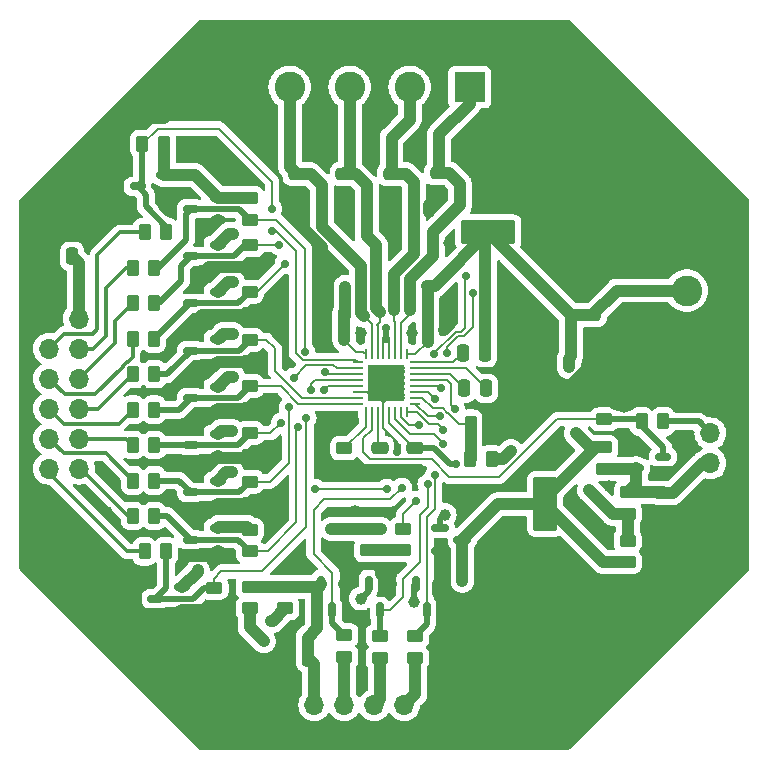
<source format=gbr>
%TF.GenerationSoftware,KiCad,Pcbnew,8.0.1*%
%TF.CreationDate,2024-04-05T15:31:17-07:00*%
%TF.ProjectId,TMC2240Breakout,544d4332-3234-4304-9272-65616b6f7574,rev?*%
%TF.SameCoordinates,Original*%
%TF.FileFunction,Copper,L1,Top*%
%TF.FilePolarity,Positive*%
%FSLAX46Y46*%
G04 Gerber Fmt 4.6, Leading zero omitted, Abs format (unit mm)*
G04 Created by KiCad (PCBNEW 8.0.1) date 2024-04-05 15:31:17*
%MOMM*%
%LPD*%
G01*
G04 APERTURE LIST*
G04 Aperture macros list*
%AMRoundRect*
0 Rectangle with rounded corners*
0 $1 Rounding radius*
0 $2 $3 $4 $5 $6 $7 $8 $9 X,Y pos of 4 corners*
0 Add a 4 corners polygon primitive as box body*
4,1,4,$2,$3,$4,$5,$6,$7,$8,$9,$2,$3,0*
0 Add four circle primitives for the rounded corners*
1,1,$1+$1,$2,$3*
1,1,$1+$1,$4,$5*
1,1,$1+$1,$6,$7*
1,1,$1+$1,$8,$9*
0 Add four rect primitives between the rounded corners*
20,1,$1+$1,$2,$3,$4,$5,0*
20,1,$1+$1,$4,$5,$6,$7,0*
20,1,$1+$1,$6,$7,$8,$9,0*
20,1,$1+$1,$8,$9,$2,$3,0*%
%AMFreePoly0*
4,1,14,0.340806,0.106694,0.394194,0.053306,0.412500,0.009112,0.412500,-0.062500,0.394194,-0.106694,0.350000,-0.125000,-0.350000,-0.125000,-0.394194,-0.106694,-0.412500,-0.062500,-0.412500,0.062500,-0.394194,0.106694,-0.350000,0.125000,0.296612,0.125000,0.340806,0.106694,0.340806,0.106694,$1*%
%AMFreePoly1*
4,1,14,0.394194,0.106694,0.412500,0.062500,0.412500,-0.009112,0.394194,-0.053306,0.340806,-0.106694,0.296612,-0.125000,-0.350000,-0.125000,-0.394194,-0.106694,-0.412500,-0.062500,-0.412500,0.062500,-0.394194,0.106694,-0.350000,0.125000,0.350000,0.125000,0.394194,0.106694,0.394194,0.106694,$1*%
%AMFreePoly2*
4,1,14,0.106694,0.394194,0.125000,0.350000,0.125000,-0.350000,0.106694,-0.394194,0.062500,-0.412500,-0.062500,-0.412500,-0.106694,-0.394194,-0.125000,-0.350000,-0.125000,0.296612,-0.106694,0.340806,-0.053306,0.394194,-0.009112,0.412500,0.062500,0.412500,0.106694,0.394194,0.106694,0.394194,$1*%
%AMFreePoly3*
4,1,14,0.053306,0.394194,0.106694,0.340806,0.125000,0.296612,0.125000,-0.350000,0.106694,-0.394194,0.062500,-0.412500,-0.062500,-0.412500,-0.106694,-0.394194,-0.125000,-0.350000,-0.125000,0.350000,-0.106694,0.394194,-0.062500,0.412500,0.009112,0.412500,0.053306,0.394194,0.053306,0.394194,$1*%
%AMFreePoly4*
4,1,14,0.394194,0.106694,0.412500,0.062500,0.412500,-0.062500,0.394194,-0.106694,0.350000,-0.125000,-0.296612,-0.125000,-0.340806,-0.106694,-0.394194,-0.053306,-0.412500,-0.009112,-0.412500,0.062500,-0.394194,0.106694,-0.350000,0.125000,0.350000,0.125000,0.394194,0.106694,0.394194,0.106694,$1*%
%AMFreePoly5*
4,1,14,0.394194,0.106694,0.412500,0.062500,0.412500,-0.062500,0.394194,-0.106694,0.350000,-0.125000,-0.350000,-0.125000,-0.394194,-0.106694,-0.412500,-0.062500,-0.412500,0.009112,-0.394194,0.053306,-0.340806,0.106694,-0.296612,0.125000,0.350000,0.125000,0.394194,0.106694,0.394194,0.106694,$1*%
%AMFreePoly6*
4,1,14,0.106694,0.394194,0.125000,0.350000,0.125000,-0.296612,0.106694,-0.340806,0.053306,-0.394194,0.009112,-0.412500,-0.062500,-0.412500,-0.106694,-0.394194,-0.125000,-0.350000,-0.125000,0.350000,-0.106694,0.394194,-0.062500,0.412500,0.062500,0.412500,0.106694,0.394194,0.106694,0.394194,$1*%
%AMFreePoly7*
4,1,14,0.106694,0.394194,0.125000,0.350000,0.125000,-0.350000,0.106694,-0.394194,0.062500,-0.412500,-0.009112,-0.412500,-0.053306,-0.394194,-0.106694,-0.340806,-0.125000,-0.296612,-0.125000,0.350000,-0.106694,0.394194,-0.062500,0.412500,0.062500,0.412500,0.106694,0.394194,0.106694,0.394194,$1*%
G04 Aperture macros list end*
%TA.AperFunction,ComponentPad*%
%ADD10R,1.700000X1.700000*%
%TD*%
%TA.AperFunction,ComponentPad*%
%ADD11O,1.700000X1.700000*%
%TD*%
%TA.AperFunction,SMDPad,CuDef*%
%ADD12RoundRect,0.250000X-0.475000X0.250000X-0.475000X-0.250000X0.475000X-0.250000X0.475000X0.250000X0*%
%TD*%
%TA.AperFunction,SMDPad,CuDef*%
%ADD13RoundRect,0.250000X0.450000X-0.262500X0.450000X0.262500X-0.450000X0.262500X-0.450000X-0.262500X0*%
%TD*%
%TA.AperFunction,SMDPad,CuDef*%
%ADD14RoundRect,0.150000X-0.150000X0.512500X-0.150000X-0.512500X0.150000X-0.512500X0.150000X0.512500X0*%
%TD*%
%TA.AperFunction,SMDPad,CuDef*%
%ADD15RoundRect,0.250000X-0.262500X-0.450000X0.262500X-0.450000X0.262500X0.450000X-0.262500X0.450000X0*%
%TD*%
%TA.AperFunction,SMDPad,CuDef*%
%ADD16RoundRect,0.250000X-0.450000X0.262500X-0.450000X-0.262500X0.450000X-0.262500X0.450000X0.262500X0*%
%TD*%
%TA.AperFunction,SMDPad,CuDef*%
%ADD17FreePoly0,90.000000*%
%TD*%
%TA.AperFunction,SMDPad,CuDef*%
%ADD18RoundRect,0.062500X0.062500X-0.350000X0.062500X0.350000X-0.062500X0.350000X-0.062500X-0.350000X0*%
%TD*%
%TA.AperFunction,SMDPad,CuDef*%
%ADD19FreePoly1,90.000000*%
%TD*%
%TA.AperFunction,SMDPad,CuDef*%
%ADD20FreePoly2,90.000000*%
%TD*%
%TA.AperFunction,SMDPad,CuDef*%
%ADD21RoundRect,0.062500X0.350000X-0.062500X0.350000X0.062500X-0.350000X0.062500X-0.350000X-0.062500X0*%
%TD*%
%TA.AperFunction,SMDPad,CuDef*%
%ADD22FreePoly3,90.000000*%
%TD*%
%TA.AperFunction,SMDPad,CuDef*%
%ADD23FreePoly4,90.000000*%
%TD*%
%TA.AperFunction,SMDPad,CuDef*%
%ADD24FreePoly5,90.000000*%
%TD*%
%TA.AperFunction,SMDPad,CuDef*%
%ADD25FreePoly6,90.000000*%
%TD*%
%TA.AperFunction,SMDPad,CuDef*%
%ADD26FreePoly7,90.000000*%
%TD*%
%TA.AperFunction,HeatsinkPad*%
%ADD27C,0.500000*%
%TD*%
%TA.AperFunction,HeatsinkPad*%
%ADD28R,3.100000X3.100000*%
%TD*%
%TA.AperFunction,ComponentPad*%
%ADD29C,5.600000*%
%TD*%
%TA.AperFunction,SMDPad,CuDef*%
%ADD30RoundRect,0.250000X-0.250000X-0.475000X0.250000X-0.475000X0.250000X0.475000X-0.250000X0.475000X0*%
%TD*%
%TA.AperFunction,SMDPad,CuDef*%
%ADD31RoundRect,0.250001X-2.049999X-0.799999X2.049999X-0.799999X2.049999X0.799999X-2.049999X0.799999X0*%
%TD*%
%TA.AperFunction,SMDPad,CuDef*%
%ADD32RoundRect,0.150000X0.512500X0.150000X-0.512500X0.150000X-0.512500X-0.150000X0.512500X-0.150000X0*%
%TD*%
%TA.AperFunction,SMDPad,CuDef*%
%ADD33RoundRect,0.250000X0.250000X0.475000X-0.250000X0.475000X-0.250000X-0.475000X0.250000X-0.475000X0*%
%TD*%
%TA.AperFunction,ComponentPad*%
%ADD34R,2.600000X2.600000*%
%TD*%
%TA.AperFunction,ComponentPad*%
%ADD35C,2.600000*%
%TD*%
%TA.AperFunction,SMDPad,CuDef*%
%ADD36RoundRect,0.250001X-0.799999X2.049999X-0.799999X-2.049999X0.799999X-2.049999X0.799999X2.049999X0*%
%TD*%
%TA.AperFunction,SMDPad,CuDef*%
%ADD37RoundRect,0.150000X-0.512500X-0.150000X0.512500X-0.150000X0.512500X0.150000X-0.512500X0.150000X0*%
%TD*%
%TA.AperFunction,SMDPad,CuDef*%
%ADD38RoundRect,0.150000X-0.587500X-0.150000X0.587500X-0.150000X0.587500X0.150000X-0.587500X0.150000X0*%
%TD*%
%TA.AperFunction,SMDPad,CuDef*%
%ADD39RoundRect,0.250000X0.262500X0.450000X-0.262500X0.450000X-0.262500X-0.450000X0.262500X-0.450000X0*%
%TD*%
%TA.AperFunction,ViaPad*%
%ADD40C,1.000000*%
%TD*%
%TA.AperFunction,ViaPad*%
%ADD41C,0.700000*%
%TD*%
%TA.AperFunction,Conductor*%
%ADD42C,0.300000*%
%TD*%
%TA.AperFunction,Conductor*%
%ADD43C,1.000000*%
%TD*%
%TA.AperFunction,Conductor*%
%ADD44C,0.200000*%
%TD*%
%TA.AperFunction,Conductor*%
%ADD45C,0.500000*%
%TD*%
G04 APERTURE END LIST*
D10*
%TO.P,J13,1,Pin_1*%
%TO.N,GND*%
X97000000Y-130300000D03*
D11*
%TO.P,J13,2,Pin_2*%
%TO.N,VDD*%
X99540000Y-130300000D03*
%TO.P,J13,3,Pin_3*%
%TO.N,Net-(J13-Pin_3)*%
X97000000Y-132840000D03*
%TO.P,J13,4,Pin_4*%
%TO.N,Net-(J13-Pin_4)*%
X99540000Y-132840000D03*
%TO.P,J13,5,Pin_5*%
%TO.N,Net-(J13-Pin_5)*%
X97000000Y-135380000D03*
%TO.P,J13,6,Pin_6*%
%TO.N,Net-(J13-Pin_6)*%
X99540000Y-135380000D03*
%TO.P,J13,7,Pin_7*%
%TO.N,Net-(J13-Pin_7)*%
X97000000Y-137920000D03*
%TO.P,J13,8,Pin_8*%
%TO.N,Net-(J13-Pin_8)*%
X99540000Y-137920000D03*
%TO.P,J13,9,Pin_9*%
%TO.N,Net-(J13-Pin_9)*%
X97000000Y-140460000D03*
%TO.P,J13,10,Pin_10*%
%TO.N,Net-(J13-Pin_10)*%
X99540000Y-140460000D03*
%TO.P,J13,11,Pin_11*%
%TO.N,Net-(J13-Pin_11)*%
X97000000Y-143000000D03*
%TO.P,J13,12,Pin_12*%
%TO.N,Net-(J13-Pin_12)*%
X99540000Y-143000000D03*
%TD*%
D12*
%TO.P,C3,1*%
%TO.N,VCC*%
X143000000Y-130000000D03*
%TO.P,C3,2*%
%TO.N,GND*%
X143000000Y-131900000D03*
%TD*%
D13*
%TO.P,R7,1*%
%TO.N,Net-(Q1-G)*%
X124000000Y-149925000D03*
%TO.P,R7,2*%
%TO.N,VDD*%
X124000000Y-148100000D03*
%TD*%
D14*
%TO.P,D3,1,K*%
%TO.N,GND*%
X125950000Y-152725000D03*
%TO.P,D3,2,K*%
%TO.N,/ENCV*%
X124050000Y-152725000D03*
%TO.P,D3,3,A*%
%TO.N,/ENCA*%
X125000000Y-155000000D03*
%TD*%
D12*
%TO.P,C8,1*%
%TO.N,Net-(J4-Pin_2)*%
X126000000Y-118050000D03*
%TO.P,C8,2*%
%TO.N,GND*%
X126000000Y-119950000D03*
%TD*%
D15*
%TO.P,R20,1*%
%TO.N,Net-(J13-Pin_8)*%
X104087500Y-135000000D03*
%TO.P,R20,2*%
%TO.N,/DigitalConnector/STEP*%
X105912500Y-135000000D03*
%TD*%
D16*
%TO.P,R10,1*%
%TO.N,/ENCV*%
X117000000Y-153000000D03*
%TO.P,R10,2*%
%TO.N,VDD*%
X117000000Y-154825000D03*
%TD*%
%TO.P,R27,1*%
%TO.N,VDD*%
X114000000Y-120087500D03*
%TO.P,R27,2*%
%TO.N,/DigitalConnector/~{DRV_EN}*%
X114000000Y-121912500D03*
%TD*%
%TO.P,R6,1*%
%TO.N,/OV*%
X127000000Y-148087500D03*
%TO.P,R6,2*%
%TO.N,Net-(Q1-G)*%
X127000000Y-149912500D03*
%TD*%
D17*
%TO.P,U1,1,IREF*%
%TO.N,Net-(U1-IREF)*%
X123812500Y-138187500D03*
D18*
%TO.P,U1,2,AIN*%
%TO.N,/AIN*%
X124312500Y-138187500D03*
%TO.P,U1,3,V_{1V8}*%
%TO.N,Net-(U1-V_{1V8})*%
X124812500Y-138187500D03*
%TO.P,U1,4,AGND*%
%TO.N,GND*%
X125312500Y-138187500D03*
%TO.P,U1,5,V_{IO}*%
%TO.N,VDD*%
X125812500Y-138187500D03*
%TO.P,U1,6,ENCN*%
%TO.N,/ENCN*%
X126312500Y-138187500D03*
%TO.P,U1,7,ENCB*%
%TO.N,/ENCB*%
X126812500Y-138187500D03*
D19*
%TO.P,U1,8,ENCA*%
%TO.N,/ENCA*%
X127312500Y-138187500D03*
D20*
%TO.P,U1,9,~{DRV_EN}*%
%TO.N,/DigitalConnector/~{DRV_EN}*%
X128000000Y-137500000D03*
D21*
%TO.P,U1,10,UARTEN*%
%TO.N,Net-(U1-UARTEN)*%
X128000000Y-137000000D03*
%TO.P,U1,11,DIAG0*%
%TO.N,/DigitalConnector/DIAG0*%
X128000000Y-136500000D03*
%TO.P,U1,12,DIAG1*%
%TO.N,/DigitalConnector/DIAG1*%
X128000000Y-136000000D03*
%TO.P,U1,13,OV*%
%TO.N,/OV*%
X128000000Y-135500000D03*
%TO.P,U1,14,CPI*%
%TO.N,Net-(U1-CPI)*%
X128000000Y-135000000D03*
%TO.P,U1,15,CPO*%
%TO.N,Net-(U1-CPO)*%
X128000000Y-134500000D03*
D22*
%TO.P,U1,16,V_{CP}*%
%TO.N,Net-(U1-V_{CP})*%
X128000000Y-134000000D03*
D23*
%TO.P,U1,17,V_{S}*%
%TO.N,VCC*%
X127312500Y-133312500D03*
D18*
%TO.P,U1,18,OUT1B*%
%TO.N,Net-(J4-Pin_1)*%
X126812500Y-133312500D03*
%TO.P,U1,19,OUT2B*%
%TO.N,Net-(J4-Pin_2)*%
X126312500Y-133312500D03*
%TO.P,U1,20,V_{S}*%
%TO.N,VCC*%
X125812500Y-133312500D03*
%TO.P,U1,21,V_{S}*%
X125312500Y-133312500D03*
%TO.P,U1,22,OUT2A*%
%TO.N,Net-(J4-Pin_3)*%
X124812500Y-133312500D03*
%TO.P,U1,23,OUT1A*%
%TO.N,Net-(J4-Pin_4)*%
X124312500Y-133312500D03*
D24*
%TO.P,U1,24,V_{S}*%
%TO.N,VCC*%
X123812500Y-133312500D03*
D25*
%TO.P,U1,25,~{SLEEP}*%
%TO.N,/DigitalConnector/~{SLEEP}*%
X123125000Y-134000000D03*
D21*
%TO.P,U1,26,~{CS}*%
%TO.N,/DigitalConnector/~{CS}*%
X123125000Y-134500000D03*
%TO.P,U1,27,SCLK*%
%TO.N,/DigitalConnector/SCLK*%
X123125000Y-135000000D03*
%TO.P,U1,28,SDI*%
%TO.N,/DigitalConnector/SDI*%
X123125000Y-135500000D03*
%TO.P,U1,29,SDO*%
%TO.N,/DigitalConnector/SDO*%
X123125000Y-136000000D03*
%TO.P,U1,30,CLK*%
%TO.N,GND*%
X123125000Y-136500000D03*
%TO.P,U1,31,STEP*%
%TO.N,/DigitalConnector/STEP*%
X123125000Y-137000000D03*
D26*
%TO.P,U1,32,DIR*%
%TO.N,/DigitalConnector/DIR*%
X123125000Y-137500000D03*
D27*
%TO.P,U1,33,GND*%
%TO.N,GND*%
X124262500Y-137050000D03*
X125562500Y-137050000D03*
X126862500Y-137050000D03*
X124262500Y-135750000D03*
X125562500Y-135750000D03*
D28*
X125562500Y-135750000D03*
D27*
X126862500Y-135750000D03*
X124262500Y-134450000D03*
X125562500Y-134450000D03*
X126862500Y-134450000D03*
%TD*%
D29*
%TO.P,J10,1,Pin_1*%
%TO.N,GND*%
X141275000Y-161275000D03*
%TD*%
%TO.P,J5,1,Pin_1*%
%TO.N,GND*%
X100000000Y-120000000D03*
%TD*%
D12*
%TO.P,C12,1*%
%TO.N,VDD*%
X128000000Y-141237500D03*
%TO.P,C12,2*%
%TO.N,GND*%
X128000000Y-143137500D03*
%TD*%
D16*
%TO.P,R2,1*%
%TO.N,VDD*%
X146000000Y-149087500D03*
%TO.P,R2,2*%
%TO.N,VCC*%
X146000000Y-150912500D03*
%TD*%
D30*
%TO.P,C10,1*%
%TO.N,VCC*%
X129050000Y-129800000D03*
%TO.P,C10,2*%
%TO.N,GND*%
X130950000Y-129800000D03*
%TD*%
D31*
%TO.P,C4,1*%
%TO.N,VCC*%
X134200000Y-123000000D03*
%TO.P,C4,2*%
%TO.N,GND*%
X143000000Y-123000000D03*
%TD*%
D13*
%TO.P,R12,1*%
%TO.N,/AIN*%
X144000000Y-138825000D03*
%TO.P,R12,2*%
%TO.N,GND*%
X144000000Y-137000000D03*
%TD*%
D15*
%TO.P,R24,1*%
%TO.N,Net-(J13-Pin_4)*%
X104087500Y-126000000D03*
%TO.P,R24,2*%
%TO.N,/DigitalConnector/~{DRV_EN}*%
X105912500Y-126000000D03*
%TD*%
%TO.P,R22,1*%
%TO.N,Net-(J13-Pin_6)*%
X104087500Y-129000000D03*
%TO.P,R22,2*%
%TO.N,/DigitalConnector/DIAG0*%
X105912500Y-129000000D03*
%TD*%
D32*
%TO.P,D12,1,K*%
%TO.N,GND*%
X111275000Y-129950000D03*
%TO.P,D12,2,K*%
%TO.N,VDD*%
X111275000Y-128050000D03*
%TO.P,D12,3,A*%
%TO.N,/DigitalConnector/DIAG1*%
X109000000Y-129000000D03*
%TD*%
D29*
%TO.P,J12,1,Pin_1*%
%TO.N,GND*%
X141275000Y-110475000D03*
%TD*%
%TO.P,J6,1,Pin_1*%
%TO.N,GND*%
X100000000Y-151750000D03*
%TD*%
D13*
%TO.P,R9,1*%
%TO.N,/AINV*%
X144000000Y-143000000D03*
%TO.P,R9,2*%
%TO.N,VCC*%
X144000000Y-141175000D03*
%TD*%
%TO.P,R31,1*%
%TO.N,GND*%
X114000000Y-145912500D03*
%TO.P,R31,2*%
%TO.N,/DigitalConnector/SDO*%
X114000000Y-144087500D03*
%TD*%
D33*
%TO.P,C13,1*%
%TO.N,VCC*%
X122000000Y-130187500D03*
%TO.P,C13,2*%
%TO.N,GND*%
X120100000Y-130187500D03*
%TD*%
D12*
%TO.P,C11,1*%
%TO.N,Net-(J4-Pin_1)*%
X130000000Y-118000000D03*
%TO.P,C11,2*%
%TO.N,GND*%
X130000000Y-119900000D03*
%TD*%
D13*
%TO.P,R3,1*%
%TO.N,Net-(J2-Pin_5)*%
X128000000Y-159000000D03*
%TO.P,R3,2*%
%TO.N,/ENCN*%
X128000000Y-157175000D03*
%TD*%
D16*
%TO.P,R26,1*%
%TO.N,VDD*%
X114000000Y-148175000D03*
%TO.P,R26,2*%
%TO.N,/DigitalConnector/~{CS}*%
X114000000Y-150000000D03*
%TD*%
D12*
%TO.P,C14,1*%
%TO.N,Net-(J4-Pin_3)*%
X122000000Y-118050000D03*
%TO.P,C14,2*%
%TO.N,GND*%
X122000000Y-119950000D03*
%TD*%
D32*
%TO.P,D10,1,K*%
%TO.N,GND*%
X111275000Y-137950000D03*
%TO.P,D10,2,K*%
%TO.N,VDD*%
X111275000Y-136050000D03*
%TO.P,D10,3,A*%
%TO.N,/DigitalConnector/DIR*%
X109000000Y-137000000D03*
%TD*%
D14*
%TO.P,D2,1,K*%
%TO.N,GND*%
X129950000Y-152725000D03*
%TO.P,D2,2,K*%
%TO.N,/ENCV*%
X128050000Y-152725000D03*
%TO.P,D2,3,A*%
%TO.N,/ENCN*%
X129000000Y-155000000D03*
%TD*%
D15*
%TO.P,R18,1*%
%TO.N,Net-(J13-Pin_10)*%
X104087500Y-141000000D03*
%TO.P,R18,2*%
%TO.N,/DigitalConnector/SDI*%
X105912500Y-141000000D03*
%TD*%
D34*
%TO.P,J4,1,Pin_1*%
%TO.N,Net-(J4-Pin_1)*%
X132620000Y-110695000D03*
D35*
%TO.P,J4,2,Pin_2*%
%TO.N,Net-(J4-Pin_2)*%
X127540000Y-110695000D03*
%TO.P,J4,3,Pin_3*%
%TO.N,Net-(J4-Pin_3)*%
X122460000Y-110695000D03*
%TO.P,J4,4,Pin_4*%
%TO.N,Net-(J4-Pin_4)*%
X117380000Y-110695000D03*
%TD*%
D36*
%TO.P,C7,1*%
%TO.N,VCC*%
X139000000Y-146000000D03*
%TO.P,C7,2*%
%TO.N,GND*%
X139000000Y-154800000D03*
%TD*%
D13*
%TO.P,R33,1*%
%TO.N,GND*%
X114000000Y-137825000D03*
%TO.P,R33,2*%
%TO.N,/DigitalConnector/DIR*%
X114000000Y-136000000D03*
%TD*%
D12*
%TO.P,C15,1*%
%TO.N,Net-(J4-Pin_4)*%
X118000000Y-118050000D03*
%TO.P,C15,2*%
%TO.N,GND*%
X118000000Y-119950000D03*
%TD*%
D29*
%TO.P,J8,1,Pin_1*%
%TO.N,GND*%
X150800000Y-151750000D03*
%TD*%
D37*
%TO.P,D1,1,K*%
%TO.N,GND*%
X146725000Y-141050000D03*
%TO.P,D1,2,K*%
%TO.N,/AINV*%
X146725000Y-142950000D03*
%TO.P,D1,3,A*%
%TO.N,/AIN*%
X149000000Y-142000000D03*
%TD*%
D32*
%TO.P,D13,1,K*%
%TO.N,GND*%
X111275000Y-121950000D03*
%TO.P,D13,2,K*%
%TO.N,VDD*%
X111275000Y-120050000D03*
%TO.P,D13,3,A*%
%TO.N,/DigitalConnector/~{DRV_EN}*%
X109000000Y-121000000D03*
%TD*%
D15*
%TO.P,R25,1*%
%TO.N,Net-(J13-Pin_3)*%
X105087500Y-123000000D03*
%TO.P,R25,2*%
%TO.N,/DigitalConnector/~{SLEEP}*%
X106912500Y-123000000D03*
%TD*%
D13*
%TO.P,R4,1*%
%TO.N,Net-(J2-Pin_4)*%
X125000000Y-159000000D03*
%TO.P,R4,2*%
%TO.N,/ENCA*%
X125000000Y-157175000D03*
%TD*%
D16*
%TO.P,R11,1*%
%TO.N,/ENCV*%
X114000000Y-153000000D03*
%TO.P,R11,2*%
%TO.N,VCC*%
X114000000Y-154825000D03*
%TD*%
D29*
%TO.P,J9,1,Pin_1*%
%TO.N,GND*%
X109525000Y-161275000D03*
%TD*%
%TO.P,J7,1,Pin_1*%
%TO.N,GND*%
X150800000Y-120000000D03*
%TD*%
D15*
%TO.P,R17,1*%
%TO.N,Net-(J13-Pin_11)*%
X105087500Y-150000000D03*
%TO.P,R17,2*%
%TO.N,/DigitalConnector/SCLK*%
X106912500Y-150000000D03*
%TD*%
D32*
%TO.P,D6,1,K*%
%TO.N,GND*%
X108275000Y-154950000D03*
%TO.P,D6,2,K*%
%TO.N,VDD*%
X108275000Y-153050000D03*
%TO.P,D6,3,A*%
%TO.N,/DigitalConnector/SCLK*%
X106000000Y-154000000D03*
%TD*%
%TO.P,D5,1,K*%
%TO.N,GND*%
X111275000Y-149950000D03*
%TO.P,D5,2,K*%
%TO.N,VDD*%
X111275000Y-148050000D03*
%TO.P,D5,3,A*%
%TO.N,/DigitalConnector/~{CS}*%
X109000000Y-149000000D03*
%TD*%
%TO.P,D8,1,K*%
%TO.N,GND*%
X111275000Y-145950000D03*
%TO.P,D8,2,K*%
%TO.N,VDD*%
X111275000Y-144050000D03*
%TO.P,D8,3,A*%
%TO.N,/DigitalConnector/SDO*%
X109000000Y-145000000D03*
%TD*%
D13*
%TO.P,R15,1*%
%TO.N,GND*%
X122000000Y-143100000D03*
%TO.P,R15,2*%
%TO.N,Net-(U1-IREF)*%
X122000000Y-141275000D03*
%TD*%
D30*
%TO.P,C5,1*%
%TO.N,Net-(U1-V_{CP})*%
X132050000Y-133187500D03*
%TO.P,C5,2*%
%TO.N,VCC*%
X133950000Y-133187500D03*
%TD*%
D12*
%TO.P,C9,1*%
%TO.N,Net-(U1-V_{1V8})*%
X125000000Y-141237500D03*
%TO.P,C9,2*%
%TO.N,GND*%
X125000000Y-143137500D03*
%TD*%
D13*
%TO.P,R32,1*%
%TO.N,GND*%
X114000000Y-133912500D03*
%TO.P,R32,2*%
%TO.N,/DigitalConnector/STEP*%
X114000000Y-132087500D03*
%TD*%
D33*
%TO.P,C2,1*%
%TO.N,/ENCV*%
X118900000Y-159000000D03*
%TO.P,C2,2*%
%TO.N,GND*%
X117000000Y-159000000D03*
%TD*%
D38*
%TO.P,Q1,1,G*%
%TO.N,Net-(Q1-G)*%
X130125000Y-148050000D03*
%TO.P,Q1,2,S*%
%TO.N,GND*%
X130125000Y-149950000D03*
%TO.P,Q1,3,D*%
%TO.N,VCC*%
X132000000Y-149000000D03*
%TD*%
D14*
%TO.P,D4,1,K*%
%TO.N,GND*%
X121950000Y-152725000D03*
%TO.P,D4,2,K*%
%TO.N,/ENCV*%
X120050000Y-152725000D03*
%TO.P,D4,3,A*%
%TO.N,/ENCB*%
X121000000Y-155000000D03*
%TD*%
D39*
%TO.P,R13,1*%
%TO.N,VDD*%
X134500000Y-142200000D03*
%TO.P,R13,2*%
%TO.N,Net-(U1-UARTEN)*%
X132675000Y-142200000D03*
%TD*%
D33*
%TO.P,C16,1*%
%TO.N,VDD*%
X98950000Y-125000000D03*
%TO.P,C16,2*%
%TO.N,GND*%
X97050000Y-125000000D03*
%TD*%
D34*
%TO.P,J3,1,Pin_1*%
%TO.N,GND*%
X151000000Y-133000000D03*
D35*
%TO.P,J3,2,Pin_2*%
%TO.N,VCC*%
X151000000Y-127920000D03*
%TD*%
D15*
%TO.P,R23,1*%
%TO.N,Net-(J13-Pin_5)*%
X104087500Y-132000000D03*
%TO.P,R23,2*%
%TO.N,/DigitalConnector/DIAG1*%
X105912500Y-132000000D03*
%TD*%
D10*
%TO.P,J1,1,Pin_1*%
%TO.N,GND*%
X153000000Y-145080000D03*
D11*
%TO.P,J1,2,Pin_2*%
%TO.N,/AINV*%
X153000000Y-142540000D03*
%TO.P,J1,3,Pin_3*%
%TO.N,Net-(J1-Pin_3)*%
X153000000Y-140000000D03*
%TD*%
D32*
%TO.P,D7,1,K*%
%TO.N,GND*%
X111275000Y-141950000D03*
%TO.P,D7,2,K*%
%TO.N,VDD*%
X111275000Y-140050000D03*
%TO.P,D7,3,A*%
%TO.N,/DigitalConnector/SDI*%
X109000000Y-141000000D03*
%TD*%
D16*
%TO.P,R8,1*%
%TO.N,/AINV*%
X146000000Y-145000000D03*
%TO.P,R8,2*%
%TO.N,VDD*%
X146000000Y-146825000D03*
%TD*%
D32*
%TO.P,D9,1,K*%
%TO.N,GND*%
X111275000Y-133950000D03*
%TO.P,D9,2,K*%
%TO.N,VDD*%
X111275000Y-132050000D03*
%TO.P,D9,3,A*%
%TO.N,/DigitalConnector/STEP*%
X109000000Y-133000000D03*
%TD*%
D39*
%TO.P,R1,1*%
%TO.N,Net-(J1-Pin_3)*%
X149000000Y-139000000D03*
%TO.P,R1,2*%
%TO.N,/AIN*%
X147175000Y-139000000D03*
%TD*%
D15*
%TO.P,R21,1*%
%TO.N,Net-(J13-Pin_7)*%
X104087500Y-138000000D03*
%TO.P,R21,2*%
%TO.N,/DigitalConnector/DIR*%
X105912500Y-138000000D03*
%TD*%
D13*
%TO.P,R30,1*%
%TO.N,GND*%
X114000000Y-141825000D03*
%TO.P,R30,2*%
%TO.N,/DigitalConnector/SDI*%
X114000000Y-140000000D03*
%TD*%
%TO.P,R5,1*%
%TO.N,Net-(J2-Pin_3)*%
X122000000Y-158912500D03*
%TO.P,R5,2*%
%TO.N,/ENCB*%
X122000000Y-157087500D03*
%TD*%
D32*
%TO.P,D14,3,A*%
%TO.N,/DigitalConnector/~{SLEEP}*%
X104500000Y-119100000D03*
%TO.P,D14,2,K*%
%TO.N,VDD*%
X106775000Y-118150000D03*
%TO.P,D14,1,K*%
%TO.N,GND*%
X106775000Y-120050000D03*
%TD*%
D39*
%TO.P,R28,1*%
%TO.N,VDD*%
X106712500Y-115500000D03*
%TO.P,R28,2*%
%TO.N,/DigitalConnector/~{SLEEP}*%
X104887500Y-115500000D03*
%TD*%
%TO.P,R14,1*%
%TO.N,GND*%
X134512500Y-139187500D03*
%TO.P,R14,2*%
%TO.N,Net-(U1-UARTEN)*%
X132687500Y-139187500D03*
%TD*%
D13*
%TO.P,R29,1*%
%TO.N,GND*%
X111000000Y-154912500D03*
%TO.P,R29,2*%
%TO.N,/DigitalConnector/SCLK*%
X111000000Y-153087500D03*
%TD*%
D32*
%TO.P,D11,1,K*%
%TO.N,GND*%
X111275000Y-125950000D03*
%TO.P,D11,2,K*%
%TO.N,VDD*%
X111275000Y-124050000D03*
%TO.P,D11,3,A*%
%TO.N,/DigitalConnector/DIAG0*%
X109000000Y-125000000D03*
%TD*%
D13*
%TO.P,R35,1*%
%TO.N,GND*%
X114000000Y-129825000D03*
%TO.P,R35,2*%
%TO.N,/DigitalConnector/DIAG1*%
X114000000Y-128000000D03*
%TD*%
D30*
%TO.P,C6,1*%
%TO.N,Net-(U1-CPI)*%
X132100000Y-136187500D03*
%TO.P,C6,2*%
%TO.N,Net-(U1-CPO)*%
X134000000Y-136187500D03*
%TD*%
D29*
%TO.P,J11,1,Pin_1*%
%TO.N,GND*%
X109525000Y-110475000D03*
%TD*%
D15*
%TO.P,R19,1*%
%TO.N,Net-(J13-Pin_9)*%
X104087500Y-144000000D03*
%TO.P,R19,2*%
%TO.N,/DigitalConnector/SDO*%
X105912500Y-144000000D03*
%TD*%
D10*
%TO.P,J2,1,Pin_1*%
%TO.N,GND*%
X116920000Y-163000000D03*
D11*
%TO.P,J2,2,Pin_2*%
%TO.N,/ENCV*%
X119460000Y-163000000D03*
%TO.P,J2,3,Pin_3*%
%TO.N,Net-(J2-Pin_3)*%
X122000000Y-163000000D03*
%TO.P,J2,4,Pin_4*%
%TO.N,Net-(J2-Pin_4)*%
X124540000Y-163000000D03*
%TO.P,J2,5,Pin_5*%
%TO.N,Net-(J2-Pin_5)*%
X127080000Y-163000000D03*
%TD*%
D13*
%TO.P,R34,1*%
%TO.N,GND*%
X114000000Y-125912500D03*
%TO.P,R34,2*%
%TO.N,/DigitalConnector/DIAG0*%
X114000000Y-124087500D03*
%TD*%
D12*
%TO.P,C1,1*%
%TO.N,/AINV*%
X149000000Y-145050000D03*
%TO.P,C1,2*%
%TO.N,GND*%
X149000000Y-146950000D03*
%TD*%
D15*
%TO.P,R16,1*%
%TO.N,Net-(J13-Pin_12)*%
X104087500Y-147000000D03*
%TO.P,R16,2*%
%TO.N,/DigitalConnector/~{CS}*%
X105912500Y-147000000D03*
%TD*%
D40*
%TO.N,GND*%
X115500000Y-115200000D03*
X132200000Y-115800000D03*
X128100000Y-115800000D03*
X124200000Y-115300000D03*
X119700000Y-115200000D03*
X131900000Y-157300000D03*
X135100000Y-148500000D03*
X140200000Y-149800000D03*
X144400000Y-144500000D03*
X131100000Y-128300000D03*
X121200000Y-126100000D03*
X126200000Y-124400000D03*
X123400000Y-131500000D03*
X127700000Y-131500000D03*
X101900000Y-146700000D03*
X130900000Y-123900000D03*
X150600000Y-141000000D03*
X142400000Y-146900000D03*
X139800000Y-137400000D03*
X139600000Y-125700000D03*
X135800000Y-127300000D03*
X133200000Y-145200000D03*
X122900000Y-146600000D03*
X118100000Y-150600000D03*
%TO.N,VDD*%
X125100000Y-148100000D03*
X120900000Y-148100000D03*
X115800000Y-155900000D03*
%TO.N,VCC*%
X141600000Y-140000000D03*
X141000000Y-134400000D03*
%TO.N,GND*%
X145900000Y-140300000D03*
X145700000Y-137800000D03*
%TO.N,VCC*%
X132000000Y-152500000D03*
X115200000Y-157600000D03*
%TO.N,VDD*%
X142700000Y-144800000D03*
X136100000Y-141500000D03*
%TO.N,GND*%
X122400000Y-151400000D03*
X125100000Y-151500000D03*
X130600000Y-154200000D03*
%TO.N,Net-(Q1-G)*%
X125600000Y-149925000D03*
X130500000Y-146900000D03*
%TO.N,/ENCV*%
X127900000Y-154300000D03*
X119700000Y-154000000D03*
X123400000Y-154000000D03*
%TO.N,GND*%
X109400000Y-130500000D03*
X109400000Y-135000000D03*
X109600000Y-138900000D03*
X109400000Y-142700000D03*
X109700000Y-146500000D03*
X108600000Y-150400000D03*
X133400000Y-120300000D03*
X129200000Y-121300000D03*
X126000000Y-121500000D03*
X122100000Y-121400000D03*
X118100000Y-121100000D03*
X110300000Y-116800000D03*
X107200000Y-121200000D03*
X110000000Y-122800000D03*
X110000000Y-126500000D03*
%TO.N,VDD*%
X109600000Y-151600000D03*
X112600000Y-147900000D03*
X112500000Y-143300000D03*
X112500000Y-139800000D03*
X112600000Y-135200000D03*
X112600000Y-131600000D03*
X112600000Y-127200000D03*
X112600000Y-123100000D03*
X112700000Y-120050000D03*
X108500000Y-118150000D03*
X99540000Y-126900000D03*
D41*
%TO.N,GND*%
X120300000Y-131700000D03*
X130451472Y-131251472D03*
%TO.N,VDD*%
X131500000Y-142600000D03*
%TO.N,/DigitalConnector/~{SLEEP}*%
X115900000Y-121000000D03*
X115900000Y-122900000D03*
%TO.N,/DigitalConnector/DIAG1*%
X116950000Y-125650000D03*
X132900000Y-128100000D03*
%TO.N,/DigitalConnector/DIAG0*%
X116500000Y-124087500D03*
X132300000Y-126700000D03*
X129600000Y-133300000D03*
X129700000Y-137100000D03*
%TO.N,/DigitalConnector/DIAG1*%
X130200000Y-136200000D03*
X130700000Y-133200000D03*
%TO.N,/DigitalConnector/~{DRV_EN}*%
X118700000Y-133100000D03*
X125600000Y-144700000D03*
X119500000Y-144700000D03*
X130140380Y-138578859D03*
%TO.N,/OV*%
X128100000Y-145700000D03*
X131359620Y-137940380D03*
%TO.N,VCC*%
X125500000Y-131100000D03*
X122100000Y-127600000D03*
X129000000Y-127500000D03*
X125500000Y-132000000D03*
%TO.N,/ENCA*%
X129050000Y-144300000D03*
X130396587Y-139729392D03*
%TO.N,/ENCB*%
X126900000Y-144600000D03*
X128300000Y-139300000D03*
%TO.N,/ENCN*%
X129700000Y-143500000D03*
X130350781Y-140899219D03*
%TO.N,GND*%
X126500000Y-141550000D03*
X126500000Y-143100000D03*
%TO.N,/DigitalConnector/~{CS}*%
X118100000Y-139500000D03*
X117700000Y-135300000D03*
%TO.N,/DigitalConnector/SCLK*%
X118800000Y-138700000D03*
X120400000Y-134850000D03*
%TO.N,/DigitalConnector/SDI*%
X116650000Y-139100000D03*
X119200000Y-136300000D03*
%TO.N,/DigitalConnector/SDO*%
X120300000Y-136300000D03*
X117300000Y-137800000D03*
%TD*%
D42*
%TO.N,Net-(J13-Pin_11)*%
X103600000Y-150000000D02*
X105087500Y-150000000D01*
X97000000Y-143400000D02*
X103600000Y-150000000D01*
X97000000Y-143000000D02*
X97000000Y-143400000D01*
%TO.N,Net-(J13-Pin_12)*%
X99720000Y-143000000D02*
X103720000Y-147000000D01*
X103720000Y-147000000D02*
X104087500Y-147000000D01*
X99540000Y-143000000D02*
X99720000Y-143000000D01*
D43*
%TO.N,/AINV*%
X152360000Y-142540000D02*
X153000000Y-142540000D01*
X149850000Y-145050000D02*
X152360000Y-142540000D01*
X149000000Y-145050000D02*
X149850000Y-145050000D01*
D44*
%TO.N,/ENCB*%
X119400000Y-146500000D02*
X120300000Y-145600000D01*
X120300000Y-145600000D02*
X125900000Y-145600000D01*
X125900000Y-145600000D02*
X126900000Y-144600000D01*
X119400000Y-150200000D02*
X119400000Y-146500000D01*
X121000000Y-151800000D02*
X119400000Y-150200000D01*
X121000000Y-155000000D02*
X121000000Y-151800000D01*
%TO.N,/DigitalConnector/~{SLEEP}*%
X116231739Y-122900000D02*
X115900000Y-122900000D01*
X117900000Y-133219239D02*
X117900000Y-124568261D01*
X117900000Y-124568261D02*
X116231739Y-122900000D01*
X118480761Y-133800000D02*
X117900000Y-133219239D01*
X123125000Y-134000000D02*
X122925000Y-133800000D01*
X122925000Y-133800000D02*
X118480761Y-133800000D01*
%TO.N,/DigitalConnector/SCLK*%
X120500000Y-134950000D02*
X123075000Y-134950000D01*
X123075000Y-134950000D02*
X123125000Y-135000000D01*
X120400000Y-134850000D02*
X120500000Y-134950000D01*
%TO.N,/DigitalConnector/SDO*%
X120600000Y-136000000D02*
X123125000Y-136000000D01*
X120300000Y-136300000D02*
X120600000Y-136000000D01*
%TO.N,/DigitalConnector/SDI*%
X119500000Y-135500000D02*
X119200000Y-135800000D01*
X123125000Y-135500000D02*
X119500000Y-135500000D01*
X119200000Y-135800000D02*
X119200000Y-136300000D01*
%TO.N,/DigitalConnector/~{CS}*%
X121369239Y-134500000D02*
X123125000Y-134500000D01*
X121069239Y-134200000D02*
X121369239Y-134500000D01*
X117700000Y-135300000D02*
X118800000Y-134200000D01*
X118800000Y-134200000D02*
X121069239Y-134200000D01*
%TO.N,/DigitalConnector/SCLK*%
X111000000Y-152300000D02*
X111000000Y-153087500D01*
X118800000Y-147900000D02*
X115000000Y-151700000D01*
X118800000Y-138700000D02*
X118800000Y-147900000D01*
X111600000Y-151700000D02*
X111000000Y-152300000D01*
X115000000Y-151700000D02*
X111600000Y-151700000D01*
%TO.N,/DigitalConnector/~{CS}*%
X115500000Y-150000000D02*
X114000000Y-150000000D01*
X117950000Y-139650000D02*
X117950000Y-147550000D01*
X117950000Y-147550000D02*
X115500000Y-150000000D01*
X118100000Y-139500000D02*
X117950000Y-139650000D01*
%TO.N,/DigitalConnector/SDO*%
X115712500Y-144087500D02*
X114000000Y-144087500D01*
X117300000Y-142500000D02*
X115712500Y-144087500D01*
X117300000Y-137800000D02*
X117300000Y-142500000D01*
D43*
%TO.N,VDD*%
X135400000Y-142200000D02*
X134500000Y-142200000D01*
X136100000Y-141500000D02*
X135400000Y-142200000D01*
D45*
X131500000Y-142600000D02*
X130920191Y-142600000D01*
X130920191Y-142600000D02*
X129557691Y-141237500D01*
X129557691Y-141237500D02*
X128000000Y-141237500D01*
D43*
X124000000Y-148100000D02*
X125100000Y-148100000D01*
X124000000Y-148100000D02*
X120900000Y-148100000D01*
X115925000Y-155900000D02*
X117000000Y-154825000D01*
X115800000Y-155900000D02*
X115925000Y-155900000D01*
%TO.N,VCC*%
X114000000Y-156400000D02*
X114000000Y-154825000D01*
X115200000Y-157600000D02*
X114000000Y-156400000D01*
X141200000Y-133500000D02*
X141200000Y-130000000D01*
X141000000Y-133700000D02*
X141200000Y-133500000D01*
X141000000Y-134400000D02*
X141000000Y-133700000D01*
X142775000Y-141175000D02*
X141600000Y-140000000D01*
X144000000Y-141175000D02*
X142775000Y-141175000D01*
%TO.N,GND*%
X137175000Y-110475000D02*
X141275000Y-110475000D01*
X115300000Y-108000000D02*
X134700000Y-108000000D01*
X112825000Y-110475000D02*
X115300000Y-108000000D01*
X134700000Y-108000000D02*
X137175000Y-110475000D01*
X109525000Y-110475000D02*
X112825000Y-110475000D01*
X106700000Y-113300000D02*
X109525000Y-110475000D01*
X102900000Y-114400000D02*
X104000000Y-113300000D01*
X102900000Y-117100000D02*
X102900000Y-114400000D01*
X104000000Y-113300000D02*
X106700000Y-113300000D01*
X100000000Y-120000000D02*
X102900000Y-117100000D01*
X155000000Y-144600000D02*
X155000000Y-137000000D01*
X155000000Y-137000000D02*
X151000000Y-133000000D01*
X154520000Y-145080000D02*
X155000000Y-144600000D01*
X153000000Y-145080000D02*
X154520000Y-145080000D01*
X153000000Y-149550000D02*
X150800000Y-151750000D01*
X153000000Y-145080000D02*
X153000000Y-149550000D01*
X149000000Y-149950000D02*
X150800000Y-151750000D01*
X149000000Y-146950000D02*
X149000000Y-149950000D01*
X141275000Y-161275000D02*
X150800000Y-151750000D01*
D45*
X144800000Y-137800000D02*
X144000000Y-137000000D01*
X145700000Y-137800000D02*
X144800000Y-137800000D01*
X146725000Y-141050000D02*
X146650000Y-141050000D01*
X146650000Y-141050000D02*
X145900000Y-140300000D01*
%TO.N,/AIN*%
X149000000Y-141200000D02*
X149000000Y-142000000D01*
X147175000Y-139375000D02*
X149000000Y-141200000D01*
X147175000Y-139000000D02*
X147175000Y-139375000D01*
%TO.N,Net-(J1-Pin_3)*%
X152000000Y-139000000D02*
X153000000Y-140000000D01*
X149000000Y-139000000D02*
X152000000Y-139000000D01*
%TO.N,/AIN*%
X147000000Y-138825000D02*
X147175000Y-139000000D01*
X144000000Y-138825000D02*
X147000000Y-138825000D01*
D43*
%TO.N,/AINV*%
X146725000Y-144275000D02*
X146000000Y-145000000D01*
X146725000Y-142950000D02*
X146725000Y-144275000D01*
X146675000Y-143000000D02*
X146725000Y-142950000D01*
X144000000Y-143000000D02*
X146675000Y-143000000D01*
X148950000Y-145000000D02*
X149000000Y-145050000D01*
X146000000Y-145000000D02*
X148950000Y-145000000D01*
%TO.N,VDD*%
X146000000Y-146825000D02*
X146000000Y-149087500D01*
%TO.N,VCC*%
X132000000Y-152500000D02*
X132000000Y-149000000D01*
X135000000Y-146000000D02*
X132000000Y-149000000D01*
X139000000Y-146000000D02*
X135000000Y-146000000D01*
X139000000Y-145475000D02*
X139000000Y-146000000D01*
X143300000Y-141175000D02*
X139000000Y-145475000D01*
X144000000Y-141175000D02*
X143300000Y-141175000D01*
%TO.N,VDD*%
X144725000Y-146825000D02*
X146000000Y-146825000D01*
X142700000Y-144800000D02*
X144725000Y-146825000D01*
%TO.N,VCC*%
X143912500Y-150912500D02*
X146000000Y-150912500D01*
X139000000Y-146000000D02*
X143912500Y-150912500D01*
%TO.N,GND*%
X139000000Y-159000000D02*
X141275000Y-161275000D01*
X139000000Y-154800000D02*
X139000000Y-159000000D01*
X138400000Y-154200000D02*
X139000000Y-154800000D01*
X130600000Y-154200000D02*
X138400000Y-154200000D01*
X122400000Y-151400000D02*
X122400000Y-152275000D01*
X122400000Y-152275000D02*
X121950000Y-152725000D01*
X125100000Y-151500000D02*
X125100000Y-151875000D01*
X125100000Y-151875000D02*
X125950000Y-152725000D01*
X129950000Y-153550000D02*
X130600000Y-154200000D01*
X129950000Y-152725000D02*
X129950000Y-153550000D01*
X130125000Y-152550000D02*
X129950000Y-152725000D01*
X130125000Y-149950000D02*
X130125000Y-152550000D01*
%TO.N,Net-(Q1-G)*%
X125600000Y-149925000D02*
X126987500Y-149925000D01*
X124000000Y-149925000D02*
X125600000Y-149925000D01*
D45*
X130125000Y-147275000D02*
X130500000Y-146900000D01*
X130125000Y-148050000D02*
X130125000Y-147275000D01*
D43*
X126987500Y-149925000D02*
X127000000Y-149912500D01*
D45*
%TO.N,/ENCV*%
X127900000Y-154300000D02*
X127900000Y-152875000D01*
X127900000Y-152875000D02*
X128050000Y-152725000D01*
D43*
X119700000Y-154000000D02*
X119700000Y-153075000D01*
D45*
X124050000Y-153350000D02*
X123400000Y-154000000D01*
D43*
X119700000Y-156500000D02*
X119700000Y-154000000D01*
D45*
X124050000Y-152725000D02*
X124050000Y-153350000D01*
%TO.N,/ENCN*%
X129000000Y-156175000D02*
X128000000Y-157175000D01*
X129000000Y-155000000D02*
X129000000Y-156175000D01*
%TO.N,/ENCA*%
X125000000Y-155000000D02*
X125000000Y-157175000D01*
%TO.N,/ENCB*%
X121000000Y-156087500D02*
X122000000Y-157087500D01*
X121000000Y-155000000D02*
X121000000Y-156087500D01*
D43*
%TO.N,Net-(J2-Pin_5)*%
X128000000Y-162080000D02*
X127080000Y-163000000D01*
X128000000Y-159000000D02*
X128000000Y-162080000D01*
%TO.N,Net-(J2-Pin_4)*%
X125000000Y-162540000D02*
X124540000Y-163000000D01*
X125000000Y-159000000D02*
X125000000Y-162540000D01*
%TO.N,Net-(J2-Pin_3)*%
X122000000Y-158912500D02*
X122000000Y-163000000D01*
%TO.N,/ENCV*%
X119400000Y-162940000D02*
X119460000Y-163000000D01*
X119400000Y-159500000D02*
X119400000Y-162940000D01*
X118900000Y-159000000D02*
X119400000Y-159500000D01*
%TO.N,GND*%
X109525000Y-161275000D02*
X100000000Y-151750000D01*
X111000000Y-159800000D02*
X109525000Y-161275000D01*
X111000000Y-154912500D02*
X111000000Y-159800000D01*
X115195000Y-161275000D02*
X116920000Y-163000000D01*
X109525000Y-161275000D02*
X115195000Y-161275000D01*
X117000000Y-162920000D02*
X116920000Y-163000000D01*
X117000000Y-159000000D02*
X117000000Y-162920000D01*
%TO.N,/ENCV*%
X119700000Y-153075000D02*
X120050000Y-152725000D01*
X118900000Y-157300000D02*
X119700000Y-156500000D01*
X118900000Y-159000000D02*
X118900000Y-157300000D01*
X119775000Y-153000000D02*
X120050000Y-152725000D01*
X117000000Y-153000000D02*
X119775000Y-153000000D01*
X114000000Y-153000000D02*
X117000000Y-153000000D01*
D45*
%TO.N,/DigitalConnector/~{DRV_EN}*%
X113087500Y-121000000D02*
X114000000Y-121912500D01*
X109000000Y-121000000D02*
X113087500Y-121000000D01*
D43*
%TO.N,GND*%
X109950000Y-129950000D02*
X109400000Y-130500000D01*
X111275000Y-129950000D02*
X109950000Y-129950000D01*
X110225000Y-135000000D02*
X111275000Y-133950000D01*
X109400000Y-135000000D02*
X110225000Y-135000000D01*
X109600000Y-138900000D02*
X110325000Y-138900000D01*
X110325000Y-138900000D02*
X111275000Y-137950000D01*
X110525000Y-142700000D02*
X111275000Y-141950000D01*
X109400000Y-142700000D02*
X110525000Y-142700000D01*
X110725000Y-146500000D02*
X111275000Y-145950000D01*
X109700000Y-146500000D02*
X110725000Y-146500000D01*
X110825000Y-150400000D02*
X108600000Y-150400000D01*
X111275000Y-149950000D02*
X110825000Y-150400000D01*
X110962500Y-154950000D02*
X108275000Y-154950000D01*
X111000000Y-154912500D02*
X110962500Y-154950000D01*
D45*
%TO.N,/DigitalConnector/SCLK*%
X110112500Y-153087500D02*
X111000000Y-153087500D01*
X109200000Y-154000000D02*
X110112500Y-153087500D01*
X106000000Y-154000000D02*
X109200000Y-154000000D01*
X106912500Y-153087500D02*
X106000000Y-154000000D01*
X106912500Y-150000000D02*
X106912500Y-153087500D01*
%TO.N,/DigitalConnector/~{CS}*%
X113000000Y-149000000D02*
X114000000Y-150000000D01*
X109000000Y-149000000D02*
X113000000Y-149000000D01*
X107000000Y-147000000D02*
X109000000Y-149000000D01*
X105912500Y-147000000D02*
X107000000Y-147000000D01*
D43*
%TO.N,GND*%
X113962500Y-145950000D02*
X114000000Y-145912500D01*
X111275000Y-145950000D02*
X113962500Y-145950000D01*
D45*
%TO.N,/DigitalConnector/SDO*%
X109000000Y-145000000D02*
X113087500Y-145000000D01*
X113087500Y-145000000D02*
X114000000Y-144087500D01*
X108000000Y-144000000D02*
X109000000Y-145000000D01*
X105912500Y-144000000D02*
X108000000Y-144000000D01*
%TO.N,/DigitalConnector/SDI*%
X113000000Y-141000000D02*
X114000000Y-140000000D01*
X109000000Y-141000000D02*
X113000000Y-141000000D01*
D43*
%TO.N,GND*%
X113725000Y-142100000D02*
X111425000Y-142100000D01*
X114000000Y-141825000D02*
X113725000Y-142100000D01*
X111425000Y-142100000D02*
X111275000Y-141950000D01*
%TO.N,VDD*%
X112025000Y-143300000D02*
X111275000Y-144050000D01*
X112500000Y-143300000D02*
X112025000Y-143300000D01*
D45*
%TO.N,/DigitalConnector/SDI*%
X105912500Y-141000000D02*
X109000000Y-141000000D01*
%TO.N,/DigitalConnector/DIR*%
X109000000Y-137000000D02*
X113000000Y-137000000D01*
X113000000Y-137000000D02*
X114000000Y-136000000D01*
X108000000Y-138000000D02*
X109000000Y-137000000D01*
X105912500Y-138000000D02*
X108000000Y-138000000D01*
%TO.N,/DigitalConnector/STEP*%
X113087500Y-133000000D02*
X114000000Y-132087500D01*
X109000000Y-133000000D02*
X113087500Y-133000000D01*
X107000000Y-135000000D02*
X109000000Y-133000000D01*
X105912500Y-135000000D02*
X107000000Y-135000000D01*
%TO.N,/DigitalConnector/DIAG1*%
X108912500Y-129000000D02*
X105912500Y-132000000D01*
X109000000Y-129000000D02*
X108912500Y-129000000D01*
X113000000Y-129000000D02*
X114000000Y-128000000D01*
X109000000Y-129000000D02*
X113000000Y-129000000D01*
D43*
%TO.N,GND*%
X118100000Y-122197056D02*
X118100000Y-121100000D01*
X120100000Y-124197056D02*
X118100000Y-122197056D01*
X120100000Y-130187500D02*
X120100000Y-124197056D01*
X141000000Y-136100000D02*
X144100000Y-133000000D01*
X137600000Y-136100000D02*
X141000000Y-136100000D01*
X134512500Y-139187500D02*
X137600000Y-136100000D01*
X144000000Y-133100000D02*
X144100000Y-133000000D01*
X144000000Y-137000000D02*
X144000000Y-133100000D01*
X144100000Y-133000000D02*
X143000000Y-131900000D01*
X151000000Y-133000000D02*
X144100000Y-133000000D01*
X153800000Y-130200000D02*
X151000000Y-133000000D01*
X153800000Y-123000000D02*
X153800000Y-130200000D01*
X150800000Y-120000000D02*
X153800000Y-123000000D01*
X147800000Y-123000000D02*
X150800000Y-120000000D01*
X143000000Y-123000000D02*
X147800000Y-123000000D01*
X141275000Y-110475000D02*
X150800000Y-120000000D01*
X133400000Y-120300000D02*
X140300000Y-120300000D01*
X140300000Y-120300000D02*
X143000000Y-123000000D01*
X129200000Y-120700000D02*
X130000000Y-119900000D01*
X129200000Y-121300000D02*
X129200000Y-120700000D01*
X126000000Y-121500000D02*
X126000000Y-119950000D01*
X122100000Y-120050000D02*
X122000000Y-119950000D01*
X122100000Y-121400000D02*
X122100000Y-120050000D01*
X118100000Y-120050000D02*
X118000000Y-119950000D01*
X118100000Y-121100000D02*
X118100000Y-120050000D01*
X106775000Y-120775000D02*
X107200000Y-121200000D01*
X106775000Y-120050000D02*
X106775000Y-120775000D01*
D45*
X111275000Y-121759816D02*
X111275000Y-121950000D01*
D43*
X110425000Y-122800000D02*
X111275000Y-121950000D01*
X110000000Y-122800000D02*
X110425000Y-122800000D01*
X110550000Y-125950000D02*
X110000000Y-126500000D01*
X111275000Y-125950000D02*
X110550000Y-125950000D01*
X113962500Y-125950000D02*
X114000000Y-125912500D01*
X111275000Y-125950000D02*
X113962500Y-125950000D01*
X113875000Y-129950000D02*
X114000000Y-129825000D01*
X111275000Y-129950000D02*
X113875000Y-129950000D01*
X111275000Y-133950000D02*
X113962500Y-133950000D01*
X113962500Y-133950000D02*
X114000000Y-133912500D01*
X113875000Y-137950000D02*
X114000000Y-137825000D01*
X111275000Y-137950000D02*
X113875000Y-137950000D01*
%TO.N,VDD*%
X109600000Y-151600000D02*
X109600000Y-151725000D01*
X109600000Y-151725000D02*
X108275000Y-153050000D01*
X113725000Y-147900000D02*
X114000000Y-148175000D01*
X112600000Y-147900000D02*
X113725000Y-147900000D01*
X112600000Y-147900000D02*
X111425000Y-147900000D01*
X111425000Y-147900000D02*
X111275000Y-148050000D01*
X111525000Y-139800000D02*
X111275000Y-140050000D01*
X112500000Y-139800000D02*
X111525000Y-139800000D01*
X112600000Y-135200000D02*
X112125000Y-135200000D01*
X112125000Y-135200000D02*
X111275000Y-136050000D01*
X111725000Y-131600000D02*
X111275000Y-132050000D01*
X112600000Y-131600000D02*
X111725000Y-131600000D01*
X112600000Y-127200000D02*
X112125000Y-127200000D01*
X112125000Y-127200000D02*
X111275000Y-128050000D01*
X112225000Y-123100000D02*
X111275000Y-124050000D01*
X112600000Y-123100000D02*
X112225000Y-123100000D01*
X111275000Y-120050000D02*
X112700000Y-120050000D01*
X112700000Y-120050000D02*
X113962500Y-120050000D01*
X108500000Y-118150000D02*
X109375000Y-118150000D01*
X106775000Y-118150000D02*
X108500000Y-118150000D01*
X99540000Y-130300000D02*
X99540000Y-126900000D01*
X99540000Y-126900000D02*
X99540000Y-125590000D01*
%TO.N,GND*%
X97050000Y-122950000D02*
X100000000Y-120000000D01*
X97050000Y-125000000D02*
X97050000Y-122950000D01*
%TO.N,VDD*%
X99540000Y-125590000D02*
X98950000Y-125000000D01*
%TO.N,GND*%
X97000000Y-125050000D02*
X97050000Y-125000000D01*
X97000000Y-130300000D02*
X97000000Y-125050000D01*
D42*
%TO.N,Net-(J13-Pin_9)*%
X101787500Y-141700000D02*
X104087500Y-144000000D01*
X98240000Y-141700000D02*
X101787500Y-141700000D01*
X97000000Y-140460000D02*
X98240000Y-141700000D01*
%TO.N,Net-(J13-Pin_7)*%
X102887500Y-139200000D02*
X104087500Y-138000000D01*
X98280000Y-139200000D02*
X102887500Y-139200000D01*
X97000000Y-137920000D02*
X98280000Y-139200000D01*
%TO.N,Net-(J13-Pin_3)*%
X100700000Y-131600000D02*
X101100000Y-131200000D01*
X101100000Y-131200000D02*
X101100000Y-124900000D01*
X98240000Y-131600000D02*
X100700000Y-131600000D01*
X101100000Y-124900000D02*
X103000000Y-123000000D01*
X97000000Y-132840000D02*
X98240000Y-131600000D01*
X103000000Y-123000000D02*
X105087500Y-123000000D01*
%TO.N,Net-(J13-Pin_5)*%
X103569544Y-133950000D02*
X103650000Y-133950000D01*
X103225000Y-134375000D02*
X103225000Y-134294544D01*
X103225000Y-134294544D02*
X103569544Y-133950000D01*
X100900000Y-136700000D02*
X103225000Y-134375000D01*
X103650000Y-133950000D02*
X104087500Y-133512500D01*
X98320000Y-136700000D02*
X100900000Y-136700000D01*
X104087500Y-133512500D02*
X104087500Y-132000000D01*
X97000000Y-135380000D02*
X98320000Y-136700000D01*
%TO.N,Net-(J13-Pin_8)*%
X101180000Y-137920000D02*
X104087500Y-135012500D01*
X104087500Y-135012500D02*
X104087500Y-135000000D01*
X99540000Y-137920000D02*
X101180000Y-137920000D01*
%TO.N,Net-(J13-Pin_10)*%
X103547500Y-140460000D02*
X104087500Y-141000000D01*
X99540000Y-140460000D02*
X103547500Y-140460000D01*
%TO.N,Net-(J13-Pin_6)*%
X102600000Y-130487500D02*
X104087500Y-129000000D01*
X102600000Y-132320000D02*
X102600000Y-130487500D01*
X99540000Y-135380000D02*
X102600000Y-132320000D01*
%TO.N,Net-(J13-Pin_4)*%
X103500000Y-126000000D02*
X104087500Y-126000000D01*
X101800000Y-127700000D02*
X103500000Y-126000000D01*
X101800000Y-131782081D02*
X101800000Y-127700000D01*
X100742081Y-132840000D02*
X101800000Y-131782081D01*
X99540000Y-132840000D02*
X100742081Y-132840000D01*
D45*
%TO.N,/DigitalConnector/~{SLEEP}*%
X105200000Y-120800000D02*
X105200000Y-119800000D01*
X106912500Y-122512500D02*
X105200000Y-120800000D01*
X105200000Y-119800000D02*
X104500000Y-119100000D01*
X106912500Y-123000000D02*
X106912500Y-122512500D01*
X104887500Y-118712500D02*
X104500000Y-119100000D01*
X104887500Y-115500000D02*
X104887500Y-118712500D01*
%TO.N,/DigitalConnector/~{DRV_EN}*%
X108600000Y-121400000D02*
X109000000Y-121000000D01*
X108600000Y-123600000D02*
X108600000Y-121400000D01*
X106200000Y-126000000D02*
X108600000Y-123600000D01*
X105912500Y-126000000D02*
X106200000Y-126000000D01*
%TO.N,/DigitalConnector/DIAG0*%
X108200000Y-127100000D02*
X108200000Y-125800000D01*
X108200000Y-125800000D02*
X109000000Y-125000000D01*
X106300000Y-129000000D02*
X108200000Y-127100000D01*
X105912500Y-129000000D02*
X106300000Y-129000000D01*
X112700000Y-125000000D02*
X109000000Y-125000000D01*
X113612500Y-124087500D02*
X112700000Y-125000000D01*
X114000000Y-124087500D02*
X113612500Y-124087500D01*
D43*
%TO.N,VDD*%
X113962500Y-120050000D02*
X114000000Y-120087500D01*
X109375000Y-118150000D02*
X111275000Y-120050000D01*
X106712500Y-115500000D02*
X106712500Y-118087500D01*
X106712500Y-118087500D02*
X106775000Y-118150000D01*
%TO.N,VCC*%
X133950000Y-123250000D02*
X134200000Y-123000000D01*
X133950000Y-133187500D02*
X133950000Y-123250000D01*
X141200000Y-130000000D02*
X134200000Y-123000000D01*
X143000000Y-130000000D02*
X141200000Y-130000000D01*
X145080000Y-127920000D02*
X143000000Y-130000000D01*
X151000000Y-127920000D02*
X145080000Y-127920000D01*
%TO.N,GND*%
X120100000Y-131500000D02*
X120300000Y-131700000D01*
X120100000Y-130187500D02*
X120100000Y-131500000D01*
X130950000Y-130752944D02*
X130451472Y-131251472D01*
X130950000Y-129800000D02*
X130950000Y-130752944D01*
%TO.N,Net-(U1-UARTEN)*%
X132687500Y-142187500D02*
X132675000Y-142200000D01*
X132687500Y-139187500D02*
X132687500Y-142187500D01*
D44*
%TO.N,/AIN*%
X139975000Y-138825000D02*
X144000000Y-138825000D01*
X129400000Y-142200000D02*
X130900000Y-143700000D01*
X124200000Y-142200000D02*
X129400000Y-142200000D01*
X135100000Y-143700000D02*
X139975000Y-138825000D01*
X123600000Y-140400000D02*
X123600000Y-141600000D01*
X130900000Y-143700000D02*
X135100000Y-143700000D01*
X124312500Y-138187500D02*
X124312500Y-139687500D01*
X124312500Y-139687500D02*
X123600000Y-140400000D01*
X123600000Y-141600000D02*
X124200000Y-142200000D01*
%TO.N,/ENCN*%
X129000000Y-147100000D02*
X129000000Y-155000000D01*
X129700000Y-146400000D02*
X129000000Y-147100000D01*
X129700000Y-143500000D02*
X129700000Y-146400000D01*
X126312500Y-138812500D02*
X126312500Y-138187500D01*
X129600000Y-140100000D02*
X127600000Y-140100000D01*
X130350781Y-140850781D02*
X129600000Y-140100000D01*
X127600000Y-140100000D02*
X126312500Y-138812500D01*
X130350781Y-140899219D02*
X130350781Y-140850781D01*
%TO.N,/ENCB*%
X127486244Y-139300000D02*
X126812500Y-138626256D01*
X128300000Y-139300000D02*
X127486244Y-139300000D01*
X126812500Y-138626256D02*
X126812500Y-138187500D01*
%TO.N,/ENCA*%
X128121814Y-138187500D02*
X127312500Y-138187500D01*
X129163173Y-139228859D02*
X128121814Y-138187500D01*
X129896054Y-139228859D02*
X129163173Y-139228859D01*
X130396587Y-139729392D02*
X129896054Y-139228859D01*
%TO.N,/DigitalConnector/~{DRV_EN}*%
X129078859Y-138578859D02*
X128000000Y-137500000D01*
X130140380Y-138578859D02*
X129078859Y-138578859D01*
%TO.N,GND*%
X126500000Y-140700000D02*
X126500000Y-141550000D01*
X125312500Y-139512500D02*
X126500000Y-140700000D01*
X125312500Y-138187500D02*
X125312500Y-139512500D01*
%TO.N,/DigitalConnector/~{SLEEP}*%
X106187500Y-114200000D02*
X104887500Y-115500000D01*
X115900000Y-118700000D02*
X111400000Y-114200000D01*
X115900000Y-121000000D02*
X115900000Y-118700000D01*
X111400000Y-114200000D02*
X106187500Y-114200000D01*
%TO.N,/DigitalConnector/DIAG0*%
X116500000Y-124087500D02*
X114000000Y-124087500D01*
%TO.N,/DigitalConnector/DIAG1*%
X114600000Y-128000000D02*
X114000000Y-128000000D01*
X116950000Y-125650000D02*
X114600000Y-128000000D01*
X132900000Y-131000000D02*
X132900000Y-128100000D01*
X131600000Y-131800000D02*
X132100000Y-131800000D01*
X130700000Y-132700000D02*
X131600000Y-131800000D01*
X130700000Y-133200000D02*
X130700000Y-132700000D01*
X132100000Y-131800000D02*
X132900000Y-131000000D01*
%TO.N,/DigitalConnector/DIAG0*%
X129600000Y-133234314D02*
X129600000Y-133300000D01*
X131900000Y-131400000D02*
X131434314Y-131400000D01*
X132200000Y-126800000D02*
X132200000Y-131100000D01*
X132300000Y-126700000D02*
X132200000Y-126800000D01*
X132200000Y-131100000D02*
X131900000Y-131400000D01*
X131434314Y-131400000D02*
X129600000Y-133234314D01*
D43*
%TO.N,VCC*%
X129050000Y-129800000D02*
X129050000Y-132250000D01*
X129050000Y-127550000D02*
X129000000Y-127500000D01*
X129050000Y-129800000D02*
X129050000Y-127550000D01*
D44*
%TO.N,/DigitalConnector/DIAG0*%
X129100000Y-136500000D02*
X129700000Y-137100000D01*
X128000000Y-136500000D02*
X129100000Y-136500000D01*
%TO.N,Net-(U1-UARTEN)*%
X130750000Y-138250000D02*
X131687500Y-139187500D01*
X131687500Y-139187500D02*
X132687500Y-139187500D01*
X129469239Y-137869239D02*
X130350000Y-137869239D01*
X130350000Y-137869239D02*
X130730761Y-138250000D01*
X130730761Y-138250000D02*
X130750000Y-138250000D01*
X128600000Y-137000000D02*
X129469239Y-137869239D01*
X128000000Y-137000000D02*
X128600000Y-137000000D01*
%TO.N,/DigitalConnector/DIAG1*%
X130000000Y-136000000D02*
X130200000Y-136200000D01*
X128000000Y-136000000D02*
X130000000Y-136000000D01*
%TO.N,/OV*%
X130700000Y-135500000D02*
X128000000Y-135500000D01*
X131000000Y-135800000D02*
X130700000Y-135500000D01*
X131359620Y-137940380D02*
X131000000Y-137580760D01*
X131000000Y-137580760D02*
X131000000Y-135800000D01*
%TO.N,/DigitalConnector/~{DRV_EN}*%
X118700000Y-124400000D02*
X116212500Y-121912500D01*
X118700000Y-133100000D02*
X118700000Y-124400000D01*
X116212500Y-121912500D02*
X114000000Y-121912500D01*
X125600000Y-144700000D02*
X119500000Y-144700000D01*
%TO.N,/OV*%
X127000000Y-146800000D02*
X127000000Y-148087500D01*
X128100000Y-145700000D02*
X127000000Y-146800000D01*
D45*
%TO.N,VCC*%
X125500000Y-132000000D02*
X125500000Y-131100000D01*
D44*
%TO.N,GND*%
X125312500Y-137300000D02*
X125562500Y-137050000D01*
X125312500Y-138187500D02*
X125312500Y-137300000D01*
D43*
%TO.N,VCC*%
X129700000Y-127500000D02*
X134200000Y-123000000D01*
X129000000Y-127500000D02*
X129700000Y-127500000D01*
X122100000Y-130087500D02*
X122000000Y-130187500D01*
X122100000Y-127600000D02*
X122100000Y-130087500D01*
X122000000Y-130187500D02*
X122000000Y-132100000D01*
D44*
X125812500Y-132312500D02*
X125500000Y-132000000D01*
X125812500Y-133312500D02*
X125812500Y-132312500D01*
X125312500Y-132187500D02*
X125500000Y-132000000D01*
X125312500Y-133312500D02*
X125312500Y-132187500D01*
%TO.N,Net-(J4-Pin_1)*%
X126812500Y-130687500D02*
X126812500Y-133312500D01*
X127600000Y-129600000D02*
X127600000Y-129900000D01*
X127600000Y-129900000D02*
X126812500Y-130687500D01*
%TO.N,Net-(J4-Pin_2)*%
X126200000Y-130500000D02*
X126312500Y-130612500D01*
X126200000Y-129600000D02*
X126200000Y-130500000D01*
X126312500Y-130612500D02*
X126312500Y-133312500D01*
%TO.N,Net-(J4-Pin_3)*%
X124800000Y-130800000D02*
X124812500Y-130812500D01*
X125000000Y-130600000D02*
X124800000Y-130800000D01*
X125000000Y-129700000D02*
X125000000Y-130600000D01*
X124812500Y-130812500D02*
X124812500Y-133312500D01*
%TO.N,Net-(J4-Pin_4)*%
X124312500Y-130712500D02*
X123700000Y-130100000D01*
X124312500Y-133312500D02*
X124312500Y-130712500D01*
D43*
%TO.N,Net-(J4-Pin_1)*%
X127600000Y-126900000D02*
X127600000Y-129600000D01*
X129500000Y-123000000D02*
X129500000Y-123400000D01*
X131800000Y-120700000D02*
X130900000Y-121600000D01*
X131800000Y-118900000D02*
X131800000Y-120700000D01*
X130900000Y-121600000D02*
X129500000Y-123000000D01*
X130900000Y-118000000D02*
X131800000Y-118900000D01*
X129500000Y-125000000D02*
X127600000Y-126900000D01*
X130000000Y-118000000D02*
X130900000Y-118000000D01*
X129500000Y-123400000D02*
X129500000Y-125000000D01*
%TO.N,Net-(J4-Pin_2)*%
X126200000Y-126500000D02*
X126200000Y-129600000D01*
X127900000Y-124800000D02*
X126200000Y-126500000D01*
X127250000Y-118050000D02*
X127900000Y-118700000D01*
X127900000Y-118700000D02*
X127900000Y-124800000D01*
X126000000Y-118050000D02*
X127250000Y-118050000D01*
%TO.N,Net-(J4-Pin_3)*%
X123900000Y-123300000D02*
X124700000Y-124100000D01*
X123900000Y-119000000D02*
X123900000Y-123300000D01*
X124700000Y-129400000D02*
X125000000Y-129700000D01*
X122950000Y-118050000D02*
X123900000Y-119000000D01*
X124700000Y-124100000D02*
X124700000Y-129400000D01*
X122000000Y-118050000D02*
X122950000Y-118050000D01*
%TO.N,Net-(J4-Pin_4)*%
X123400000Y-125800000D02*
X123400000Y-129800000D01*
X120100000Y-122500000D02*
X123400000Y-125800000D01*
X120100000Y-119000000D02*
X120100000Y-122500000D01*
X119150000Y-118050000D02*
X120100000Y-119000000D01*
X123400000Y-129800000D02*
X123700000Y-130100000D01*
X118000000Y-118050000D02*
X119150000Y-118050000D01*
%TO.N,Net-(J4-Pin_1)*%
X132620000Y-112080000D02*
X130000000Y-114700000D01*
X132620000Y-110695000D02*
X132620000Y-112080000D01*
X130000000Y-114700000D02*
X130000000Y-118000000D01*
%TO.N,Net-(J4-Pin_2)*%
X127540000Y-113460000D02*
X126000000Y-115000000D01*
X126000000Y-115000000D02*
X126000000Y-118050000D01*
X127540000Y-110695000D02*
X127540000Y-113460000D01*
%TO.N,Net-(J4-Pin_3)*%
X122460000Y-117590000D02*
X122000000Y-118050000D01*
X122460000Y-110695000D02*
X122460000Y-117590000D01*
%TO.N,Net-(J4-Pin_4)*%
X117380000Y-117430000D02*
X118000000Y-118050000D01*
X117380000Y-110695000D02*
X117380000Y-117430000D01*
D44*
%TO.N,VCC*%
X123000000Y-133100000D02*
X122000000Y-132100000D01*
X123600000Y-133100000D02*
X123000000Y-133100000D01*
X123812500Y-133312500D02*
X123600000Y-133100000D01*
X127312500Y-133312500D02*
X127987500Y-133312500D01*
X127987500Y-133312500D02*
X129050000Y-132250000D01*
%TO.N,Net-(U1-V_{CP})*%
X131237500Y-134000000D02*
X132050000Y-133187500D01*
X128000000Y-134000000D02*
X131237500Y-134000000D01*
%TO.N,Net-(U1-CPO)*%
X132312500Y-134500000D02*
X134000000Y-136187500D01*
X128000000Y-134500000D02*
X132312500Y-134500000D01*
%TO.N,Net-(U1-CPI)*%
X130912500Y-135000000D02*
X132100000Y-136187500D01*
X128000000Y-135000000D02*
X130912500Y-135000000D01*
%TO.N,/ENCA*%
X125900000Y-155000000D02*
X125000000Y-155000000D01*
X127000000Y-153900000D02*
X125900000Y-155000000D01*
X127000000Y-152300000D02*
X127000000Y-153900000D01*
X128400000Y-150900000D02*
X127000000Y-152300000D01*
X128400000Y-146900000D02*
X128400000Y-150900000D01*
X129050000Y-146250000D02*
X128400000Y-146900000D01*
X129050000Y-144300000D02*
X129050000Y-146250000D01*
%TO.N,VDD*%
X127937500Y-141237500D02*
X128000000Y-141237500D01*
X125812500Y-139112500D02*
X127937500Y-141237500D01*
X125812500Y-138187500D02*
X125812500Y-139112500D01*
D43*
%TO.N,GND*%
X124962500Y-143100000D02*
X125000000Y-143137500D01*
X122000000Y-143100000D02*
X124962500Y-143100000D01*
X126462500Y-143137500D02*
X126500000Y-143100000D01*
X125000000Y-143137500D02*
X126462500Y-143137500D01*
X126537500Y-143137500D02*
X126500000Y-143100000D01*
X128000000Y-143137500D02*
X126537500Y-143137500D01*
D44*
%TO.N,Net-(U1-IREF)*%
X123812500Y-139462500D02*
X122000000Y-141275000D01*
X123812500Y-138187500D02*
X123812500Y-139462500D01*
%TO.N,Net-(U1-V_{1V8})*%
X124812500Y-138187500D02*
X124812500Y-141050000D01*
X124812500Y-141050000D02*
X125000000Y-141237500D01*
%TO.N,/DigitalConnector/SDI*%
X115750000Y-140000000D02*
X114000000Y-140000000D01*
X116650000Y-139100000D02*
X115750000Y-140000000D01*
%TO.N,GND*%
X124812500Y-136500000D02*
X125562500Y-135750000D01*
X123125000Y-136500000D02*
X124812500Y-136500000D01*
%TO.N,/DigitalConnector/STEP*%
X116100000Y-132800000D02*
X115387500Y-132087500D01*
X118400000Y-137000000D02*
X116100000Y-134700000D01*
X116100000Y-134700000D02*
X116100000Y-132800000D01*
X123125000Y-137000000D02*
X118400000Y-137000000D01*
X115387500Y-132087500D02*
X114000000Y-132087500D01*
%TO.N,/DigitalConnector/DIR*%
X116600000Y-136000000D02*
X114000000Y-136000000D01*
X118100000Y-137500000D02*
X116600000Y-136000000D01*
X123125000Y-137500000D02*
X118100000Y-137500000D01*
%TD*%
%TA.AperFunction,Conductor*%
%TO.N,GND*%
G36*
X120203163Y-148822410D02*
G01*
X120219177Y-148835553D01*
X120222581Y-148838346D01*
X120231599Y-148846520D01*
X120262214Y-148877136D01*
X120262219Y-148877140D01*
X120298219Y-148901194D01*
X120307988Y-148908438D01*
X120341462Y-148935910D01*
X120341464Y-148935911D01*
X120379640Y-148956316D01*
X120390078Y-148962572D01*
X120426086Y-148986632D01*
X120466095Y-149003203D01*
X120477091Y-149008404D01*
X120515273Y-149028814D01*
X120556710Y-149041383D01*
X120568160Y-149045480D01*
X120608165Y-149062051D01*
X120650640Y-149070499D01*
X120662414Y-149073448D01*
X120703868Y-149086024D01*
X120746964Y-149090268D01*
X120758990Y-149092052D01*
X120789480Y-149098117D01*
X120801458Y-149100500D01*
X120801459Y-149100500D01*
X120844756Y-149100500D01*
X120856909Y-149101096D01*
X120900000Y-149105341D01*
X120943090Y-149101096D01*
X120955244Y-149100500D01*
X122792689Y-149100500D01*
X122859728Y-149120185D01*
X122905483Y-149172989D01*
X122915427Y-149242147D01*
X122898228Y-149289594D01*
X122884934Y-149311148D01*
X122865187Y-149343163D01*
X122865185Y-149343168D01*
X122853042Y-149379815D01*
X122810001Y-149509703D01*
X122810001Y-149509704D01*
X122810000Y-149509704D01*
X122799500Y-149612483D01*
X122799500Y-150237501D01*
X122799501Y-150237519D01*
X122810000Y-150340296D01*
X122810001Y-150340299D01*
X122840317Y-150431785D01*
X122865186Y-150506834D01*
X122957288Y-150656156D01*
X123081344Y-150780212D01*
X123230666Y-150872314D01*
X123397203Y-150927499D01*
X123499991Y-150938000D01*
X124500008Y-150937999D01*
X124500016Y-150937998D01*
X124500019Y-150937998D01*
X124609532Y-150926811D01*
X124609567Y-150927160D01*
X124625258Y-150925500D01*
X125501459Y-150925500D01*
X125544756Y-150925500D01*
X125556909Y-150926096D01*
X125600000Y-150930341D01*
X125643090Y-150926096D01*
X125655244Y-150925500D01*
X127100475Y-150925500D01*
X127100483Y-150925499D01*
X127225903Y-150925499D01*
X127292942Y-150945184D01*
X127338697Y-150997988D01*
X127348641Y-151067146D01*
X127319616Y-151130702D01*
X127313584Y-151137180D01*
X126519481Y-151931282D01*
X126519479Y-151931284D01*
X126504885Y-151956563D01*
X126488625Y-151984727D01*
X126440423Y-152068215D01*
X126399499Y-152220943D01*
X126399499Y-152220945D01*
X126399499Y-152389046D01*
X126399500Y-152389059D01*
X126399500Y-153599902D01*
X126379815Y-153666941D01*
X126363181Y-153687583D01*
X125891508Y-154159255D01*
X125830185Y-154192740D01*
X125760493Y-154187756D01*
X125704560Y-154145884D01*
X125697095Y-154134695D01*
X125676872Y-154100500D01*
X125668081Y-154085635D01*
X125668079Y-154085633D01*
X125668076Y-154085629D01*
X125551870Y-153969423D01*
X125551862Y-153969417D01*
X125455620Y-153912500D01*
X125410398Y-153885756D01*
X125410397Y-153885755D01*
X125410396Y-153885755D01*
X125410393Y-153885754D01*
X125252573Y-153839902D01*
X125252567Y-153839901D01*
X125215701Y-153837000D01*
X125215694Y-153837000D01*
X124846192Y-153837000D01*
X124779153Y-153817315D01*
X124733398Y-153764511D01*
X124723454Y-153695353D01*
X124731631Y-153665548D01*
X124758822Y-153599902D01*
X124771658Y-153568913D01*
X124773571Y-153559295D01*
X124788457Y-153520364D01*
X124797342Y-153505341D01*
X124801744Y-153497898D01*
X124847598Y-153340069D01*
X124850500Y-153303194D01*
X124850500Y-152146806D01*
X124847598Y-152109931D01*
X124835672Y-152068883D01*
X124811223Y-151984728D01*
X124801744Y-151952102D01*
X124718081Y-151810635D01*
X124718079Y-151810633D01*
X124718076Y-151810629D01*
X124601870Y-151694423D01*
X124601862Y-151694417D01*
X124460396Y-151610755D01*
X124460393Y-151610754D01*
X124302573Y-151564902D01*
X124302567Y-151564901D01*
X124265701Y-151562000D01*
X124265694Y-151562000D01*
X123834306Y-151562000D01*
X123834298Y-151562000D01*
X123797432Y-151564901D01*
X123797426Y-151564902D01*
X123639606Y-151610754D01*
X123639603Y-151610755D01*
X123498137Y-151694417D01*
X123498129Y-151694423D01*
X123381923Y-151810629D01*
X123381917Y-151810637D01*
X123298255Y-151952103D01*
X123298254Y-151952106D01*
X123252402Y-152109926D01*
X123252401Y-152109932D01*
X123249500Y-152146798D01*
X123249500Y-152908169D01*
X123229815Y-152975208D01*
X123177011Y-153020963D01*
X123161496Y-153026829D01*
X123015271Y-153071186D01*
X122841467Y-153164086D01*
X122841460Y-153164090D01*
X122689116Y-153289116D01*
X122564090Y-153441460D01*
X122564086Y-153441467D01*
X122471188Y-153615266D01*
X122413975Y-153803870D01*
X122394659Y-154000000D01*
X122413975Y-154196129D01*
X122471188Y-154384733D01*
X122564086Y-154558532D01*
X122564090Y-154558539D01*
X122689116Y-154710883D01*
X122841460Y-154835909D01*
X122841467Y-154835913D01*
X123015266Y-154928811D01*
X123015269Y-154928811D01*
X123015273Y-154928814D01*
X123203868Y-154986024D01*
X123400000Y-155005341D01*
X123596132Y-154986024D01*
X123784727Y-154928814D01*
X123798604Y-154921397D01*
X123916204Y-154858538D01*
X123958538Y-154835910D01*
X123996834Y-154804480D01*
X124061144Y-154777167D01*
X124130011Y-154788957D01*
X124181572Y-154836109D01*
X124199500Y-154900333D01*
X124199500Y-155578201D01*
X124202401Y-155615067D01*
X124202402Y-155615073D01*
X124244576Y-155760233D01*
X124249500Y-155794828D01*
X124249500Y-156146862D01*
X124229815Y-156213901D01*
X124190598Y-156252399D01*
X124122288Y-156294533D01*
X124081342Y-156319789D01*
X123957289Y-156443842D01*
X123865187Y-156593163D01*
X123865186Y-156593166D01*
X123810001Y-156759703D01*
X123810001Y-156759704D01*
X123810000Y-156759704D01*
X123799500Y-156862483D01*
X123799500Y-157487501D01*
X123799501Y-157487519D01*
X123810000Y-157590296D01*
X123810001Y-157590299D01*
X123865185Y-157756831D01*
X123865187Y-157756836D01*
X123889424Y-157796131D01*
X123948455Y-157891836D01*
X123957289Y-157906157D01*
X124050951Y-157999819D01*
X124084436Y-158061142D01*
X124079452Y-158130834D01*
X124050951Y-158175181D01*
X123957289Y-158268842D01*
X123865187Y-158418163D01*
X123865185Y-158418168D01*
X123842500Y-158486627D01*
X123810001Y-158584703D01*
X123810001Y-158584704D01*
X123810000Y-158584704D01*
X123799500Y-158687483D01*
X123799500Y-159312501D01*
X123799501Y-159312519D01*
X123810000Y-159415296D01*
X123810001Y-159415299D01*
X123865185Y-159581831D01*
X123865187Y-159581836D01*
X123957289Y-159731157D01*
X123963181Y-159737049D01*
X123996666Y-159798372D01*
X123999500Y-159824730D01*
X123999500Y-161682929D01*
X123979815Y-161749968D01*
X123927907Y-161795310D01*
X123862172Y-161825963D01*
X123862169Y-161825965D01*
X123668597Y-161961505D01*
X123501505Y-162128597D01*
X123371575Y-162314158D01*
X123316998Y-162357783D01*
X123247500Y-162364977D01*
X123185145Y-162333454D01*
X123168425Y-162314158D01*
X123038494Y-162128597D01*
X123036819Y-162126922D01*
X123036315Y-162126000D01*
X123035014Y-162124449D01*
X123035325Y-162124187D01*
X123003334Y-162065599D01*
X123000500Y-162039241D01*
X123000500Y-159737230D01*
X123020185Y-159670191D01*
X123036819Y-159649549D01*
X123042712Y-159643656D01*
X123134814Y-159494334D01*
X123189999Y-159327797D01*
X123200500Y-159225009D01*
X123200499Y-158599992D01*
X123198937Y-158584704D01*
X123189999Y-158497203D01*
X123189998Y-158497200D01*
X123163809Y-158418168D01*
X123134814Y-158330666D01*
X123042712Y-158181344D01*
X122949049Y-158087681D01*
X122915564Y-158026358D01*
X122920548Y-157956666D01*
X122949049Y-157912319D01*
X122969534Y-157891834D01*
X123042712Y-157818656D01*
X123134814Y-157669334D01*
X123189999Y-157502797D01*
X123200500Y-157400009D01*
X123200499Y-156774992D01*
X123198937Y-156759704D01*
X123189999Y-156672203D01*
X123189998Y-156672200D01*
X123163809Y-156593168D01*
X123134814Y-156505666D01*
X123042712Y-156356344D01*
X122918656Y-156232288D01*
X122769334Y-156140186D01*
X122602797Y-156085001D01*
X122602795Y-156085000D01*
X122500016Y-156074500D01*
X122500009Y-156074500D01*
X122099729Y-156074500D01*
X122032690Y-156054815D01*
X122012048Y-156038181D01*
X121802478Y-155828610D01*
X121768993Y-155767287D01*
X121771083Y-155706334D01*
X121797597Y-155615073D01*
X121797598Y-155615067D01*
X121798744Y-155600501D01*
X121800500Y-155578194D01*
X121800500Y-154421806D01*
X121797598Y-154384931D01*
X121797540Y-154384733D01*
X121751745Y-154227106D01*
X121751744Y-154227103D01*
X121751744Y-154227102D01*
X121668081Y-154085635D01*
X121668079Y-154085633D01*
X121668076Y-154085629D01*
X121636819Y-154054372D01*
X121603334Y-153993049D01*
X121600500Y-153966691D01*
X121600500Y-151889060D01*
X121600501Y-151889047D01*
X121600501Y-151720944D01*
X121593395Y-151694423D01*
X121559577Y-151568216D01*
X121557663Y-151564901D01*
X121480524Y-151431290D01*
X121480518Y-151431282D01*
X120036819Y-149987583D01*
X120003334Y-149926260D01*
X120000500Y-149899902D01*
X120000500Y-148918265D01*
X120020185Y-148851226D01*
X120072989Y-148805471D01*
X120142147Y-148795527D01*
X120203163Y-148822410D01*
G37*
%TD.AperFunction*%
%TA.AperFunction,Conductor*%
G36*
X108112620Y-149684040D02*
G01*
X108227102Y-149751744D01*
X108239769Y-149755424D01*
X108384926Y-149797597D01*
X108384929Y-149797597D01*
X108384931Y-149797598D01*
X108421806Y-149800500D01*
X108421814Y-149800500D01*
X109578186Y-149800500D01*
X109578194Y-149800500D01*
X109615069Y-149797598D01*
X109615071Y-149797597D01*
X109615073Y-149797597D01*
X109760233Y-149755424D01*
X109794828Y-149750500D01*
X112637769Y-149750500D01*
X112704808Y-149770185D01*
X112725449Y-149786818D01*
X112763180Y-149824548D01*
X112796666Y-149885870D01*
X112799500Y-149912230D01*
X112799500Y-150312501D01*
X112799501Y-150312519D01*
X112810000Y-150415296D01*
X112810001Y-150415299D01*
X112865185Y-150581831D01*
X112865187Y-150581836D01*
X112876386Y-150599992D01*
X112946316Y-150713368D01*
X112957289Y-150731157D01*
X113081344Y-150855212D01*
X113105256Y-150869961D01*
X113151981Y-150921909D01*
X113163204Y-150990871D01*
X113135360Y-151054954D01*
X113077292Y-151093810D01*
X113040160Y-151099500D01*
X111679057Y-151099500D01*
X111520943Y-151099500D01*
X111368215Y-151140423D01*
X111368214Y-151140423D01*
X111368212Y-151140424D01*
X111368209Y-151140425D01*
X111318096Y-151169359D01*
X111318095Y-151169360D01*
X111282349Y-151189998D01*
X111231285Y-151219479D01*
X111231282Y-151219481D01*
X111119478Y-151331286D01*
X110812732Y-151638031D01*
X110751409Y-151671516D01*
X110681717Y-151666532D01*
X110625784Y-151624660D01*
X110601648Y-151562501D01*
X110601097Y-151556905D01*
X110600500Y-151544754D01*
X110600500Y-151501458D01*
X110598117Y-151489480D01*
X110592052Y-151458990D01*
X110590268Y-151446961D01*
X110586024Y-151403869D01*
X110586024Y-151403868D01*
X110573448Y-151362414D01*
X110570499Y-151350640D01*
X110562051Y-151308165D01*
X110545480Y-151268160D01*
X110541382Y-151256706D01*
X110530090Y-151219481D01*
X110528814Y-151215273D01*
X110508404Y-151177091D01*
X110503203Y-151166095D01*
X110486632Y-151126086D01*
X110467797Y-151097899D01*
X110462572Y-151090078D01*
X110456316Y-151079640D01*
X110435911Y-151041464D01*
X110435910Y-151041462D01*
X110408438Y-151007988D01*
X110401194Y-150998219D01*
X110377140Y-150962219D01*
X110377136Y-150962214D01*
X110346520Y-150931599D01*
X110338346Y-150922581D01*
X110332587Y-150915564D01*
X110310883Y-150889117D01*
X110277415Y-150861650D01*
X110268401Y-150853479D01*
X110237787Y-150822865D01*
X110237783Y-150822862D01*
X110237780Y-150822860D01*
X110221139Y-150811740D01*
X110201772Y-150798799D01*
X110192002Y-150791552D01*
X110158543Y-150764094D01*
X110158535Y-150764088D01*
X110141436Y-150754948D01*
X110120350Y-150743678D01*
X110109918Y-150737425D01*
X110073918Y-150713370D01*
X110073914Y-150713368D01*
X110033915Y-150696800D01*
X110022913Y-150691597D01*
X109984729Y-150671187D01*
X109984728Y-150671186D01*
X109984727Y-150671186D01*
X109943277Y-150658612D01*
X109931834Y-150654517D01*
X109891834Y-150637948D01*
X109891827Y-150637946D01*
X109849378Y-150629503D01*
X109837575Y-150626547D01*
X109796134Y-150613976D01*
X109796130Y-150613975D01*
X109753035Y-150609730D01*
X109741006Y-150607945D01*
X109698544Y-150599500D01*
X109698541Y-150599500D01*
X109655244Y-150599500D01*
X109643090Y-150598903D01*
X109600000Y-150594659D01*
X109556910Y-150598903D01*
X109544756Y-150599500D01*
X109501453Y-150599500D01*
X109458991Y-150607945D01*
X109446963Y-150609730D01*
X109403867Y-150613976D01*
X109362427Y-150626546D01*
X109350626Y-150629502D01*
X109308166Y-150637948D01*
X109308161Y-150637949D01*
X109268159Y-150654518D01*
X109256707Y-150658616D01*
X109215272Y-150671186D01*
X109177091Y-150691594D01*
X109166093Y-150696795D01*
X109126091Y-150713364D01*
X109090080Y-150737426D01*
X109079645Y-150743680D01*
X109041465Y-150764087D01*
X109041460Y-150764091D01*
X109007990Y-150791557D01*
X108998225Y-150798799D01*
X108962225Y-150822855D01*
X108962219Y-150822860D01*
X108931595Y-150853483D01*
X108922584Y-150861650D01*
X108889117Y-150889117D01*
X108861650Y-150922584D01*
X108853483Y-150931595D01*
X108822860Y-150962219D01*
X108822855Y-150962225D01*
X108798799Y-150998225D01*
X108791557Y-151007990D01*
X108764091Y-151041460D01*
X108764087Y-151041465D01*
X108743680Y-151079645D01*
X108737426Y-151090080D01*
X108713364Y-151126091D01*
X108696795Y-151166093D01*
X108691594Y-151177091D01*
X108671186Y-151215272D01*
X108669915Y-151219462D01*
X108638937Y-151271141D01*
X107874681Y-152035398D01*
X107813358Y-152068883D01*
X107743667Y-152063899D01*
X107687733Y-152022027D01*
X107663316Y-151956563D01*
X107663000Y-151947717D01*
X107663000Y-151074730D01*
X107682685Y-151007691D01*
X107699319Y-150987049D01*
X107724154Y-150962214D01*
X107767712Y-150918656D01*
X107859814Y-150769334D01*
X107914999Y-150602797D01*
X107925500Y-150500009D01*
X107925499Y-149790771D01*
X107945183Y-149723733D01*
X107997987Y-149677978D01*
X108067146Y-149668034D01*
X108112620Y-149684040D01*
G37*
%TD.AperFunction*%
%TA.AperFunction,Conductor*%
G36*
X118718834Y-148932915D02*
G01*
X118774767Y-148974787D01*
X118799184Y-149040251D01*
X118799500Y-149049097D01*
X118799500Y-150113330D01*
X118799499Y-150113348D01*
X118799499Y-150279054D01*
X118799498Y-150279054D01*
X118836005Y-150415299D01*
X118840423Y-150431785D01*
X118844344Y-150438576D01*
X118844347Y-150438588D01*
X118844350Y-150438587D01*
X118919475Y-150568709D01*
X118919481Y-150568717D01*
X119038349Y-150687585D01*
X119038354Y-150687589D01*
X119740788Y-151390024D01*
X119774273Y-151451346D01*
X119769289Y-151521038D01*
X119727417Y-151576971D01*
X119687704Y-151596780D01*
X119639603Y-151610755D01*
X119498137Y-151694417D01*
X119498129Y-151694423D01*
X119381923Y-151810629D01*
X119381917Y-151810637D01*
X119332750Y-151893775D01*
X119313989Y-151925500D01*
X119306229Y-151938621D01*
X119255160Y-151986304D01*
X119199497Y-151999500D01*
X117625259Y-151999500D01*
X117609566Y-151997839D01*
X117609531Y-151998189D01*
X117500010Y-151987000D01*
X116499998Y-151987000D01*
X116499980Y-151987001D01*
X116390468Y-151998189D01*
X116390432Y-151997839D01*
X116374742Y-151999500D01*
X115849097Y-151999500D01*
X115782058Y-151979815D01*
X115736303Y-151927011D01*
X115726359Y-151857853D01*
X115755384Y-151794297D01*
X115761416Y-151787819D01*
X118587819Y-148961416D01*
X118649142Y-148927931D01*
X118718834Y-148932915D01*
G37*
%TD.AperFunction*%
%TA.AperFunction,Conductor*%
G36*
X141680025Y-144312407D02*
G01*
X141735959Y-144354279D01*
X141760376Y-144419743D01*
X141751254Y-144476039D01*
X141737950Y-144508158D01*
X141737948Y-144508165D01*
X141729503Y-144550622D01*
X141726547Y-144562423D01*
X141713977Y-144603862D01*
X141713975Y-144603869D01*
X141709730Y-144646964D01*
X141707945Y-144658992D01*
X141699500Y-144701454D01*
X141699500Y-144744754D01*
X141698903Y-144756907D01*
X141697679Y-144769334D01*
X141694659Y-144800000D01*
X141698903Y-144843090D01*
X141699500Y-144855244D01*
X141699500Y-144898543D01*
X141707945Y-144941005D01*
X141709730Y-144953034D01*
X141713975Y-144996130D01*
X141713977Y-144996137D01*
X141726547Y-145037577D01*
X141729503Y-145049378D01*
X141737947Y-145091829D01*
X141737948Y-145091831D01*
X141737949Y-145091836D01*
X141754523Y-145131850D01*
X141758615Y-145143288D01*
X141771185Y-145184725D01*
X141771187Y-145184730D01*
X141791599Y-145222919D01*
X141796800Y-145233915D01*
X141813369Y-145273914D01*
X141813369Y-145273915D01*
X141837422Y-145309913D01*
X141843676Y-145320347D01*
X141855204Y-145341914D01*
X141864092Y-145358541D01*
X141891557Y-145392007D01*
X141898806Y-145401781D01*
X141922860Y-145437780D01*
X141922863Y-145437784D01*
X141953474Y-145468395D01*
X141961645Y-145477410D01*
X141989115Y-145510882D01*
X142022586Y-145538351D01*
X142031602Y-145546523D01*
X143947860Y-147462781D01*
X143947861Y-147462782D01*
X144026541Y-147541462D01*
X144087219Y-147602140D01*
X144251079Y-147711628D01*
X144251092Y-147711635D01*
X144351961Y-147753416D01*
X144351962Y-147753416D01*
X144433164Y-147787051D01*
X144626454Y-147825499D01*
X144626457Y-147825500D01*
X144626459Y-147825500D01*
X144823540Y-147825500D01*
X144875500Y-147825500D01*
X144942539Y-147845185D01*
X144988294Y-147897989D01*
X144999500Y-147949500D01*
X144999500Y-148262770D01*
X144979815Y-148329809D01*
X144963181Y-148350451D01*
X144957289Y-148356342D01*
X144865187Y-148505663D01*
X144865186Y-148505666D01*
X144810001Y-148672203D01*
X144810001Y-148672204D01*
X144810000Y-148672204D01*
X144799500Y-148774983D01*
X144799500Y-149400001D01*
X144799501Y-149400019D01*
X144810000Y-149502796D01*
X144810001Y-149502799D01*
X144846347Y-149612483D01*
X144865186Y-149669334D01*
X144898228Y-149722904D01*
X144916668Y-149790296D01*
X144895745Y-149856959D01*
X144842103Y-149901729D01*
X144792689Y-149912000D01*
X144378282Y-149912000D01*
X144311243Y-149892315D01*
X144290601Y-149875681D01*
X140586819Y-146171899D01*
X140553334Y-146110576D01*
X140550500Y-146084218D01*
X140550500Y-145390782D01*
X140570185Y-145323743D01*
X140586819Y-145303101D01*
X141064144Y-144825776D01*
X141549013Y-144340906D01*
X141610334Y-144307423D01*
X141680025Y-144312407D01*
G37*
%TD.AperFunction*%
%TA.AperFunction,Conductor*%
G36*
X101533731Y-142370185D02*
G01*
X101554373Y-142386819D01*
X103038181Y-143870626D01*
X103071666Y-143931949D01*
X103074500Y-143958307D01*
X103074500Y-144500001D01*
X103074501Y-144500019D01*
X103085000Y-144602796D01*
X103085001Y-144602799D01*
X103140185Y-144769331D01*
X103140187Y-144769336D01*
X103150970Y-144786818D01*
X103232288Y-144918656D01*
X103356344Y-145042712D01*
X103505666Y-145134814D01*
X103672203Y-145189999D01*
X103774991Y-145200500D01*
X104400008Y-145200499D01*
X104400016Y-145200498D01*
X104400019Y-145200498D01*
X104456302Y-145194748D01*
X104502797Y-145189999D01*
X104669334Y-145134814D01*
X104818656Y-145042712D01*
X104912319Y-144949049D01*
X104973642Y-144915564D01*
X105043334Y-144920548D01*
X105087681Y-144949049D01*
X105181344Y-145042712D01*
X105330666Y-145134814D01*
X105497203Y-145189999D01*
X105599991Y-145200500D01*
X106225008Y-145200499D01*
X106225016Y-145200498D01*
X106225019Y-145200498D01*
X106281302Y-145194748D01*
X106327797Y-145189999D01*
X106494334Y-145134814D01*
X106643656Y-145042712D01*
X106767712Y-144918656D01*
X106835099Y-144809402D01*
X106887047Y-144762679D01*
X106940638Y-144750500D01*
X107637769Y-144750500D01*
X107704808Y-144770185D01*
X107725450Y-144786818D01*
X107800681Y-144862048D01*
X107834166Y-144923371D01*
X107837000Y-144949730D01*
X107837000Y-145215701D01*
X107839901Y-145252567D01*
X107839902Y-145252573D01*
X107885754Y-145410393D01*
X107885755Y-145410396D01*
X107885756Y-145410398D01*
X107888653Y-145415297D01*
X107969417Y-145551862D01*
X107969423Y-145551870D01*
X108085629Y-145668076D01*
X108085633Y-145668079D01*
X108085635Y-145668081D01*
X108227102Y-145751744D01*
X108239769Y-145755424D01*
X108384926Y-145797597D01*
X108384929Y-145797597D01*
X108384931Y-145797598D01*
X108421806Y-145800500D01*
X108421814Y-145800500D01*
X109578186Y-145800500D01*
X109578194Y-145800500D01*
X109615069Y-145797598D01*
X109615071Y-145797597D01*
X109615073Y-145797597D01*
X109760233Y-145755424D01*
X109794828Y-145750500D01*
X113161420Y-145750500D01*
X113276576Y-145727593D01*
X113306413Y-145721658D01*
X113442995Y-145665084D01*
X113511465Y-145619334D01*
X113565916Y-145582952D01*
X114012049Y-145136817D01*
X114073372Y-145103333D01*
X114099730Y-145100499D01*
X114500002Y-145100499D01*
X114500008Y-145100499D01*
X114602797Y-145089999D01*
X114769334Y-145034814D01*
X114918656Y-144942712D01*
X115042712Y-144818656D01*
X115086970Y-144746902D01*
X115138917Y-144700179D01*
X115192508Y-144688000D01*
X115625831Y-144688000D01*
X115625847Y-144688001D01*
X115633443Y-144688001D01*
X115791554Y-144688001D01*
X115791557Y-144688001D01*
X115944285Y-144647077D01*
X116017990Y-144604523D01*
X116020982Y-144602796D01*
X116081209Y-144568024D01*
X116081208Y-144568024D01*
X116081216Y-144568020D01*
X116193020Y-144456216D01*
X116193020Y-144456214D01*
X116203224Y-144446011D01*
X116203227Y-144446006D01*
X117137820Y-143511414D01*
X117199142Y-143477930D01*
X117268834Y-143482914D01*
X117324767Y-143524786D01*
X117349184Y-143590250D01*
X117349500Y-143599096D01*
X117349500Y-147249903D01*
X117329815Y-147316942D01*
X117313181Y-147337584D01*
X115287584Y-149363181D01*
X115226261Y-149396666D01*
X115199903Y-149399500D01*
X115192508Y-149399500D01*
X115125469Y-149379815D01*
X115086969Y-149340597D01*
X115080319Y-149329815D01*
X115042712Y-149268844D01*
X114949049Y-149175181D01*
X114915564Y-149113858D01*
X114920548Y-149044166D01*
X114949049Y-148999819D01*
X114992552Y-148956316D01*
X115042712Y-148906156D01*
X115134814Y-148756834D01*
X115189999Y-148590297D01*
X115200500Y-148487509D01*
X115200499Y-147862492D01*
X115197620Y-147834313D01*
X115189999Y-147759703D01*
X115189998Y-147759700D01*
X115174068Y-147711628D01*
X115134814Y-147593166D01*
X115042712Y-147443844D01*
X114918656Y-147319788D01*
X114805354Y-147249903D01*
X114769336Y-147227687D01*
X114769331Y-147227685D01*
X114726113Y-147213364D01*
X114602797Y-147172501D01*
X114602795Y-147172500D01*
X114500016Y-147162000D01*
X114500009Y-147162000D01*
X114453284Y-147162000D01*
X114386245Y-147142315D01*
X114365603Y-147125681D01*
X114362785Y-147122863D01*
X114362781Y-147122860D01*
X114198920Y-147013371D01*
X114198907Y-147013364D01*
X114044724Y-146949500D01*
X114044724Y-146949501D01*
X114044722Y-146949500D01*
X114016836Y-146937949D01*
X114016831Y-146937948D01*
X114016828Y-146937947D01*
X113896316Y-146913976D01*
X113872057Y-146909150D01*
X113823543Y-146899500D01*
X113823541Y-146899500D01*
X112698541Y-146899500D01*
X112655244Y-146899500D01*
X112643090Y-146898903D01*
X112600000Y-146894659D01*
X112556910Y-146898903D01*
X112544756Y-146899500D01*
X111326457Y-146899500D01*
X111277942Y-146909150D01*
X111253684Y-146913976D01*
X111133171Y-146937947D01*
X111133168Y-146937948D01*
X111133167Y-146937948D01*
X111133164Y-146937949D01*
X111105278Y-146949500D01*
X111105276Y-146949501D01*
X111105275Y-146949500D01*
X110951088Y-147013366D01*
X110951079Y-147013371D01*
X110787221Y-147122858D01*
X110787216Y-147122862D01*
X110679263Y-147230813D01*
X110626179Y-147262207D01*
X110502104Y-147298254D01*
X110502103Y-147298255D01*
X110360637Y-147381917D01*
X110360629Y-147381923D01*
X110244423Y-147498129D01*
X110244417Y-147498137D01*
X110160755Y-147639603D01*
X110160754Y-147639606D01*
X110114902Y-147797426D01*
X110114901Y-147797432D01*
X110112000Y-147834298D01*
X110112000Y-148125500D01*
X110092315Y-148192539D01*
X110039511Y-148238294D01*
X109988000Y-148249500D01*
X109794828Y-148249500D01*
X109760233Y-148244576D01*
X109615073Y-148202402D01*
X109615067Y-148202401D01*
X109578201Y-148199500D01*
X109578194Y-148199500D01*
X109312229Y-148199500D01*
X109245190Y-148179815D01*
X109224548Y-148163181D01*
X107478421Y-146417052D01*
X107478420Y-146417051D01*
X107467418Y-146409700D01*
X107379695Y-146351086D01*
X107355495Y-146334916D01*
X107355488Y-146334912D01*
X107218917Y-146278343D01*
X107218907Y-146278340D01*
X107073920Y-146249500D01*
X107073918Y-146249500D01*
X106940638Y-146249500D01*
X106873599Y-146229815D01*
X106835099Y-146190597D01*
X106767712Y-146081344D01*
X106643656Y-145957288D01*
X106542118Y-145894659D01*
X106494336Y-145865187D01*
X106494331Y-145865185D01*
X106492862Y-145864698D01*
X106327797Y-145810001D01*
X106327795Y-145810000D01*
X106225010Y-145799500D01*
X105599998Y-145799500D01*
X105599980Y-145799501D01*
X105497203Y-145810000D01*
X105497200Y-145810001D01*
X105330668Y-145865185D01*
X105330663Y-145865187D01*
X105181342Y-145957289D01*
X105087681Y-146050951D01*
X105026358Y-146084436D01*
X104956666Y-146079452D01*
X104912319Y-146050951D01*
X104818657Y-145957289D01*
X104818656Y-145957288D01*
X104717118Y-145894659D01*
X104669336Y-145865187D01*
X104669331Y-145865185D01*
X104667862Y-145864698D01*
X104502797Y-145810001D01*
X104502795Y-145810000D01*
X104400010Y-145799500D01*
X103774998Y-145799500D01*
X103774980Y-145799501D01*
X103672203Y-145810000D01*
X103672196Y-145810002D01*
X103577865Y-145841260D01*
X103508037Y-145843661D01*
X103451181Y-145811235D01*
X100915972Y-143276026D01*
X100882487Y-143214703D01*
X100880125Y-143177542D01*
X100895659Y-143000000D01*
X100894933Y-142991707D01*
X100879036Y-142810000D01*
X100875063Y-142764592D01*
X100818063Y-142551862D01*
X100813905Y-142536344D01*
X100813900Y-142536329D01*
X100809504Y-142526902D01*
X100799013Y-142457825D01*
X100827535Y-142394041D01*
X100886012Y-142355803D01*
X100921887Y-142350500D01*
X101466692Y-142350500D01*
X101533731Y-142370185D01*
G37*
%TD.AperFunction*%
%TA.AperFunction,Conductor*%
G36*
X100059801Y-144279240D02*
G01*
X100109725Y-144309671D01*
X103038181Y-147238127D01*
X103071666Y-147299450D01*
X103074500Y-147325807D01*
X103074500Y-147500000D01*
X103074501Y-147500019D01*
X103085000Y-147602796D01*
X103085001Y-147602799D01*
X103097197Y-147639603D01*
X103140186Y-147769334D01*
X103232288Y-147918656D01*
X103356344Y-148042712D01*
X103505666Y-148134814D01*
X103672203Y-148189999D01*
X103774991Y-148200500D01*
X104400008Y-148200499D01*
X104400016Y-148200498D01*
X104400019Y-148200498D01*
X104456302Y-148194748D01*
X104502797Y-148189999D01*
X104669334Y-148134814D01*
X104818656Y-148042712D01*
X104912319Y-147949049D01*
X104973642Y-147915564D01*
X105043334Y-147920548D01*
X105087681Y-147949049D01*
X105181344Y-148042712D01*
X105330666Y-148134814D01*
X105497203Y-148189999D01*
X105599991Y-148200500D01*
X106225008Y-148200499D01*
X106225016Y-148200498D01*
X106225019Y-148200498D01*
X106281302Y-148194748D01*
X106327797Y-148189999D01*
X106494334Y-148134814D01*
X106643656Y-148042712D01*
X106724819Y-147961549D01*
X106786142Y-147928064D01*
X106855834Y-147933048D01*
X106900181Y-147961549D01*
X107307969Y-148369337D01*
X107587238Y-148648605D01*
X107620723Y-148709928D01*
X107615739Y-148779619D01*
X107573868Y-148835553D01*
X107508403Y-148859970D01*
X107460553Y-148853992D01*
X107413336Y-148838346D01*
X107327797Y-148810001D01*
X107327795Y-148810000D01*
X107225010Y-148799500D01*
X106599998Y-148799500D01*
X106599980Y-148799501D01*
X106497203Y-148810000D01*
X106497200Y-148810001D01*
X106330668Y-148865185D01*
X106330663Y-148865187D01*
X106181342Y-148957289D01*
X106087681Y-149050951D01*
X106026358Y-149084436D01*
X105956666Y-149079452D01*
X105912319Y-149050951D01*
X105818657Y-148957289D01*
X105818656Y-148957288D01*
X105669334Y-148865186D01*
X105502797Y-148810001D01*
X105502795Y-148810000D01*
X105400010Y-148799500D01*
X104774998Y-148799500D01*
X104774980Y-148799501D01*
X104672203Y-148810000D01*
X104672200Y-148810001D01*
X104505668Y-148865185D01*
X104505663Y-148865187D01*
X104356342Y-148957289D01*
X104232289Y-149081342D01*
X104140187Y-149230663D01*
X104140184Y-149230671D01*
X104128972Y-149264506D01*
X104089199Y-149321950D01*
X104024683Y-149348772D01*
X104011267Y-149349500D01*
X103920808Y-149349500D01*
X103853769Y-149329815D01*
X103833127Y-149313181D01*
X99017681Y-144497735D01*
X98984196Y-144436412D01*
X98989180Y-144366720D01*
X99031052Y-144310787D01*
X99096516Y-144286370D01*
X99137453Y-144290278D01*
X99304592Y-144335063D01*
X99492918Y-144351539D01*
X99539999Y-144355659D01*
X99540000Y-144355659D01*
X99540001Y-144355659D01*
X99579234Y-144352226D01*
X99775408Y-144335063D01*
X99989951Y-144277577D01*
X100059801Y-144279240D01*
G37*
%TD.AperFunction*%
%TA.AperFunction,Conductor*%
G36*
X140632779Y-139445185D02*
G01*
X140678534Y-139497989D01*
X140688478Y-139567147D01*
X140675099Y-139607950D01*
X140673616Y-139610724D01*
X140671185Y-139615273D01*
X140658616Y-139656707D01*
X140654518Y-139668158D01*
X140637950Y-139708158D01*
X140637948Y-139708165D01*
X140629503Y-139750622D01*
X140626547Y-139762423D01*
X140613977Y-139803862D01*
X140613975Y-139803869D01*
X140609730Y-139846964D01*
X140607945Y-139858992D01*
X140599500Y-139901454D01*
X140599500Y-139944754D01*
X140598903Y-139956907D01*
X140594659Y-139999999D01*
X140598903Y-140043090D01*
X140599500Y-140055244D01*
X140599500Y-140098543D01*
X140607945Y-140141005D01*
X140609730Y-140153034D01*
X140613975Y-140196130D01*
X140613977Y-140196137D01*
X140626547Y-140237577D01*
X140629503Y-140249378D01*
X140637947Y-140291829D01*
X140637948Y-140291831D01*
X140637949Y-140291836D01*
X140654523Y-140331850D01*
X140658615Y-140343288D01*
X140671185Y-140384725D01*
X140671187Y-140384730D01*
X140691599Y-140422919D01*
X140696800Y-140433915D01*
X140713369Y-140473914D01*
X140713369Y-140473915D01*
X140737422Y-140509913D01*
X140743676Y-140520347D01*
X140763186Y-140556847D01*
X140764092Y-140558541D01*
X140791557Y-140592007D01*
X140798806Y-140601781D01*
X140822860Y-140637780D01*
X140822863Y-140637784D01*
X140853474Y-140668394D01*
X140861646Y-140677410D01*
X140889118Y-140710884D01*
X140922587Y-140738351D01*
X140931604Y-140746524D01*
X141534898Y-141349818D01*
X141568383Y-141411141D01*
X141563399Y-141480833D01*
X141534898Y-141525180D01*
X139896897Y-143163181D01*
X139835574Y-143196666D01*
X139809216Y-143199500D01*
X138149984Y-143199500D01*
X138047204Y-143210000D01*
X138047203Y-143210001D01*
X137880664Y-143265186D01*
X137880662Y-143265187D01*
X137731348Y-143357286D01*
X137731344Y-143357289D01*
X137607289Y-143481344D01*
X137607286Y-143481348D01*
X137515187Y-143630662D01*
X137515186Y-143630664D01*
X137460001Y-143797203D01*
X137460000Y-143797204D01*
X137449500Y-143899984D01*
X137449500Y-144875500D01*
X137429815Y-144942539D01*
X137377011Y-144988294D01*
X137325500Y-144999500D01*
X134901457Y-144999500D01*
X134893490Y-145001085D01*
X134893485Y-145001086D01*
X134708171Y-145037946D01*
X134708164Y-145037948D01*
X134526088Y-145113366D01*
X134526079Y-145113371D01*
X134362219Y-145222859D01*
X134362215Y-145222862D01*
X131574681Y-148010398D01*
X131513358Y-148043883D01*
X131443666Y-148038899D01*
X131387733Y-147997027D01*
X131363316Y-147931563D01*
X131363000Y-147922717D01*
X131363000Y-147834313D01*
X131362999Y-147834298D01*
X131362328Y-147825776D01*
X131360098Y-147797431D01*
X131357082Y-147787051D01*
X131314245Y-147639606D01*
X131314244Y-147639603D01*
X131314244Y-147639602D01*
X131305260Y-147624412D01*
X131288078Y-147556689D01*
X131310238Y-147490427D01*
X131316127Y-147482642D01*
X131335910Y-147458538D01*
X131408429Y-147322865D01*
X131428811Y-147284733D01*
X131428811Y-147284732D01*
X131428814Y-147284727D01*
X131486024Y-147096132D01*
X131505341Y-146900000D01*
X131486024Y-146703868D01*
X131428814Y-146515273D01*
X131428811Y-146515269D01*
X131428811Y-146515266D01*
X131335913Y-146341467D01*
X131335909Y-146341460D01*
X131210883Y-146189116D01*
X131058539Y-146064090D01*
X131058532Y-146064086D01*
X130884733Y-145971188D01*
X130884727Y-145971186D01*
X130696132Y-145913976D01*
X130696129Y-145913975D01*
X130500000Y-145894659D01*
X130436653Y-145900897D01*
X130368008Y-145887879D01*
X130317298Y-145839814D01*
X130300500Y-145777495D01*
X130300500Y-144249098D01*
X130320185Y-144182059D01*
X130372989Y-144136304D01*
X130442147Y-144126360D01*
X130505703Y-144155385D01*
X130512181Y-144161417D01*
X130531284Y-144180520D01*
X130531286Y-144180521D01*
X130531290Y-144180524D01*
X130668209Y-144259573D01*
X130668216Y-144259577D01*
X130766918Y-144286024D01*
X130820942Y-144300500D01*
X130820943Y-144300500D01*
X135013331Y-144300500D01*
X135013347Y-144300501D01*
X135020943Y-144300501D01*
X135179054Y-144300501D01*
X135179057Y-144300501D01*
X135331785Y-144259577D01*
X135385068Y-144228814D01*
X135385069Y-144228814D01*
X135468709Y-144180524D01*
X135468708Y-144180524D01*
X135468716Y-144180520D01*
X135580520Y-144068716D01*
X135580520Y-144068714D01*
X135590724Y-144058511D01*
X135590727Y-144058506D01*
X140187416Y-139461819D01*
X140248739Y-139428334D01*
X140275097Y-139425500D01*
X140565740Y-139425500D01*
X140632779Y-139445185D01*
G37*
%TD.AperFunction*%
%TA.AperFunction,Conductor*%
G36*
X127180200Y-145430066D02*
G01*
X127235934Y-145472203D01*
X127260039Y-145537783D01*
X127259635Y-145558997D01*
X127253294Y-145619330D01*
X127248706Y-145662978D01*
X127222121Y-145727593D01*
X127213066Y-145737697D01*
X126631286Y-146319478D01*
X126519481Y-146431282D01*
X126519477Y-146431287D01*
X126479812Y-146499991D01*
X126440424Y-146568211D01*
X126440423Y-146568212D01*
X126415868Y-146659851D01*
X126399499Y-146720943D01*
X126399499Y-146720945D01*
X126399499Y-146889046D01*
X126399500Y-146889059D01*
X126399500Y-146994699D01*
X126379815Y-147061738D01*
X126327011Y-147107493D01*
X126314507Y-147112403D01*
X126282958Y-147122858D01*
X126230668Y-147140185D01*
X126230663Y-147140187D01*
X126081345Y-147232287D01*
X125952764Y-147360868D01*
X125891441Y-147394352D01*
X125821749Y-147389368D01*
X125786414Y-147369035D01*
X125777410Y-147361646D01*
X125768401Y-147353479D01*
X125737787Y-147322865D01*
X125737783Y-147322862D01*
X125737780Y-147322860D01*
X125702746Y-147299450D01*
X125701772Y-147298799D01*
X125692002Y-147291552D01*
X125658543Y-147264094D01*
X125658535Y-147264088D01*
X125638398Y-147253325D01*
X125620350Y-147243678D01*
X125609918Y-147237425D01*
X125573918Y-147213370D01*
X125573914Y-147213368D01*
X125533915Y-147196800D01*
X125522913Y-147191597D01*
X125484729Y-147171187D01*
X125484728Y-147171186D01*
X125484727Y-147171186D01*
X125443277Y-147158612D01*
X125431834Y-147154517D01*
X125391834Y-147137948D01*
X125391827Y-147137946D01*
X125349378Y-147129503D01*
X125337575Y-147126547D01*
X125296134Y-147113976D01*
X125296130Y-147113975D01*
X125253035Y-147109730D01*
X125241006Y-147107945D01*
X125198544Y-147099500D01*
X125198541Y-147099500D01*
X125155244Y-147099500D01*
X125143090Y-147098903D01*
X125128855Y-147097501D01*
X125100000Y-147094659D01*
X125071145Y-147097501D01*
X125056910Y-147098903D01*
X125044756Y-147099500D01*
X124625259Y-147099500D01*
X124609566Y-147097839D01*
X124609531Y-147098189D01*
X124500010Y-147087000D01*
X123499998Y-147087000D01*
X123499980Y-147087001D01*
X123390468Y-147098189D01*
X123390432Y-147097839D01*
X123374742Y-147099500D01*
X120955244Y-147099500D01*
X120943090Y-147098903D01*
X120928855Y-147097501D01*
X120900000Y-147094659D01*
X120871145Y-147097501D01*
X120856910Y-147098903D01*
X120844756Y-147099500D01*
X120801453Y-147099500D01*
X120758991Y-147107945D01*
X120746963Y-147109730D01*
X120703867Y-147113976D01*
X120662427Y-147126546D01*
X120650626Y-147129502D01*
X120608166Y-147137948D01*
X120608161Y-147137949D01*
X120568159Y-147154518D01*
X120556707Y-147158616D01*
X120515272Y-147171186D01*
X120477091Y-147191594D01*
X120466093Y-147196795D01*
X120426091Y-147213364D01*
X120390080Y-147237426D01*
X120379645Y-147243680D01*
X120341465Y-147264087D01*
X120341460Y-147264091D01*
X120307990Y-147291557D01*
X120298225Y-147298799D01*
X120262225Y-147322855D01*
X120262219Y-147322860D01*
X120231595Y-147353483D01*
X120222583Y-147361651D01*
X120203167Y-147377586D01*
X120138857Y-147404900D01*
X120069990Y-147393110D01*
X120018429Y-147345959D01*
X120000500Y-147281734D01*
X120000500Y-146800097D01*
X120020185Y-146733058D01*
X120036819Y-146712416D01*
X120512416Y-146236819D01*
X120573739Y-146203334D01*
X120600097Y-146200500D01*
X125813331Y-146200500D01*
X125813347Y-146200501D01*
X125820943Y-146200501D01*
X125979054Y-146200501D01*
X125979057Y-146200501D01*
X126131785Y-146159577D01*
X126181904Y-146130639D01*
X126268716Y-146080520D01*
X126380520Y-145968716D01*
X126380521Y-145968713D01*
X126862418Y-145486816D01*
X126923740Y-145453334D01*
X126950098Y-145450500D01*
X126989389Y-145450500D01*
X126989391Y-145450500D01*
X127110534Y-145424750D01*
X127180200Y-145430066D01*
G37*
%TD.AperFunction*%
%TA.AperFunction,Conductor*%
G36*
X144993309Y-144020185D02*
G01*
X145039064Y-144072989D01*
X145049008Y-144142147D01*
X145019983Y-144205703D01*
X145013951Y-144212181D01*
X144957289Y-144268842D01*
X144865187Y-144418163D01*
X144865185Y-144418168D01*
X144845423Y-144477807D01*
X144810001Y-144584703D01*
X144810001Y-144584704D01*
X144810000Y-144584704D01*
X144799500Y-144687483D01*
X144799500Y-145185218D01*
X144779815Y-145252257D01*
X144727011Y-145298012D01*
X144657853Y-145307956D01*
X144594297Y-145278931D01*
X144587819Y-145272899D01*
X144142715Y-144827795D01*
X143539601Y-144224680D01*
X143506116Y-144163357D01*
X143511100Y-144093665D01*
X143552972Y-144037732D01*
X143618436Y-144013315D01*
X143627257Y-144012999D01*
X144500008Y-144012999D01*
X144500016Y-144012998D01*
X144500019Y-144012998D01*
X144609532Y-144001811D01*
X144609567Y-144002160D01*
X144625258Y-144000500D01*
X144926270Y-144000500D01*
X144993309Y-144020185D01*
G37*
%TD.AperFunction*%
%TA.AperFunction,Conductor*%
G36*
X122611436Y-138107564D02*
G01*
X122632575Y-138115021D01*
X122632584Y-138115024D01*
X122775000Y-138135500D01*
X123053000Y-138135500D01*
X123120039Y-138155185D01*
X123165794Y-138207989D01*
X123177000Y-138259500D01*
X123177000Y-138537502D01*
X123179895Y-138591530D01*
X123208149Y-138702230D01*
X123212000Y-138732895D01*
X123212000Y-139162402D01*
X123192315Y-139229441D01*
X123175681Y-139250083D01*
X122200082Y-140225681D01*
X122138759Y-140259166D01*
X122112401Y-140262000D01*
X121499998Y-140262000D01*
X121499980Y-140262001D01*
X121397203Y-140272500D01*
X121397200Y-140272501D01*
X121230668Y-140327685D01*
X121230663Y-140327687D01*
X121081342Y-140419789D01*
X120957289Y-140543842D01*
X120865187Y-140693163D01*
X120865185Y-140693168D01*
X120855769Y-140721584D01*
X120810001Y-140859703D01*
X120810001Y-140859704D01*
X120810000Y-140859704D01*
X120799500Y-140962483D01*
X120799500Y-141587501D01*
X120799501Y-141587519D01*
X120810000Y-141690296D01*
X120810001Y-141690299D01*
X120865185Y-141856831D01*
X120865187Y-141856836D01*
X120868478Y-141862171D01*
X120957288Y-142006156D01*
X121081344Y-142130212D01*
X121230666Y-142222314D01*
X121397203Y-142277499D01*
X121499991Y-142288000D01*
X122500008Y-142287999D01*
X122500016Y-142287998D01*
X122500019Y-142287998D01*
X122559528Y-142281919D01*
X122602797Y-142277499D01*
X122769334Y-142222314D01*
X122918656Y-142130212D01*
X123012135Y-142036733D01*
X123073458Y-142003248D01*
X123143150Y-142008232D01*
X123187497Y-142036733D01*
X123238349Y-142087585D01*
X123238355Y-142087590D01*
X123715139Y-142564374D01*
X123715149Y-142564385D01*
X123719479Y-142568715D01*
X123719480Y-142568716D01*
X123831284Y-142680520D01*
X123902538Y-142721658D01*
X123968215Y-142759577D01*
X124120943Y-142800500D01*
X124279057Y-142800500D01*
X128907786Y-142800500D01*
X128974825Y-142820185D01*
X129020580Y-142872989D01*
X129030524Y-142942147D01*
X129010595Y-142991248D01*
X129011390Y-142991707D01*
X128918750Y-143152164D01*
X128918747Y-143152170D01*
X128863504Y-143322192D01*
X128863502Y-143322203D01*
X128856667Y-143387223D01*
X128830082Y-143451837D01*
X128783783Y-143487538D01*
X128622408Y-143559387D01*
X128477768Y-143664475D01*
X128358140Y-143797336D01*
X128268750Y-143952164D01*
X128268747Y-143952170D01*
X128213504Y-144122192D01*
X128213503Y-144122194D01*
X128194815Y-144300000D01*
X128213503Y-144477805D01*
X128213504Y-144477807D01*
X128268747Y-144647829D01*
X128268751Y-144647837D01*
X128277795Y-144663502D01*
X128294266Y-144731402D01*
X128271413Y-144797429D01*
X128216491Y-144840618D01*
X128170407Y-144849500D01*
X128010607Y-144849500D01*
X127889465Y-144875249D01*
X127819798Y-144869933D01*
X127764065Y-144827795D01*
X127739960Y-144762215D01*
X127740363Y-144741014D01*
X127755185Y-144600000D01*
X127736497Y-144422197D01*
X127708185Y-144335061D01*
X127681252Y-144252170D01*
X127681249Y-144252164D01*
X127591859Y-144097335D01*
X127538388Y-144037950D01*
X127472235Y-143964478D01*
X127472232Y-143964476D01*
X127472231Y-143964475D01*
X127472230Y-143964474D01*
X127327593Y-143859388D01*
X127164267Y-143786671D01*
X127164265Y-143786670D01*
X127036594Y-143759533D01*
X126989391Y-143749500D01*
X126810609Y-143749500D01*
X126779954Y-143756015D01*
X126635733Y-143786670D01*
X126635728Y-143786672D01*
X126472408Y-143859387D01*
X126327768Y-143964475D01*
X126286534Y-144010270D01*
X126227047Y-144046918D01*
X126157190Y-144045587D01*
X126121500Y-144027615D01*
X126027597Y-143959390D01*
X126027593Y-143959388D01*
X125864267Y-143886671D01*
X125864265Y-143886670D01*
X125724963Y-143857061D01*
X125689391Y-143849500D01*
X125510609Y-143849500D01*
X125483736Y-143855212D01*
X125335733Y-143886670D01*
X125335728Y-143886672D01*
X125172408Y-143959387D01*
X125027772Y-144064472D01*
X125024245Y-144067649D01*
X124961253Y-144097879D01*
X124941271Y-144099500D01*
X120158729Y-144099500D01*
X120091690Y-144079815D01*
X120075755Y-144067649D01*
X120072233Y-144064477D01*
X120072230Y-144064474D01*
X119927593Y-143959388D01*
X119764267Y-143886671D01*
X119764265Y-143886670D01*
X119624963Y-143857061D01*
X119589391Y-143849500D01*
X119524500Y-143849500D01*
X119457461Y-143829815D01*
X119411706Y-143777011D01*
X119400500Y-143725500D01*
X119400500Y-139351728D01*
X119420185Y-139284689D01*
X119432350Y-139268756D01*
X119449163Y-139250083D01*
X119491859Y-139202665D01*
X119581250Y-139047835D01*
X119636497Y-138877803D01*
X119655185Y-138700000D01*
X119636497Y-138522197D01*
X119591485Y-138383664D01*
X119581252Y-138352170D01*
X119581249Y-138352164D01*
X119576813Y-138344481D01*
X119543337Y-138286498D01*
X119526865Y-138218600D01*
X119549718Y-138152573D01*
X119604639Y-138109382D01*
X119650725Y-138100500D01*
X122570182Y-138100500D01*
X122611436Y-138107564D01*
G37*
%TD.AperFunction*%
%TA.AperFunction,Conductor*%
G36*
X116618834Y-140082914D02*
G01*
X116674767Y-140124786D01*
X116699184Y-140190250D01*
X116699500Y-140199096D01*
X116699500Y-142199903D01*
X116679815Y-142266942D01*
X116663181Y-142287584D01*
X115500084Y-143450681D01*
X115438761Y-143484166D01*
X115412403Y-143487000D01*
X115192508Y-143487000D01*
X115125469Y-143467315D01*
X115086969Y-143428097D01*
X115042712Y-143356344D01*
X114918656Y-143232288D01*
X114806615Y-143163181D01*
X114769336Y-143140187D01*
X114769331Y-143140185D01*
X114767862Y-143139698D01*
X114602797Y-143085001D01*
X114602795Y-143085000D01*
X114500016Y-143074500D01*
X113572382Y-143074500D01*
X113505343Y-143054815D01*
X113459588Y-143002011D01*
X113457821Y-142997954D01*
X113457565Y-142997335D01*
X113445477Y-142968154D01*
X113441382Y-142956706D01*
X113436966Y-142942147D01*
X113428814Y-142915273D01*
X113408404Y-142877091D01*
X113403201Y-142866090D01*
X113402532Y-142864474D01*
X113386632Y-142826086D01*
X113362572Y-142790078D01*
X113356316Y-142779640D01*
X113335911Y-142741464D01*
X113335910Y-142741462D01*
X113308438Y-142707988D01*
X113301194Y-142698219D01*
X113300667Y-142697431D01*
X113281053Y-142668076D01*
X113277140Y-142662219D01*
X113277136Y-142662214D01*
X113246520Y-142631599D01*
X113238346Y-142622581D01*
X113210884Y-142589118D01*
X113177416Y-142561651D01*
X113168401Y-142553479D01*
X113137787Y-142522865D01*
X113137783Y-142522862D01*
X113101772Y-142498799D01*
X113092002Y-142491552D01*
X113058543Y-142464094D01*
X113058535Y-142464088D01*
X113041436Y-142454948D01*
X113020350Y-142443678D01*
X113009918Y-142437425D01*
X112973918Y-142413370D01*
X112973914Y-142413368D01*
X112933915Y-142396800D01*
X112922913Y-142391597D01*
X112884729Y-142371187D01*
X112884728Y-142371186D01*
X112884727Y-142371186D01*
X112843277Y-142358612D01*
X112831834Y-142354517D01*
X112791834Y-142337948D01*
X112791827Y-142337946D01*
X112749378Y-142329503D01*
X112737575Y-142326547D01*
X112696134Y-142313976D01*
X112696130Y-142313975D01*
X112653035Y-142309730D01*
X112641006Y-142307945D01*
X112598544Y-142299500D01*
X112598541Y-142299500D01*
X112555244Y-142299500D01*
X112543090Y-142298903D01*
X112500000Y-142294659D01*
X112456910Y-142298903D01*
X112444756Y-142299500D01*
X111926458Y-142299500D01*
X111905146Y-142303739D01*
X111862522Y-142312218D01*
X111733171Y-142337947D01*
X111733163Y-142337949D01*
X111702866Y-142350499D01*
X111702865Y-142350499D01*
X111551092Y-142413364D01*
X111551079Y-142413371D01*
X111387219Y-142522859D01*
X111352290Y-142557789D01*
X111247861Y-142662218D01*
X111247858Y-142662221D01*
X110679267Y-143230811D01*
X110626182Y-143262206D01*
X110502104Y-143298254D01*
X110502103Y-143298255D01*
X110360637Y-143381917D01*
X110360629Y-143381923D01*
X110244423Y-143498129D01*
X110244417Y-143498137D01*
X110160755Y-143639603D01*
X110160754Y-143639606D01*
X110114902Y-143797426D01*
X110114901Y-143797432D01*
X110112000Y-143834298D01*
X110112000Y-144125500D01*
X110092315Y-144192539D01*
X110039511Y-144238294D01*
X109988000Y-144249500D01*
X109794828Y-144249500D01*
X109760233Y-144244576D01*
X109615073Y-144202402D01*
X109615067Y-144202401D01*
X109578201Y-144199500D01*
X109578194Y-144199500D01*
X109312229Y-144199500D01*
X109245190Y-144179815D01*
X109224548Y-144163181D01*
X108478421Y-143417052D01*
X108478420Y-143417051D01*
X108433778Y-143387223D01*
X108401779Y-143365842D01*
X108401778Y-143365841D01*
X108355501Y-143334919D01*
X108355488Y-143334912D01*
X108218917Y-143278343D01*
X108218907Y-143278340D01*
X108073920Y-143249500D01*
X108073918Y-143249500D01*
X106940638Y-143249500D01*
X106873599Y-143229815D01*
X106835099Y-143190597D01*
X106827044Y-143177537D01*
X106767712Y-143081344D01*
X106643656Y-142957288D01*
X106506985Y-142872989D01*
X106494336Y-142865187D01*
X106494331Y-142865185D01*
X106492185Y-142864474D01*
X106327797Y-142810001D01*
X106327795Y-142810000D01*
X106225010Y-142799500D01*
X105599998Y-142799500D01*
X105599980Y-142799501D01*
X105497203Y-142810000D01*
X105497200Y-142810001D01*
X105330668Y-142865185D01*
X105330663Y-142865187D01*
X105181342Y-142957289D01*
X105087681Y-143050951D01*
X105026358Y-143084436D01*
X104956666Y-143079452D01*
X104912319Y-143050951D01*
X104818657Y-142957289D01*
X104818656Y-142957288D01*
X104681985Y-142872989D01*
X104669336Y-142865187D01*
X104669331Y-142865185D01*
X104667185Y-142864474D01*
X104502797Y-142810001D01*
X104502795Y-142810000D01*
X104400016Y-142799500D01*
X104400009Y-142799500D01*
X103858308Y-142799500D01*
X103791269Y-142779815D01*
X103770627Y-142763181D01*
X103307459Y-142300013D01*
X103273974Y-142238690D01*
X103278958Y-142168998D01*
X103320830Y-142113065D01*
X103386294Y-142088648D01*
X103454567Y-142103500D01*
X103460236Y-142106793D01*
X103505659Y-142134810D01*
X103505660Y-142134810D01*
X103505666Y-142134814D01*
X103672203Y-142189999D01*
X103774991Y-142200500D01*
X104400008Y-142200499D01*
X104400016Y-142200498D01*
X104400019Y-142200498D01*
X104456302Y-142194748D01*
X104502797Y-142189999D01*
X104669334Y-142134814D01*
X104818656Y-142042712D01*
X104912319Y-141949049D01*
X104973642Y-141915564D01*
X105043334Y-141920548D01*
X105087681Y-141949049D01*
X105181344Y-142042712D01*
X105330666Y-142134814D01*
X105497203Y-142189999D01*
X105599991Y-142200500D01*
X106225008Y-142200499D01*
X106225016Y-142200498D01*
X106225019Y-142200498D01*
X106281302Y-142194748D01*
X106327797Y-142189999D01*
X106494334Y-142134814D01*
X106643656Y-142042712D01*
X106767712Y-141918656D01*
X106835099Y-141809402D01*
X106887047Y-141762679D01*
X106940638Y-141750500D01*
X108205172Y-141750500D01*
X108239767Y-141755424D01*
X108384926Y-141797597D01*
X108384929Y-141797597D01*
X108384931Y-141797598D01*
X108421806Y-141800500D01*
X108421814Y-141800500D01*
X109578186Y-141800500D01*
X109578194Y-141800500D01*
X109615069Y-141797598D01*
X109615071Y-141797597D01*
X109615073Y-141797597D01*
X109760233Y-141755424D01*
X109794828Y-141750500D01*
X113073920Y-141750500D01*
X113176976Y-141730000D01*
X113218913Y-141721658D01*
X113355495Y-141665084D01*
X113414735Y-141625501D01*
X113478416Y-141582952D01*
X114012049Y-141049317D01*
X114073372Y-141015833D01*
X114099730Y-141012999D01*
X114500002Y-141012999D01*
X114500008Y-141012999D01*
X114602797Y-141002499D01*
X114769334Y-140947314D01*
X114918656Y-140855212D01*
X115042712Y-140731156D01*
X115086970Y-140659402D01*
X115138917Y-140612679D01*
X115192508Y-140600500D01*
X115663331Y-140600500D01*
X115663347Y-140600501D01*
X115670943Y-140600501D01*
X115829054Y-140600501D01*
X115829057Y-140600501D01*
X115981785Y-140559577D01*
X116043286Y-140524069D01*
X116118716Y-140480520D01*
X116230520Y-140368716D01*
X116230520Y-140368714D01*
X116240724Y-140358511D01*
X116240727Y-140358506D01*
X116487820Y-140111414D01*
X116549142Y-140077930D01*
X116618834Y-140082914D01*
G37*
%TD.AperFunction*%
%TA.AperFunction,Conductor*%
G36*
X151597887Y-139770185D02*
G01*
X151643642Y-139822989D01*
X151654375Y-139885305D01*
X151648111Y-139956907D01*
X151644341Y-139999999D01*
X151644341Y-140000000D01*
X151664936Y-140235403D01*
X151664938Y-140235413D01*
X151726094Y-140463655D01*
X151726096Y-140463659D01*
X151726097Y-140463663D01*
X151789906Y-140600501D01*
X151825965Y-140677830D01*
X151825967Y-140677834D01*
X151927325Y-140822587D01*
X151955258Y-140862480D01*
X151961501Y-140871395D01*
X151961506Y-140871402D01*
X152128597Y-141038493D01*
X152128603Y-141038498D01*
X152314158Y-141168425D01*
X152357783Y-141223002D01*
X152364977Y-141292500D01*
X152333454Y-141354855D01*
X152314158Y-141371575D01*
X152128596Y-141501506D01*
X152058271Y-141571830D01*
X152018044Y-141598709D01*
X151886088Y-141653366D01*
X151886079Y-141653371D01*
X151722219Y-141762859D01*
X151684580Y-141800499D01*
X151582861Y-141902218D01*
X151582858Y-141902221D01*
X150516914Y-142968166D01*
X149471899Y-144013181D01*
X149410576Y-144046666D01*
X149384218Y-144049500D01*
X149294388Y-144049500D01*
X149246938Y-144040062D01*
X149241840Y-144037950D01*
X149241828Y-144037947D01*
X149116404Y-144012999D01*
X149048543Y-143999500D01*
X149048541Y-143999500D01*
X147849500Y-143999500D01*
X147782461Y-143979815D01*
X147736706Y-143927011D01*
X147725500Y-143875500D01*
X147725500Y-143583100D01*
X147745185Y-143516061D01*
X147751521Y-143507099D01*
X147755578Y-143501867D01*
X147755581Y-143501865D01*
X147839244Y-143360398D01*
X147875635Y-143235140D01*
X147885097Y-143202573D01*
X147885098Y-143202567D01*
X147885262Y-143200479D01*
X147888000Y-143165694D01*
X147888000Y-142767895D01*
X147907685Y-142700856D01*
X147960489Y-142655101D01*
X148029647Y-142645157D01*
X148077996Y-142665671D01*
X148078920Y-142664110D01*
X148106668Y-142680520D01*
X148227102Y-142751744D01*
X148254060Y-142759576D01*
X148384926Y-142797597D01*
X148384929Y-142797597D01*
X148384931Y-142797598D01*
X148421806Y-142800500D01*
X148421814Y-142800500D01*
X149578186Y-142800500D01*
X149578194Y-142800500D01*
X149615069Y-142797598D01*
X149615071Y-142797597D01*
X149615073Y-142797597D01*
X149676880Y-142779640D01*
X149772898Y-142751744D01*
X149914365Y-142668081D01*
X150030581Y-142551865D01*
X150114244Y-142410398D01*
X150150417Y-142285890D01*
X150160097Y-142252573D01*
X150160098Y-142252567D01*
X150163000Y-142215694D01*
X150163000Y-141784306D01*
X150160098Y-141747431D01*
X150152610Y-141721659D01*
X150124673Y-141625497D01*
X150114244Y-141589602D01*
X150030581Y-141448135D01*
X150030578Y-141448132D01*
X150030576Y-141448129D01*
X149914370Y-141331923D01*
X149914361Y-141331916D01*
X149811379Y-141271013D01*
X149763695Y-141219944D01*
X149750500Y-141164281D01*
X149750500Y-141126081D01*
X149750499Y-141126080D01*
X149740124Y-141073918D01*
X149721659Y-140981088D01*
X149703596Y-140937480D01*
X149687758Y-140899244D01*
X149687747Y-140899219D01*
X149665084Y-140844505D01*
X149626008Y-140786024D01*
X149582952Y-140721584D01*
X149269617Y-140408249D01*
X149236132Y-140346926D01*
X149241116Y-140277234D01*
X149282988Y-140221301D01*
X149344695Y-140197211D01*
X149415297Y-140189999D01*
X149581834Y-140134814D01*
X149731156Y-140042712D01*
X149855212Y-139918656D01*
X149922599Y-139809402D01*
X149974547Y-139762679D01*
X150028138Y-139750500D01*
X151530848Y-139750500D01*
X151597887Y-139770185D01*
G37*
%TD.AperFunction*%
%TA.AperFunction,Conductor*%
G36*
X142874531Y-139445185D02*
G01*
X142913029Y-139484401D01*
X142957288Y-139556156D01*
X143081344Y-139680212D01*
X143230666Y-139772314D01*
X143397203Y-139827499D01*
X143499991Y-139838000D01*
X144500008Y-139837999D01*
X144500016Y-139837998D01*
X144500019Y-139837998D01*
X144556302Y-139832248D01*
X144602797Y-139827499D01*
X144769334Y-139772314D01*
X144918656Y-139680212D01*
X144987049Y-139611819D01*
X145048372Y-139578334D01*
X145074730Y-139575500D01*
X146073915Y-139575500D01*
X146140954Y-139595185D01*
X146186709Y-139647989D01*
X146191618Y-139660489D01*
X146223467Y-139756601D01*
X146227685Y-139769331D01*
X146227687Y-139769336D01*
X146253176Y-139810660D01*
X146319788Y-139918656D01*
X146443844Y-140042712D01*
X146593166Y-140134814D01*
X146759703Y-140189999D01*
X146862491Y-140200500D01*
X146887767Y-140200499D01*
X146954805Y-140220181D01*
X146975450Y-140236818D01*
X147990411Y-141251779D01*
X148023896Y-141313102D01*
X148018912Y-141382794D01*
X147990413Y-141427140D01*
X147969421Y-141448132D01*
X147969417Y-141448137D01*
X147885755Y-141589603D01*
X147885754Y-141589606D01*
X147839902Y-141747426D01*
X147839901Y-141747432D01*
X147837000Y-141784298D01*
X147837000Y-142182104D01*
X147817315Y-142249143D01*
X147764511Y-142294898D01*
X147695353Y-142304842D01*
X147647002Y-142284330D01*
X147646080Y-142285890D01*
X147527384Y-142215694D01*
X147497898Y-142198256D01*
X147497897Y-142198255D01*
X147497896Y-142198255D01*
X147497893Y-142198254D01*
X147344466Y-142153679D01*
X147310171Y-142137706D01*
X147263906Y-142106793D01*
X147198915Y-142063368D01*
X147149047Y-142042712D01*
X147016836Y-141987948D01*
X147016828Y-141987946D01*
X146823545Y-141949500D01*
X146823541Y-141949500D01*
X146626459Y-141949500D01*
X146626454Y-141949500D01*
X146594391Y-141955876D01*
X146594392Y-141955877D01*
X146433170Y-141987946D01*
X146433160Y-141987949D01*
X146428063Y-141990061D01*
X146380611Y-141999500D01*
X145207311Y-141999500D01*
X145140272Y-141979815D01*
X145094517Y-141927011D01*
X145084573Y-141857853D01*
X145101771Y-141810405D01*
X145134814Y-141756834D01*
X145189999Y-141590297D01*
X145200500Y-141487509D01*
X145200499Y-140862492D01*
X145199755Y-140855212D01*
X145189999Y-140759703D01*
X145189998Y-140759700D01*
X145177789Y-140722857D01*
X145134814Y-140593166D01*
X145042712Y-140443844D01*
X144918656Y-140319788D01*
X144804503Y-140249378D01*
X144769336Y-140227687D01*
X144769331Y-140227685D01*
X144746685Y-140220181D01*
X144602797Y-140172501D01*
X144602795Y-140172500D01*
X144500010Y-140162000D01*
X143499998Y-140162000D01*
X143499980Y-140162001D01*
X143390468Y-140173189D01*
X143390432Y-140172839D01*
X143374742Y-140174500D01*
X143240782Y-140174500D01*
X143173743Y-140154815D01*
X143153101Y-140138181D01*
X142652101Y-139637181D01*
X142618616Y-139575858D01*
X142623600Y-139506166D01*
X142665472Y-139450233D01*
X142730936Y-139425816D01*
X142739782Y-139425500D01*
X142807492Y-139425500D01*
X142874531Y-139445185D01*
G37*
%TD.AperFunction*%
%TA.AperFunction,Conductor*%
G36*
X126327159Y-140476639D02*
G01*
X126331916Y-140481151D01*
X126738181Y-140887416D01*
X126771666Y-140948739D01*
X126774500Y-140975097D01*
X126774500Y-141234500D01*
X126774501Y-141475500D01*
X126754817Y-141542539D01*
X126702013Y-141588294D01*
X126650501Y-141599500D01*
X126349500Y-141599500D01*
X126282461Y-141579815D01*
X126236706Y-141527011D01*
X126225500Y-141475500D01*
X126225499Y-140937498D01*
X126225498Y-140937480D01*
X126214999Y-140834703D01*
X126214998Y-140834700D01*
X126199895Y-140789122D01*
X126159814Y-140668166D01*
X126138695Y-140633927D01*
X126120256Y-140566536D01*
X126141179Y-140499873D01*
X126194821Y-140455103D01*
X126264151Y-140446442D01*
X126327159Y-140476639D01*
G37*
%TD.AperFunction*%
%TA.AperFunction,Conductor*%
G36*
X125618203Y-139767884D02*
G01*
X125624681Y-139773916D01*
X125981348Y-140130583D01*
X126014833Y-140191906D01*
X126009849Y-140261598D01*
X125967977Y-140317531D01*
X125902513Y-140341948D01*
X125834240Y-140327096D01*
X125828571Y-140323803D01*
X125794340Y-140302689D01*
X125794335Y-140302687D01*
X125794334Y-140302686D01*
X125627797Y-140247501D01*
X125627794Y-140247500D01*
X125524397Y-140236937D01*
X125459705Y-140210541D01*
X125419554Y-140153360D01*
X125413000Y-140113579D01*
X125413000Y-139861597D01*
X125432685Y-139794558D01*
X125485489Y-139748803D01*
X125554647Y-139738859D01*
X125618203Y-139767884D01*
G37*
%TD.AperFunction*%
%TA.AperFunction,Conductor*%
G36*
X116366942Y-136620185D02*
G01*
X116387584Y-136636819D01*
X116734020Y-136983255D01*
X116767505Y-137044578D01*
X116762521Y-137114270D01*
X116731828Y-137159383D01*
X116732118Y-137159644D01*
X116730206Y-137161767D01*
X116729307Y-137163089D01*
X116727770Y-137164472D01*
X116608140Y-137297336D01*
X116518750Y-137452164D01*
X116518747Y-137452170D01*
X116463504Y-137622192D01*
X116463503Y-137622194D01*
X116444815Y-137800000D01*
X116463503Y-137977805D01*
X116463504Y-137977807D01*
X116509796Y-138120279D01*
X116511791Y-138190120D01*
X116475711Y-138249953D01*
X116417647Y-138279887D01*
X116385732Y-138286671D01*
X116385728Y-138286672D01*
X116222410Y-138359387D01*
X116222408Y-138359387D01*
X116077768Y-138464475D01*
X115958140Y-138597336D01*
X115868750Y-138752164D01*
X115868747Y-138752170D01*
X115813504Y-138922192D01*
X115813503Y-138922195D01*
X115798706Y-139062978D01*
X115772121Y-139127593D01*
X115763067Y-139137697D01*
X115537582Y-139363182D01*
X115476262Y-139396666D01*
X115449903Y-139399500D01*
X115192508Y-139399500D01*
X115125469Y-139379815D01*
X115086969Y-139340597D01*
X115075604Y-139322171D01*
X115042712Y-139268844D01*
X114918656Y-139144788D01*
X114825888Y-139087569D01*
X114769336Y-139052687D01*
X114769331Y-139052685D01*
X114754695Y-139047835D01*
X114602797Y-138997501D01*
X114602795Y-138997500D01*
X114500010Y-138987000D01*
X113499998Y-138987000D01*
X113499980Y-138987001D01*
X113397203Y-138997500D01*
X113397196Y-138997502D01*
X113255240Y-139044541D01*
X113185412Y-139046942D01*
X113143285Y-139025586D01*
X113142846Y-139026245D01*
X113137780Y-139022860D01*
X113125837Y-139014879D01*
X113101772Y-138998799D01*
X113092002Y-138991552D01*
X113058543Y-138964094D01*
X113058535Y-138964088D01*
X113030398Y-138949049D01*
X113020350Y-138943678D01*
X113009918Y-138937425D01*
X112973918Y-138913370D01*
X112973914Y-138913368D01*
X112933915Y-138896800D01*
X112922913Y-138891597D01*
X112884729Y-138871187D01*
X112884728Y-138871186D01*
X112884727Y-138871186D01*
X112843277Y-138858612D01*
X112831834Y-138854517D01*
X112791834Y-138837948D01*
X112791827Y-138837946D01*
X112749378Y-138829503D01*
X112737575Y-138826547D01*
X112696134Y-138813976D01*
X112696130Y-138813975D01*
X112653035Y-138809730D01*
X112641006Y-138807945D01*
X112598544Y-138799500D01*
X112598541Y-138799500D01*
X112555244Y-138799500D01*
X112543090Y-138798903D01*
X112500000Y-138794659D01*
X112456910Y-138798903D01*
X112444756Y-138799500D01*
X111426456Y-138799500D01*
X111233171Y-138837947D01*
X111233163Y-138837949D01*
X111175100Y-138862000D01*
X111175099Y-138862000D01*
X111051092Y-138913364D01*
X111051079Y-138913371D01*
X110887218Y-139022860D01*
X110887214Y-139022863D01*
X110679266Y-139230811D01*
X110626181Y-139262206D01*
X110502105Y-139298254D01*
X110502103Y-139298255D01*
X110360637Y-139381917D01*
X110360629Y-139381923D01*
X110244423Y-139498129D01*
X110244417Y-139498137D01*
X110160755Y-139639603D01*
X110160754Y-139639606D01*
X110114902Y-139797426D01*
X110114901Y-139797432D01*
X110112000Y-139834298D01*
X110112000Y-140125500D01*
X110092315Y-140192539D01*
X110039511Y-140238294D01*
X109988000Y-140249500D01*
X109794828Y-140249500D01*
X109760233Y-140244576D01*
X109615073Y-140202402D01*
X109615067Y-140202401D01*
X109578201Y-140199500D01*
X109578194Y-140199500D01*
X108421806Y-140199500D01*
X108421798Y-140199500D01*
X108384932Y-140202401D01*
X108384926Y-140202402D01*
X108239767Y-140244576D01*
X108205172Y-140249500D01*
X106940638Y-140249500D01*
X106873599Y-140229815D01*
X106835099Y-140190597D01*
X106834885Y-140190250D01*
X106767712Y-140081344D01*
X106643656Y-139957288D01*
X106494334Y-139865186D01*
X106327797Y-139810001D01*
X106327795Y-139810000D01*
X106225010Y-139799500D01*
X105599998Y-139799500D01*
X105599980Y-139799501D01*
X105497203Y-139810000D01*
X105497200Y-139810001D01*
X105330668Y-139865185D01*
X105330663Y-139865187D01*
X105181342Y-139957289D01*
X105087681Y-140050951D01*
X105026358Y-140084436D01*
X104956666Y-140079452D01*
X104912319Y-140050951D01*
X104818657Y-139957289D01*
X104818656Y-139957288D01*
X104669334Y-139865186D01*
X104502797Y-139810001D01*
X104502795Y-139810000D01*
X104400010Y-139799500D01*
X103774998Y-139799500D01*
X103774982Y-139799501D01*
X103672195Y-139810001D01*
X103669237Y-139810635D01*
X103665750Y-139810660D01*
X103665470Y-139810689D01*
X103665467Y-139810662D01*
X103619109Y-139810999D01*
X103611571Y-139809500D01*
X103611569Y-139809500D01*
X103497309Y-139809500D01*
X103430270Y-139789815D01*
X103384515Y-139737011D01*
X103374571Y-139667853D01*
X103403596Y-139604297D01*
X103409628Y-139597819D01*
X103770627Y-139236818D01*
X103831950Y-139203333D01*
X103858308Y-139200499D01*
X104400002Y-139200499D01*
X104400008Y-139200499D01*
X104502797Y-139189999D01*
X104669334Y-139134814D01*
X104818656Y-139042712D01*
X104912319Y-138949049D01*
X104973642Y-138915564D01*
X105043334Y-138920548D01*
X105087681Y-138949049D01*
X105181344Y-139042712D01*
X105330666Y-139134814D01*
X105497203Y-139189999D01*
X105599991Y-139200500D01*
X106225008Y-139200499D01*
X106225016Y-139200498D01*
X106225019Y-139200498D01*
X106281302Y-139194748D01*
X106327797Y-139189999D01*
X106494334Y-139134814D01*
X106643656Y-139042712D01*
X106767712Y-138918656D01*
X106835099Y-138809402D01*
X106887047Y-138762679D01*
X106940638Y-138750500D01*
X108073920Y-138750500D01*
X108196612Y-138726094D01*
X108218913Y-138721658D01*
X108336616Y-138672904D01*
X108355491Y-138665086D01*
X108355492Y-138665085D01*
X108355495Y-138665084D01*
X108410458Y-138628359D01*
X108478416Y-138582952D01*
X109224548Y-137836818D01*
X109285871Y-137803334D01*
X109312229Y-137800500D01*
X109578186Y-137800500D01*
X109578194Y-137800500D01*
X109615069Y-137797598D01*
X109615071Y-137797597D01*
X109615073Y-137797597D01*
X109760233Y-137755424D01*
X109794828Y-137750500D01*
X113073920Y-137750500D01*
X113171462Y-137731096D01*
X113218913Y-137721658D01*
X113355495Y-137665084D01*
X113410748Y-137628165D01*
X113478416Y-137582952D01*
X114012049Y-137049317D01*
X114073372Y-137015833D01*
X114099730Y-137012999D01*
X114500002Y-137012999D01*
X114500008Y-137012999D01*
X114602797Y-137002499D01*
X114769334Y-136947314D01*
X114918656Y-136855212D01*
X115042712Y-136731156D01*
X115086970Y-136659402D01*
X115138917Y-136612679D01*
X115192508Y-136600500D01*
X116299903Y-136600500D01*
X116366942Y-136620185D01*
G37*
%TD.AperFunction*%
%TA.AperFunction,Conductor*%
G36*
X126595014Y-134209501D02*
G01*
X126595174Y-134208905D01*
X126603024Y-134211008D01*
X126603026Y-134211008D01*
X126603028Y-134211009D01*
X126713099Y-134225500D01*
X126911900Y-134225499D01*
X126953330Y-134220045D01*
X127022366Y-134230811D01*
X127074621Y-134277191D01*
X127093506Y-134344460D01*
X127092454Y-134359169D01*
X127087000Y-134400597D01*
X127087000Y-134599403D01*
X127101489Y-134709468D01*
X127103594Y-134717322D01*
X127100314Y-134718200D01*
X127106081Y-134772073D01*
X127103017Y-134782522D01*
X127103595Y-134782677D01*
X127101490Y-134790529D01*
X127087000Y-134900598D01*
X127087000Y-135099403D01*
X127101489Y-135209468D01*
X127103594Y-135217322D01*
X127100314Y-135218200D01*
X127106081Y-135272073D01*
X127103017Y-135282522D01*
X127103595Y-135282677D01*
X127101490Y-135290529D01*
X127087000Y-135400598D01*
X127087000Y-135599403D01*
X127101489Y-135709468D01*
X127103594Y-135717322D01*
X127100314Y-135718200D01*
X127106081Y-135772073D01*
X127103017Y-135782522D01*
X127103595Y-135782677D01*
X127101490Y-135790529D01*
X127087000Y-135900598D01*
X127087000Y-136099403D01*
X127101489Y-136209468D01*
X127103594Y-136217322D01*
X127100314Y-136218200D01*
X127106081Y-136272073D01*
X127103017Y-136282522D01*
X127103595Y-136282677D01*
X127101490Y-136290529D01*
X127087000Y-136400598D01*
X127087000Y-136599403D01*
X127101489Y-136709468D01*
X127103594Y-136717322D01*
X127100314Y-136718200D01*
X127106081Y-136772073D01*
X127103017Y-136782522D01*
X127103595Y-136782677D01*
X127101490Y-136790529D01*
X127087000Y-136900598D01*
X127087000Y-137099396D01*
X127092455Y-137140833D01*
X127081687Y-137209868D01*
X127035306Y-137262123D01*
X126968036Y-137281006D01*
X126953330Y-137279954D01*
X126911901Y-137274500D01*
X126713096Y-137274500D01*
X126603031Y-137288989D01*
X126595178Y-137291094D01*
X126594302Y-137287824D01*
X126540353Y-137293567D01*
X126529977Y-137290518D01*
X126529823Y-137291095D01*
X126521970Y-137288990D01*
X126411901Y-137274500D01*
X126213096Y-137274500D01*
X126103031Y-137288989D01*
X126095178Y-137291094D01*
X126094302Y-137287824D01*
X126040353Y-137293567D01*
X126029977Y-137290518D01*
X126029823Y-137291095D01*
X126021970Y-137288990D01*
X125911901Y-137274500D01*
X125713096Y-137274500D01*
X125603036Y-137288988D01*
X125603027Y-137288991D01*
X125466073Y-137345719D01*
X125466070Y-137345721D01*
X125387986Y-137405637D01*
X125322817Y-137430831D01*
X125254372Y-137416792D01*
X125237014Y-137405637D01*
X125158929Y-137345721D01*
X125158926Y-137345719D01*
X125021972Y-137288991D01*
X125021970Y-137288990D01*
X124911901Y-137274500D01*
X124713096Y-137274500D01*
X124603031Y-137288989D01*
X124595178Y-137291094D01*
X124594302Y-137287824D01*
X124540353Y-137293567D01*
X124529977Y-137290518D01*
X124529823Y-137291095D01*
X124521970Y-137288990D01*
X124411901Y-137274500D01*
X124213103Y-137274500D01*
X124171666Y-137279955D01*
X124102631Y-137269187D01*
X124050376Y-137222805D01*
X124031493Y-137155536D01*
X124032545Y-137140833D01*
X124038000Y-137099401D01*
X124037999Y-136900600D01*
X124037999Y-136900598D01*
X124037999Y-136900596D01*
X124023511Y-136790536D01*
X124023509Y-136790529D01*
X124023509Y-136790528D01*
X123966779Y-136653571D01*
X123906860Y-136575484D01*
X123881668Y-136510318D01*
X123895706Y-136441873D01*
X123906856Y-136424521D01*
X123966779Y-136346429D01*
X124023509Y-136209472D01*
X124038000Y-136099401D01*
X124037999Y-135900600D01*
X124023509Y-135790528D01*
X124023508Y-135790525D01*
X124021405Y-135782674D01*
X124024707Y-135781789D01*
X124018892Y-135728075D01*
X124022001Y-135717485D01*
X124021405Y-135717326D01*
X124023508Y-135709475D01*
X124023508Y-135709474D01*
X124023509Y-135709472D01*
X124038000Y-135599401D01*
X124037999Y-135400600D01*
X124037020Y-135393166D01*
X124030436Y-135343151D01*
X124023509Y-135290528D01*
X124023508Y-135290525D01*
X124021405Y-135282674D01*
X124024707Y-135281789D01*
X124018892Y-135228075D01*
X124022001Y-135217485D01*
X124021405Y-135217326D01*
X124023508Y-135209475D01*
X124023508Y-135209474D01*
X124023509Y-135209472D01*
X124038000Y-135099401D01*
X124037999Y-134900600D01*
X124023509Y-134790528D01*
X124023508Y-134790525D01*
X124021405Y-134782674D01*
X124024707Y-134781789D01*
X124018892Y-134728075D01*
X124022001Y-134717485D01*
X124021405Y-134717326D01*
X124023508Y-134709475D01*
X124023508Y-134709474D01*
X124023509Y-134709472D01*
X124038000Y-134599401D01*
X124037999Y-134400600D01*
X124037907Y-134399903D01*
X124032545Y-134359168D01*
X124043311Y-134290133D01*
X124089692Y-134237878D01*
X124156961Y-134218993D01*
X124171655Y-134220043D01*
X124213099Y-134225500D01*
X124411900Y-134225499D01*
X124411901Y-134225499D01*
X124428587Y-134223302D01*
X124521972Y-134211009D01*
X124521975Y-134211007D01*
X124529826Y-134208905D01*
X124530710Y-134212207D01*
X124584425Y-134206392D01*
X124595014Y-134209501D01*
X124595174Y-134208905D01*
X124603024Y-134211008D01*
X124603026Y-134211008D01*
X124603028Y-134211009D01*
X124713099Y-134225500D01*
X124911900Y-134225499D01*
X124911901Y-134225499D01*
X124928587Y-134223302D01*
X125021972Y-134211009D01*
X125021975Y-134211007D01*
X125029826Y-134208905D01*
X125030710Y-134212207D01*
X125084425Y-134206392D01*
X125095014Y-134209501D01*
X125095174Y-134208905D01*
X125103024Y-134211008D01*
X125103026Y-134211008D01*
X125103028Y-134211009D01*
X125213099Y-134225500D01*
X125411900Y-134225499D01*
X125411901Y-134225499D01*
X125428587Y-134223302D01*
X125521972Y-134211009D01*
X125521975Y-134211007D01*
X125529826Y-134208905D01*
X125530710Y-134212207D01*
X125584425Y-134206392D01*
X125595014Y-134209501D01*
X125595174Y-134208905D01*
X125603024Y-134211008D01*
X125603026Y-134211008D01*
X125603028Y-134211009D01*
X125713099Y-134225500D01*
X125911900Y-134225499D01*
X125911901Y-134225499D01*
X125928587Y-134223302D01*
X126021972Y-134211009D01*
X126021975Y-134211007D01*
X126029826Y-134208905D01*
X126030710Y-134212207D01*
X126084425Y-134206392D01*
X126095014Y-134209501D01*
X126095174Y-134208905D01*
X126103024Y-134211008D01*
X126103026Y-134211008D01*
X126103028Y-134211009D01*
X126213099Y-134225500D01*
X126411900Y-134225499D01*
X126411901Y-134225499D01*
X126428587Y-134223302D01*
X126521972Y-134211009D01*
X126521975Y-134211007D01*
X126529826Y-134208905D01*
X126530710Y-134212207D01*
X126584425Y-134206392D01*
X126595014Y-134209501D01*
G37*
%TD.AperFunction*%
%TA.AperFunction,Conductor*%
G36*
X115231856Y-132781800D02*
G01*
X115240091Y-132789326D01*
X115463181Y-133012416D01*
X115496666Y-133073739D01*
X115499500Y-133100097D01*
X115499500Y-134613330D01*
X115499499Y-134613348D01*
X115499499Y-134779054D01*
X115499498Y-134779054D01*
X115540423Y-134931787D01*
X115559790Y-134965329D01*
X115559791Y-134965332D01*
X115619475Y-135068709D01*
X115619481Y-135068717D01*
X115738349Y-135187585D01*
X115738355Y-135187590D01*
X115738584Y-135187819D01*
X115772069Y-135249142D01*
X115767085Y-135318834D01*
X115725213Y-135374767D01*
X115659749Y-135399184D01*
X115650903Y-135399500D01*
X115192508Y-135399500D01*
X115125469Y-135379815D01*
X115086969Y-135340597D01*
X115042712Y-135268844D01*
X114918656Y-135144788D01*
X114769334Y-135052686D01*
X114602797Y-134997501D01*
X114602795Y-134997500D01*
X114500016Y-134987000D01*
X114500009Y-134987000D01*
X113677560Y-134987000D01*
X113610521Y-134967315D01*
X113564766Y-134914511D01*
X113563000Y-134910454D01*
X113545483Y-134868166D01*
X113541382Y-134856706D01*
X113539348Y-134850000D01*
X113528814Y-134815273D01*
X113508404Y-134777091D01*
X113503201Y-134766090D01*
X113486632Y-134726086D01*
X113465298Y-134694158D01*
X113462572Y-134690078D01*
X113456316Y-134679640D01*
X113435911Y-134641464D01*
X113435910Y-134641462D01*
X113408438Y-134607988D01*
X113401194Y-134598219D01*
X113377140Y-134562219D01*
X113377136Y-134562214D01*
X113346520Y-134531599D01*
X113338346Y-134522581D01*
X113310884Y-134489118D01*
X113307902Y-134486671D01*
X113277416Y-134461651D01*
X113268401Y-134453479D01*
X113237787Y-134422865D01*
X113237783Y-134422862D01*
X113237780Y-134422860D01*
X113207309Y-134402499D01*
X113201772Y-134398799D01*
X113192002Y-134391552D01*
X113158543Y-134364094D01*
X113158535Y-134364088D01*
X113133762Y-134350847D01*
X113120350Y-134343678D01*
X113109918Y-134337425D01*
X113073918Y-134313370D01*
X113073914Y-134313368D01*
X113033915Y-134296800D01*
X113022913Y-134291597D01*
X112984729Y-134271187D01*
X112984728Y-134271186D01*
X112984727Y-134271186D01*
X112943277Y-134258612D01*
X112931834Y-134254517D01*
X112891834Y-134237948D01*
X112891827Y-134237946D01*
X112849378Y-134229503D01*
X112837575Y-134226547D01*
X112796134Y-134213976D01*
X112796130Y-134213975D01*
X112753035Y-134209730D01*
X112741006Y-134207945D01*
X112698544Y-134199500D01*
X112698541Y-134199500D01*
X112655244Y-134199500D01*
X112643090Y-134198903D01*
X112600000Y-134194659D01*
X112556910Y-134198903D01*
X112544756Y-134199500D01*
X112229675Y-134199500D01*
X112229655Y-134199499D01*
X112223541Y-134199499D01*
X112026460Y-134199499D01*
X112026457Y-134199499D01*
X111833172Y-134237946D01*
X111833164Y-134237948D01*
X111651088Y-134313366D01*
X111651079Y-134313371D01*
X111487219Y-134422859D01*
X111487215Y-134422862D01*
X110679267Y-135230811D01*
X110626182Y-135262206D01*
X110502104Y-135298254D01*
X110502103Y-135298255D01*
X110360637Y-135381917D01*
X110360629Y-135381923D01*
X110244423Y-135498129D01*
X110244417Y-135498137D01*
X110160755Y-135639603D01*
X110160754Y-135639606D01*
X110114902Y-135797426D01*
X110114901Y-135797432D01*
X110112000Y-135834298D01*
X110112000Y-136125500D01*
X110092315Y-136192539D01*
X110039511Y-136238294D01*
X109988000Y-136249500D01*
X109794828Y-136249500D01*
X109760233Y-136244576D01*
X109615073Y-136202402D01*
X109615067Y-136202401D01*
X109578201Y-136199500D01*
X109578194Y-136199500D01*
X108421806Y-136199500D01*
X108421798Y-136199500D01*
X108384932Y-136202401D01*
X108384926Y-136202402D01*
X108227106Y-136248254D01*
X108227103Y-136248255D01*
X108085637Y-136331917D01*
X108085629Y-136331923D01*
X107969423Y-136448129D01*
X107969417Y-136448137D01*
X107885755Y-136589603D01*
X107885754Y-136589606D01*
X107839902Y-136747426D01*
X107839901Y-136747432D01*
X107837000Y-136784298D01*
X107837000Y-137050270D01*
X107817315Y-137117309D01*
X107800681Y-137137951D01*
X107725451Y-137213181D01*
X107664128Y-137246666D01*
X107637770Y-137249500D01*
X106940638Y-137249500D01*
X106873599Y-137229815D01*
X106835099Y-137190597D01*
X106767712Y-137081344D01*
X106643656Y-136957288D01*
X106550888Y-136900069D01*
X106494336Y-136865187D01*
X106494331Y-136865185D01*
X106492862Y-136864698D01*
X106327797Y-136810001D01*
X106327795Y-136810000D01*
X106225010Y-136799500D01*
X105599998Y-136799500D01*
X105599980Y-136799501D01*
X105497203Y-136810000D01*
X105497200Y-136810001D01*
X105330668Y-136865185D01*
X105330663Y-136865187D01*
X105181342Y-136957289D01*
X105087681Y-137050951D01*
X105026358Y-137084436D01*
X104956666Y-137079452D01*
X104912319Y-137050951D01*
X104818657Y-136957289D01*
X104818656Y-136957288D01*
X104725888Y-136900069D01*
X104669336Y-136865187D01*
X104669331Y-136865185D01*
X104667862Y-136864698D01*
X104502797Y-136810001D01*
X104502795Y-136810000D01*
X104400010Y-136799500D01*
X103774998Y-136799500D01*
X103774980Y-136799501D01*
X103672203Y-136810000D01*
X103672200Y-136810001D01*
X103505668Y-136865185D01*
X103505661Y-136865188D01*
X103492853Y-136873089D01*
X103425461Y-136891528D01*
X103358797Y-136870604D01*
X103314029Y-136816962D01*
X103305368Y-136747631D01*
X103335566Y-136684624D01*
X103340077Y-136679868D01*
X103783127Y-136236818D01*
X103844450Y-136203333D01*
X103870808Y-136200499D01*
X104400002Y-136200499D01*
X104400008Y-136200499D01*
X104502797Y-136189999D01*
X104669334Y-136134814D01*
X104818656Y-136042712D01*
X104912319Y-135949049D01*
X104973642Y-135915564D01*
X105043334Y-135920548D01*
X105087681Y-135949049D01*
X105181344Y-136042712D01*
X105330666Y-136134814D01*
X105497203Y-136189999D01*
X105599991Y-136200500D01*
X106225008Y-136200499D01*
X106225016Y-136200498D01*
X106225019Y-136200498D01*
X106281302Y-136194748D01*
X106327797Y-136189999D01*
X106494334Y-136134814D01*
X106643656Y-136042712D01*
X106767712Y-135918656D01*
X106835099Y-135809402D01*
X106887047Y-135762679D01*
X106940638Y-135750500D01*
X107073920Y-135750500D01*
X107186653Y-135728075D01*
X107218913Y-135721658D01*
X107355495Y-135665084D01*
X107429841Y-135615408D01*
X107478416Y-135582952D01*
X109224548Y-133836818D01*
X109285871Y-133803334D01*
X109312229Y-133800500D01*
X109578186Y-133800500D01*
X109578194Y-133800500D01*
X109615069Y-133797598D01*
X109615071Y-133797597D01*
X109615073Y-133797597D01*
X109760233Y-133755424D01*
X109794828Y-133750500D01*
X113161420Y-133750500D01*
X113258962Y-133731096D01*
X113306413Y-133721658D01*
X113442995Y-133665084D01*
X113514750Y-133617139D01*
X113565916Y-133582952D01*
X114012049Y-133136817D01*
X114073372Y-133103333D01*
X114099730Y-133100499D01*
X114500002Y-133100499D01*
X114500008Y-133100499D01*
X114503944Y-133100097D01*
X114532499Y-133097180D01*
X114602797Y-133089999D01*
X114769334Y-133034814D01*
X114918656Y-132942712D01*
X115042712Y-132818656D01*
X115046869Y-132811916D01*
X115098810Y-132765190D01*
X115167772Y-132753962D01*
X115231856Y-132781800D01*
G37*
%TD.AperFunction*%
%TA.AperFunction,Conductor*%
G36*
X117219386Y-126482365D02*
G01*
X117275120Y-126524502D01*
X117299225Y-126590082D01*
X117299500Y-126598339D01*
X117299500Y-133132569D01*
X117299499Y-133132587D01*
X117299499Y-133298293D01*
X117299498Y-133298293D01*
X117306441Y-133324203D01*
X117340423Y-133451024D01*
X117340424Y-133451025D01*
X117355871Y-133477782D01*
X117355872Y-133477783D01*
X117419475Y-133587948D01*
X117419481Y-133587956D01*
X117538349Y-133706824D01*
X117538355Y-133706829D01*
X117903464Y-134071938D01*
X117936949Y-134133261D01*
X117931965Y-134202953D01*
X117903466Y-134247298D01*
X117737582Y-134413182D01*
X117676261Y-134446666D01*
X117649903Y-134449500D01*
X117610609Y-134449500D01*
X117583586Y-134455244D01*
X117435733Y-134486670D01*
X117435728Y-134486672D01*
X117272408Y-134559387D01*
X117127766Y-134664476D01*
X117127765Y-134664478D01*
X117113777Y-134680012D01*
X117054289Y-134716658D01*
X116984432Y-134715323D01*
X116933951Y-134684716D01*
X116736819Y-134487584D01*
X116703334Y-134426261D01*
X116700500Y-134399903D01*
X116700500Y-132720944D01*
X116700500Y-132720943D01*
X116691614Y-132687781D01*
X116659577Y-132568215D01*
X116625818Y-132509743D01*
X116580520Y-132431284D01*
X116468716Y-132319480D01*
X116468715Y-132319479D01*
X116464385Y-132315149D01*
X116464374Y-132315139D01*
X115875090Y-131725855D01*
X115875088Y-131725852D01*
X115756217Y-131606981D01*
X115756209Y-131606975D01*
X115640936Y-131540423D01*
X115640936Y-131540422D01*
X115640931Y-131540421D01*
X115633377Y-131536059D01*
X115619286Y-131527923D01*
X115581103Y-131517692D01*
X115466557Y-131486999D01*
X115308443Y-131486999D01*
X115300847Y-131486999D01*
X115300831Y-131487000D01*
X115192508Y-131487000D01*
X115125469Y-131467315D01*
X115086969Y-131428097D01*
X115058489Y-131381923D01*
X115042712Y-131356344D01*
X114918656Y-131232288D01*
X114769334Y-131140186D01*
X114602797Y-131085001D01*
X114602795Y-131085000D01*
X114500016Y-131074500D01*
X113521672Y-131074500D01*
X113454633Y-131054815D01*
X113425820Y-131029166D01*
X113408445Y-131007995D01*
X113401195Y-130998220D01*
X113377139Y-130962217D01*
X113377136Y-130962214D01*
X113346520Y-130931599D01*
X113338346Y-130922581D01*
X113310884Y-130889118D01*
X113277416Y-130861651D01*
X113268401Y-130853479D01*
X113237787Y-130822865D01*
X113237783Y-130822862D01*
X113201772Y-130798799D01*
X113192002Y-130791552D01*
X113158543Y-130764094D01*
X113158535Y-130764088D01*
X113141436Y-130754948D01*
X113120350Y-130743678D01*
X113109918Y-130737425D01*
X113073918Y-130713370D01*
X113073914Y-130713368D01*
X113033915Y-130696800D01*
X113022913Y-130691597D01*
X112984729Y-130671187D01*
X112984728Y-130671186D01*
X112984727Y-130671186D01*
X112943277Y-130658612D01*
X112931834Y-130654517D01*
X112891834Y-130637948D01*
X112891827Y-130637946D01*
X112849378Y-130629503D01*
X112837575Y-130626547D01*
X112796134Y-130613976D01*
X112796130Y-130613975D01*
X112753035Y-130609730D01*
X112741006Y-130607945D01*
X112698544Y-130599500D01*
X112698541Y-130599500D01*
X112655244Y-130599500D01*
X112643090Y-130598903D01*
X112600000Y-130594659D01*
X112556910Y-130598903D01*
X112544756Y-130599500D01*
X111626457Y-130599500D01*
X111578026Y-130609134D01*
X111553684Y-130613976D01*
X111433167Y-130637947D01*
X111433159Y-130637950D01*
X111379834Y-130660037D01*
X111379834Y-130660038D01*
X111334315Y-130678892D01*
X111251089Y-130713366D01*
X111251079Y-130713371D01*
X111087219Y-130822859D01*
X111052290Y-130857789D01*
X110947861Y-130962218D01*
X110947858Y-130962221D01*
X110679267Y-131230811D01*
X110626182Y-131262206D01*
X110502104Y-131298254D01*
X110502103Y-131298255D01*
X110360637Y-131381917D01*
X110360629Y-131381923D01*
X110244423Y-131498129D01*
X110244417Y-131498137D01*
X110160755Y-131639603D01*
X110160754Y-131639606D01*
X110114902Y-131797426D01*
X110114901Y-131797432D01*
X110112000Y-131834298D01*
X110112000Y-132125500D01*
X110092315Y-132192539D01*
X110039511Y-132238294D01*
X109988000Y-132249500D01*
X109794828Y-132249500D01*
X109760233Y-132244576D01*
X109615073Y-132202402D01*
X109615067Y-132202401D01*
X109578201Y-132199500D01*
X109578194Y-132199500D01*
X108421806Y-132199500D01*
X108421798Y-132199500D01*
X108384932Y-132202401D01*
X108384926Y-132202402D01*
X108227106Y-132248254D01*
X108227103Y-132248255D01*
X108085637Y-132331917D01*
X108085629Y-132331923D01*
X107969423Y-132448129D01*
X107969417Y-132448137D01*
X107885755Y-132589603D01*
X107885754Y-132589606D01*
X107839902Y-132747426D01*
X107839901Y-132747432D01*
X107837000Y-132784298D01*
X107837000Y-133050269D01*
X107817315Y-133117308D01*
X107800681Y-133137950D01*
X106900180Y-134038450D01*
X106838857Y-134071935D01*
X106769165Y-134066951D01*
X106724818Y-134038450D01*
X106643657Y-133957289D01*
X106643656Y-133957288D01*
X106518144Y-133879872D01*
X106494336Y-133865187D01*
X106494331Y-133865185D01*
X106492862Y-133864698D01*
X106327797Y-133810001D01*
X106327795Y-133810000D01*
X106225010Y-133799500D01*
X105599998Y-133799500D01*
X105599980Y-133799501D01*
X105497203Y-133810000D01*
X105497200Y-133810001D01*
X105330668Y-133865185D01*
X105330663Y-133865187D01*
X105181342Y-133957289D01*
X105087681Y-134050951D01*
X105026358Y-134084436D01*
X104956666Y-134079452D01*
X104912319Y-134050951D01*
X104818657Y-133957289D01*
X104818656Y-133957288D01*
X104740229Y-133908914D01*
X104693506Y-133856967D01*
X104682283Y-133788004D01*
X104690766Y-133755923D01*
X104692497Y-133751744D01*
X104713001Y-133702244D01*
X104719670Y-133668716D01*
X104733049Y-133601459D01*
X104738000Y-133576570D01*
X104738000Y-133161667D01*
X104757685Y-133094628D01*
X104796905Y-133056127D01*
X104818656Y-133042712D01*
X104912319Y-132949049D01*
X104973642Y-132915564D01*
X105043334Y-132920548D01*
X105087681Y-132949049D01*
X105181344Y-133042712D01*
X105330666Y-133134814D01*
X105497203Y-133189999D01*
X105599991Y-133200500D01*
X106225008Y-133200499D01*
X106225016Y-133200498D01*
X106225019Y-133200498D01*
X106281302Y-133194748D01*
X106327797Y-133189999D01*
X106494334Y-133134814D01*
X106643656Y-133042712D01*
X106767712Y-132918656D01*
X106859814Y-132769334D01*
X106914999Y-132602797D01*
X106925500Y-132500009D01*
X106925499Y-132099728D01*
X106945183Y-132032690D01*
X106961813Y-132012053D01*
X109137048Y-129836819D01*
X109198371Y-129803334D01*
X109224729Y-129800500D01*
X109578186Y-129800500D01*
X109578194Y-129800500D01*
X109615069Y-129797598D01*
X109615071Y-129797597D01*
X109615073Y-129797597D01*
X109760233Y-129755424D01*
X109794828Y-129750500D01*
X113073920Y-129750500D01*
X113171462Y-129731096D01*
X113218913Y-129721658D01*
X113355495Y-129665084D01*
X113423745Y-129619481D01*
X113478416Y-129582952D01*
X114012049Y-129049317D01*
X114073372Y-129015833D01*
X114099730Y-129012999D01*
X114500002Y-129012999D01*
X114500008Y-129012999D01*
X114602797Y-129002499D01*
X114769334Y-128947314D01*
X114918656Y-128855212D01*
X115042712Y-128731156D01*
X115134814Y-128581834D01*
X115189999Y-128415297D01*
X115200500Y-128312509D01*
X115200499Y-128300101D01*
X115220179Y-128233063D01*
X115236813Y-128212420D01*
X116912416Y-126536819D01*
X116973739Y-126503334D01*
X117000097Y-126500500D01*
X117039389Y-126500500D01*
X117039391Y-126500500D01*
X117149719Y-126477049D01*
X117219386Y-126482365D01*
G37*
%TD.AperFunction*%
%TA.AperFunction,Conductor*%
G36*
X127898174Y-130562684D02*
G01*
X127959353Y-130562129D01*
X128018472Y-130599368D01*
X128048073Y-130662657D01*
X128049500Y-130681418D01*
X128049500Y-132349902D01*
X128029815Y-132416941D01*
X128013185Y-132437578D01*
X127966433Y-132484331D01*
X127922238Y-132528526D01*
X127860914Y-132562010D01*
X127791223Y-132557026D01*
X127743805Y-132525343D01*
X127739914Y-132521164D01*
X127616176Y-132447748D01*
X127616164Y-132447742D01*
X127568459Y-132427983D01*
X127568420Y-132427968D01*
X127517420Y-132409977D01*
X127511495Y-132408521D01*
X127511904Y-132406855D01*
X127455786Y-132381219D01*
X127418019Y-132322436D01*
X127413000Y-132287516D01*
X127413000Y-130987596D01*
X127432685Y-130920557D01*
X127449315Y-130899919D01*
X127734602Y-130614631D01*
X127795923Y-130581148D01*
X127797942Y-130580727D01*
X127891835Y-130562051D01*
X127891835Y-130562050D01*
X127897812Y-130560862D01*
X127898174Y-130562684D01*
G37*
%TD.AperFunction*%
%TA.AperFunction,Conductor*%
G36*
X123193389Y-130964784D02*
G01*
X123226086Y-130986631D01*
X123408164Y-131062051D01*
X123479981Y-131076336D01*
X123607434Y-131101689D01*
X123607134Y-131103193D01*
X123664931Y-131126523D01*
X123705296Y-131183554D01*
X123712000Y-131223774D01*
X123712000Y-132291977D01*
X123692315Y-132359016D01*
X123639511Y-132404771D01*
X123618665Y-132412125D01*
X123556565Y-132427974D01*
X123556550Y-132427979D01*
X123508818Y-132447750D01*
X123508813Y-132447753D01*
X123441828Y-132484331D01*
X123382400Y-132499500D01*
X123300098Y-132499500D01*
X123233059Y-132479815D01*
X123212417Y-132463181D01*
X123036819Y-132287583D01*
X123003334Y-132226260D01*
X123000500Y-132199902D01*
X123000500Y-131067887D01*
X123020185Y-131000848D01*
X123072989Y-130955093D01*
X123142147Y-130945149D01*
X123193389Y-130964784D01*
G37*
%TD.AperFunction*%
%TA.AperFunction,Conductor*%
G36*
X131518834Y-127198599D02*
G01*
X131574767Y-127240471D01*
X131599184Y-127305935D01*
X131599500Y-127314781D01*
X131599500Y-130675499D01*
X131579815Y-130742538D01*
X131527011Y-130788293D01*
X131475500Y-130799499D01*
X131355257Y-130799499D01*
X131278893Y-130819961D01*
X131202528Y-130840423D01*
X131202523Y-130840426D01*
X131065604Y-130919475D01*
X131065596Y-130919481D01*
X130262181Y-131722897D01*
X130200858Y-131756382D01*
X130131166Y-131751398D01*
X130075233Y-131709526D01*
X130050816Y-131644062D01*
X130050500Y-131635216D01*
X130050500Y-128520605D01*
X130070185Y-128453566D01*
X130122989Y-128407811D01*
X130127006Y-128406061D01*
X130173914Y-128386632D01*
X130337782Y-128277139D01*
X130477139Y-128137782D01*
X130477140Y-128137779D01*
X130484206Y-128130714D01*
X130484209Y-128130710D01*
X131387819Y-127227100D01*
X131449142Y-127193615D01*
X131518834Y-127198599D01*
G37*
%TD.AperFunction*%
%TA.AperFunction,Conductor*%
G36*
X115908310Y-124707685D02*
G01*
X115924245Y-124719851D01*
X115927766Y-124723021D01*
X115927770Y-124723026D01*
X116072407Y-124828112D01*
X116235733Y-124900829D01*
X116235738Y-124900830D01*
X116241913Y-124902837D01*
X116241094Y-124905354D01*
X116292231Y-124932954D01*
X116326015Y-124994113D01*
X116321371Y-125063828D01*
X116297129Y-125104034D01*
X116258140Y-125147335D01*
X116168750Y-125302164D01*
X116168747Y-125302170D01*
X116113504Y-125472192D01*
X116113503Y-125472195D01*
X116098706Y-125612978D01*
X116072121Y-125677593D01*
X116063066Y-125687697D01*
X114769895Y-126980868D01*
X114708572Y-127014353D01*
X114643211Y-127010893D01*
X114602797Y-126997501D01*
X114602795Y-126997500D01*
X114500016Y-126987000D01*
X114500009Y-126987000D01*
X113677560Y-126987000D01*
X113610521Y-126967315D01*
X113564766Y-126914511D01*
X113563000Y-126910454D01*
X113545483Y-126868166D01*
X113541382Y-126856706D01*
X113539605Y-126850847D01*
X113528814Y-126815273D01*
X113508404Y-126777091D01*
X113503201Y-126766090D01*
X113486632Y-126726086D01*
X113462572Y-126690078D01*
X113456316Y-126679640D01*
X113435911Y-126641464D01*
X113435910Y-126641462D01*
X113408438Y-126607988D01*
X113401194Y-126598219D01*
X113377140Y-126562219D01*
X113377136Y-126562214D01*
X113346520Y-126531599D01*
X113338346Y-126522581D01*
X113310884Y-126489118D01*
X113309982Y-126488378D01*
X113292239Y-126473816D01*
X113277416Y-126461651D01*
X113268401Y-126453479D01*
X113237787Y-126422865D01*
X113237783Y-126422862D01*
X113237780Y-126422860D01*
X113221139Y-126411740D01*
X113201772Y-126398799D01*
X113192002Y-126391552D01*
X113158543Y-126364094D01*
X113158535Y-126364088D01*
X113141436Y-126354948D01*
X113120350Y-126343678D01*
X113109918Y-126337425D01*
X113073918Y-126313370D01*
X113073914Y-126313368D01*
X113033915Y-126296800D01*
X113022913Y-126291597D01*
X112984729Y-126271187D01*
X112984728Y-126271186D01*
X112984727Y-126271186D01*
X112943277Y-126258612D01*
X112931834Y-126254517D01*
X112891834Y-126237948D01*
X112891827Y-126237946D01*
X112849378Y-126229503D01*
X112837575Y-126226547D01*
X112796134Y-126213976D01*
X112796130Y-126213975D01*
X112753035Y-126209730D01*
X112741006Y-126207945D01*
X112698544Y-126199500D01*
X112698541Y-126199500D01*
X112655244Y-126199500D01*
X112643090Y-126198903D01*
X112600000Y-126194659D01*
X112556910Y-126198903D01*
X112544756Y-126199500D01*
X112229675Y-126199500D01*
X112229655Y-126199499D01*
X112223541Y-126199499D01*
X112026460Y-126199499D01*
X112026457Y-126199499D01*
X111833172Y-126237946D01*
X111833164Y-126237948D01*
X111651088Y-126313366D01*
X111651079Y-126313371D01*
X111487219Y-126422859D01*
X111487215Y-126422862D01*
X110679267Y-127230811D01*
X110626182Y-127262206D01*
X110502104Y-127298254D01*
X110502103Y-127298255D01*
X110360637Y-127381917D01*
X110360629Y-127381923D01*
X110244423Y-127498129D01*
X110244417Y-127498137D01*
X110160755Y-127639603D01*
X110160754Y-127639606D01*
X110114902Y-127797426D01*
X110114901Y-127797432D01*
X110112000Y-127834298D01*
X110112000Y-128125500D01*
X110092315Y-128192539D01*
X110039511Y-128238294D01*
X109988000Y-128249500D01*
X109794828Y-128249500D01*
X109760233Y-128244576D01*
X109615073Y-128202402D01*
X109615067Y-128202401D01*
X109578201Y-128199500D01*
X109578194Y-128199500D01*
X108461231Y-128199500D01*
X108394192Y-128179815D01*
X108348437Y-128127011D01*
X108338493Y-128057853D01*
X108367518Y-127994297D01*
X108373550Y-127987819D01*
X108782947Y-127578421D01*
X108782948Y-127578420D01*
X108782948Y-127578419D01*
X108782952Y-127578416D01*
X108860703Y-127462051D01*
X108865084Y-127455495D01*
X108921658Y-127318913D01*
X108934705Y-127253324D01*
X108950500Y-127173920D01*
X108950500Y-126162230D01*
X108970185Y-126095191D01*
X108986819Y-126074549D01*
X109224549Y-125836819D01*
X109285872Y-125803334D01*
X109312230Y-125800500D01*
X109578186Y-125800500D01*
X109578194Y-125800500D01*
X109615069Y-125797598D01*
X109615071Y-125797597D01*
X109615073Y-125797597D01*
X109760233Y-125755424D01*
X109794828Y-125750500D01*
X112773920Y-125750500D01*
X112871462Y-125731096D01*
X112918913Y-125721658D01*
X113055495Y-125665084D01*
X113132894Y-125613368D01*
X113178416Y-125582952D01*
X113624549Y-125136817D01*
X113685872Y-125103333D01*
X113712230Y-125100499D01*
X114500002Y-125100499D01*
X114500008Y-125100499D01*
X114602797Y-125089999D01*
X114769334Y-125034814D01*
X114918656Y-124942712D01*
X115042712Y-124818656D01*
X115086970Y-124746902D01*
X115138917Y-124700179D01*
X115192508Y-124688000D01*
X115841271Y-124688000D01*
X115908310Y-124707685D01*
G37*
%TD.AperFunction*%
%TA.AperFunction,Conductor*%
G36*
X125089595Y-118913221D02*
G01*
X125124595Y-118934809D01*
X125205657Y-118984809D01*
X125205660Y-118984810D01*
X125205666Y-118984814D01*
X125372203Y-119039999D01*
X125474991Y-119050500D01*
X125891456Y-119050499D01*
X125891470Y-119050500D01*
X125901459Y-119050500D01*
X126098541Y-119050500D01*
X126775500Y-119050500D01*
X126842539Y-119070185D01*
X126888294Y-119122989D01*
X126899500Y-119174500D01*
X126899500Y-124334218D01*
X126879815Y-124401257D01*
X126863181Y-124421899D01*
X125912181Y-125372899D01*
X125850858Y-125406384D01*
X125781166Y-125401400D01*
X125725233Y-125359528D01*
X125700816Y-125294064D01*
X125700500Y-125285218D01*
X125700500Y-124001456D01*
X125675771Y-123877140D01*
X125675771Y-123877139D01*
X125662051Y-123808164D01*
X125638166Y-123750500D01*
X125631950Y-123735494D01*
X125586633Y-123626088D01*
X125586628Y-123626079D01*
X125477139Y-123462218D01*
X125477136Y-123462214D01*
X125334686Y-123319764D01*
X125334655Y-123319735D01*
X124936819Y-122921899D01*
X124903334Y-122860576D01*
X124900500Y-122834218D01*
X124900500Y-119018760D01*
X124920185Y-118951721D01*
X124972989Y-118905966D01*
X125042147Y-118896022D01*
X125089595Y-118913221D01*
G37*
%TD.AperFunction*%
%TA.AperFunction,Conductor*%
G36*
X131318834Y-122698600D02*
G01*
X131374767Y-122740472D01*
X131399184Y-122805936D01*
X131399500Y-122814782D01*
X131399500Y-123850015D01*
X131410000Y-123952795D01*
X131465185Y-124119331D01*
X131465187Y-124119336D01*
X131490227Y-124159931D01*
X131508667Y-124227323D01*
X131487745Y-124293987D01*
X131472369Y-124312709D01*
X130712181Y-125072898D01*
X130650858Y-125106383D01*
X130581167Y-125101399D01*
X130525233Y-125059527D01*
X130500816Y-124994063D01*
X130500500Y-124985217D01*
X130500500Y-123465782D01*
X130520185Y-123398743D01*
X130536819Y-123378101D01*
X131187819Y-122727101D01*
X131249142Y-122693616D01*
X131318834Y-122698600D01*
G37*
%TD.AperFunction*%
%TA.AperFunction,Conductor*%
G36*
X112742539Y-121770185D02*
G01*
X112788294Y-121822989D01*
X112799500Y-121874500D01*
X112799500Y-121975500D01*
X112779815Y-122042539D01*
X112727011Y-122088294D01*
X112675500Y-122099500D01*
X112655244Y-122099500D01*
X112643090Y-122098903D01*
X112600000Y-122094659D01*
X112556910Y-122098903D01*
X112544756Y-122099500D01*
X112126457Y-122099500D01*
X112056741Y-122113368D01*
X112056740Y-122113368D01*
X111933170Y-122137947D01*
X111933160Y-122137950D01*
X111917867Y-122144285D01*
X111751088Y-122213366D01*
X111751079Y-122213371D01*
X111587219Y-122322859D01*
X111535582Y-122374497D01*
X111447861Y-122462218D01*
X111447858Y-122462221D01*
X110679267Y-123230811D01*
X110626182Y-123262206D01*
X110502104Y-123298254D01*
X110502103Y-123298255D01*
X110360637Y-123381917D01*
X110360629Y-123381923D01*
X110244423Y-123498129D01*
X110244417Y-123498137D01*
X110160755Y-123639603D01*
X110160754Y-123639606D01*
X110114902Y-123797426D01*
X110114901Y-123797432D01*
X110112000Y-123834298D01*
X110112000Y-124125500D01*
X110092315Y-124192539D01*
X110039511Y-124238294D01*
X109988000Y-124249500D01*
X109794828Y-124249500D01*
X109760233Y-124244576D01*
X109615073Y-124202402D01*
X109615067Y-124202401D01*
X109578201Y-124199500D01*
X109578194Y-124199500D01*
X109334033Y-124199500D01*
X109266994Y-124179815D01*
X109221239Y-124127011D01*
X109211295Y-124057853D01*
X109230931Y-124006609D01*
X109265080Y-123955501D01*
X109265080Y-123955500D01*
X109265084Y-123955495D01*
X109297540Y-123877140D01*
X109298876Y-123873915D01*
X109321657Y-123818916D01*
X109321659Y-123818912D01*
X109350500Y-123673917D01*
X109350500Y-123526082D01*
X109350500Y-121924500D01*
X109370185Y-121857461D01*
X109422989Y-121811706D01*
X109474500Y-121800500D01*
X109578186Y-121800500D01*
X109578194Y-121800500D01*
X109615069Y-121797598D01*
X109615071Y-121797597D01*
X109615073Y-121797597D01*
X109760233Y-121755424D01*
X109794828Y-121750500D01*
X112675500Y-121750500D01*
X112742539Y-121770185D01*
G37*
%TD.AperFunction*%
%TA.AperFunction,Conductor*%
G36*
X121263497Y-119003977D02*
G01*
X121372203Y-119039999D01*
X121474991Y-119050500D01*
X121891456Y-119050499D01*
X121891470Y-119050500D01*
X121901459Y-119050500D01*
X121901460Y-119050500D01*
X122098540Y-119050500D01*
X122484218Y-119050500D01*
X122551257Y-119070185D01*
X122571899Y-119086819D01*
X122863181Y-119378101D01*
X122896666Y-119439424D01*
X122899500Y-119465782D01*
X122899500Y-123398543D01*
X122914493Y-123473914D01*
X122914493Y-123473915D01*
X122937948Y-123591836D01*
X122938461Y-123593526D01*
X122938469Y-123594453D01*
X122939137Y-123597811D01*
X122938500Y-123597937D01*
X122939082Y-123663393D01*
X122901831Y-123722504D01*
X122838536Y-123752092D01*
X122769291Y-123742763D01*
X122732118Y-123717197D01*
X121136819Y-122121898D01*
X121103334Y-122060575D01*
X121100500Y-122034217D01*
X121100500Y-119121685D01*
X121120185Y-119054646D01*
X121172989Y-119008891D01*
X121242147Y-118998947D01*
X121263497Y-119003977D01*
G37*
%TD.AperFunction*%
%TA.AperFunction,Conductor*%
G36*
X129089595Y-118863221D02*
G01*
X129123766Y-118884298D01*
X129205657Y-118934809D01*
X129205660Y-118934810D01*
X129205666Y-118934814D01*
X129372203Y-118989999D01*
X129474991Y-119000500D01*
X129891456Y-119000499D01*
X129891470Y-119000500D01*
X129901459Y-119000500D01*
X130098541Y-119000500D01*
X130434218Y-119000500D01*
X130501257Y-119020185D01*
X130521899Y-119036819D01*
X130763181Y-119278101D01*
X130796666Y-119339424D01*
X130799500Y-119365782D01*
X130799500Y-120234218D01*
X130779815Y-120301257D01*
X130763181Y-120321899D01*
X129112181Y-121972899D01*
X129050858Y-122006384D01*
X128981166Y-122001400D01*
X128925233Y-121959528D01*
X128900816Y-121894064D01*
X128900500Y-121885218D01*
X128900500Y-118968760D01*
X128920185Y-118901721D01*
X128972989Y-118855966D01*
X129042147Y-118846022D01*
X129089595Y-118863221D01*
G37*
%TD.AperFunction*%
%TA.AperFunction,Conductor*%
G36*
X105852996Y-118815671D02*
G01*
X105853920Y-118814110D01*
X105860635Y-118818081D01*
X106002102Y-118901744D01*
X106155542Y-118946322D01*
X106189831Y-118962294D01*
X106301086Y-119036632D01*
X106392508Y-119074500D01*
X106483164Y-119112051D01*
X106675303Y-119150270D01*
X106676454Y-119150499D01*
X106676457Y-119150500D01*
X106676459Y-119150500D01*
X106873540Y-119150500D01*
X108401459Y-119150500D01*
X108444756Y-119150500D01*
X108456909Y-119151096D01*
X108500000Y-119155341D01*
X108543090Y-119151096D01*
X108555244Y-119150500D01*
X108909218Y-119150500D01*
X108976257Y-119170185D01*
X108996899Y-119186819D01*
X109833724Y-120023645D01*
X109867209Y-120084968D01*
X109862225Y-120154660D01*
X109820353Y-120210593D01*
X109754889Y-120235010D01*
X109711448Y-120230402D01*
X109615073Y-120202402D01*
X109615067Y-120202401D01*
X109578201Y-120199500D01*
X109578194Y-120199500D01*
X108421806Y-120199500D01*
X108421798Y-120199500D01*
X108384932Y-120202401D01*
X108384926Y-120202402D01*
X108227106Y-120248254D01*
X108227103Y-120248255D01*
X108085637Y-120331917D01*
X108085629Y-120331923D01*
X107969423Y-120448129D01*
X107969417Y-120448137D01*
X107885755Y-120589603D01*
X107885754Y-120589606D01*
X107839902Y-120747426D01*
X107839901Y-120747432D01*
X107837000Y-120784298D01*
X107837000Y-121215701D01*
X107839901Y-121252567D01*
X107845830Y-121272973D01*
X107847889Y-121319800D01*
X107850097Y-121320018D01*
X107849500Y-121326080D01*
X107849500Y-121863922D01*
X107829815Y-121930961D01*
X107777011Y-121976716D01*
X107707853Y-121986660D01*
X107648593Y-121961191D01*
X107643661Y-121957292D01*
X107643658Y-121957290D01*
X107643656Y-121957288D01*
X107519425Y-121880662D01*
X107494336Y-121865187D01*
X107494331Y-121865185D01*
X107327798Y-121810001D01*
X107327792Y-121810000D01*
X107308830Y-121808063D01*
X107244139Y-121781666D01*
X107233754Y-121772386D01*
X105986819Y-120525451D01*
X105953334Y-120464128D01*
X105950500Y-120437770D01*
X105950500Y-119726079D01*
X105921659Y-119581092D01*
X105921658Y-119581091D01*
X105921658Y-119581087D01*
X105890418Y-119505666D01*
X105865087Y-119444511D01*
X105865080Y-119444498D01*
X105782951Y-119321584D01*
X105782948Y-119321580D01*
X105699319Y-119237951D01*
X105665834Y-119176628D01*
X105663000Y-119150270D01*
X105663000Y-118917895D01*
X105682685Y-118850856D01*
X105735489Y-118805101D01*
X105804647Y-118795157D01*
X105852996Y-118815671D01*
G37*
%TD.AperFunction*%
%TA.AperFunction,Conductor*%
G36*
X111166942Y-114820185D02*
G01*
X111187584Y-114836819D01*
X115263181Y-118912416D01*
X115296666Y-118973739D01*
X115299500Y-119000097D01*
X115299500Y-119335425D01*
X115279815Y-119402464D01*
X115227011Y-119448219D01*
X115157853Y-119458163D01*
X115094297Y-119429138D01*
X115069962Y-119400522D01*
X115042714Y-119356347D01*
X115042711Y-119356343D01*
X114918657Y-119232289D01*
X114918656Y-119232288D01*
X114817970Y-119170185D01*
X114769336Y-119140187D01*
X114769331Y-119140185D01*
X114767862Y-119139698D01*
X114602797Y-119085001D01*
X114602795Y-119085000D01*
X114500016Y-119074500D01*
X114500009Y-119074500D01*
X114198935Y-119074500D01*
X114174744Y-119072117D01*
X114133816Y-119063976D01*
X114109557Y-119059150D01*
X114061043Y-119049500D01*
X114061041Y-119049500D01*
X112798541Y-119049500D01*
X112755244Y-119049500D01*
X112743090Y-119048903D01*
X112700000Y-119044659D01*
X112656910Y-119048903D01*
X112644756Y-119049500D01*
X111740783Y-119049500D01*
X111673744Y-119029815D01*
X111653102Y-119013181D01*
X110159209Y-117519289D01*
X110159206Y-117519285D01*
X110159206Y-117519286D01*
X110152139Y-117512219D01*
X110152139Y-117512218D01*
X110012782Y-117372861D01*
X110012781Y-117372860D01*
X110012780Y-117372859D01*
X109848920Y-117263371D01*
X109848907Y-117263364D01*
X109698028Y-117200869D01*
X109698026Y-117200868D01*
X109666840Y-117187950D01*
X109666828Y-117187947D01*
X109512693Y-117157288D01*
X109512692Y-117157287D01*
X109493117Y-117153394D01*
X109473542Y-117149500D01*
X109473541Y-117149500D01*
X108598541Y-117149500D01*
X108555244Y-117149500D01*
X108543090Y-117148903D01*
X108500000Y-117144659D01*
X108456910Y-117148903D01*
X108444756Y-117149500D01*
X107837000Y-117149500D01*
X107769961Y-117129815D01*
X107724206Y-117077011D01*
X107713000Y-117025500D01*
X107713000Y-116125259D01*
X107714661Y-116109567D01*
X107714311Y-116109532D01*
X107725499Y-116000016D01*
X107725500Y-116000009D01*
X107725499Y-114999992D01*
X107719075Y-114937101D01*
X107731845Y-114868408D01*
X107779726Y-114817524D01*
X107842433Y-114800500D01*
X111099903Y-114800500D01*
X111166942Y-114820185D01*
G37*
%TD.AperFunction*%
%TA.AperFunction,Conductor*%
G36*
X141083363Y-104995185D02*
G01*
X141104005Y-105011819D01*
X156263181Y-120170995D01*
X156296666Y-120232318D01*
X156299500Y-120258676D01*
X156299500Y-151491324D01*
X156279815Y-151558363D01*
X156263181Y-151579005D01*
X141104005Y-166738181D01*
X141042682Y-166771666D01*
X141016324Y-166774500D01*
X109783676Y-166774500D01*
X109716637Y-166754815D01*
X109695995Y-166738181D01*
X94536819Y-151579005D01*
X94503334Y-151517682D01*
X94500500Y-151491324D01*
X94500500Y-143000000D01*
X95644341Y-143000000D01*
X95664936Y-143235403D01*
X95664938Y-143235413D01*
X95726094Y-143463655D01*
X95726096Y-143463659D01*
X95726097Y-143463663D01*
X95818415Y-143661639D01*
X95825965Y-143677830D01*
X95825967Y-143677834D01*
X95930098Y-143826547D01*
X95961505Y-143871401D01*
X96128599Y-144038495D01*
X96187610Y-144079815D01*
X96322165Y-144174032D01*
X96322167Y-144174033D01*
X96322170Y-144174035D01*
X96536337Y-144273903D01*
X96536343Y-144273904D01*
X96536344Y-144273905D01*
X96556255Y-144279240D01*
X96764592Y-144335063D01*
X96994177Y-144355149D01*
X97059245Y-144380601D01*
X97071050Y-144390996D01*
X103185325Y-150505272D01*
X103185332Y-150505278D01*
X103291863Y-150576459D01*
X103291867Y-150576461D01*
X103291874Y-150576466D01*
X103348672Y-150599992D01*
X103410256Y-150625501D01*
X103410260Y-150625501D01*
X103410261Y-150625502D01*
X103535928Y-150650500D01*
X103535931Y-150650500D01*
X103535932Y-150650500D01*
X103664069Y-150650500D01*
X104011267Y-150650500D01*
X104078306Y-150670185D01*
X104124061Y-150722989D01*
X104128972Y-150735494D01*
X104140184Y-150769328D01*
X104140187Y-150769336D01*
X104153890Y-150791552D01*
X104232288Y-150918656D01*
X104356344Y-151042712D01*
X104505666Y-151134814D01*
X104672203Y-151189999D01*
X104774991Y-151200500D01*
X105400008Y-151200499D01*
X105400016Y-151200498D01*
X105400019Y-151200498D01*
X105456302Y-151194748D01*
X105502797Y-151189999D01*
X105669334Y-151134814D01*
X105818656Y-151042712D01*
X105912319Y-150949049D01*
X105973642Y-150915564D01*
X106043334Y-150920548D01*
X106087681Y-150949049D01*
X106125681Y-150987049D01*
X106159166Y-151048372D01*
X106162000Y-151074730D01*
X106162000Y-152725270D01*
X106142315Y-152792309D01*
X106125681Y-152812951D01*
X105775451Y-153163181D01*
X105714128Y-153196666D01*
X105687770Y-153199500D01*
X105421798Y-153199500D01*
X105384932Y-153202401D01*
X105384926Y-153202402D01*
X105227106Y-153248254D01*
X105227103Y-153248255D01*
X105085637Y-153331917D01*
X105085629Y-153331923D01*
X104969423Y-153448129D01*
X104969417Y-153448137D01*
X104885755Y-153589603D01*
X104885754Y-153589606D01*
X104839902Y-153747426D01*
X104839901Y-153747432D01*
X104837000Y-153784298D01*
X104837000Y-154215701D01*
X104839901Y-154252567D01*
X104839902Y-154252573D01*
X104885754Y-154410393D01*
X104885755Y-154410396D01*
X104969417Y-154551862D01*
X104969423Y-154551870D01*
X105085629Y-154668076D01*
X105085633Y-154668079D01*
X105085635Y-154668081D01*
X105227102Y-154751744D01*
X105239769Y-154755424D01*
X105384926Y-154797597D01*
X105384929Y-154797597D01*
X105384931Y-154797598D01*
X105421806Y-154800500D01*
X105421814Y-154800500D01*
X106578186Y-154800500D01*
X106578194Y-154800500D01*
X106615069Y-154797598D01*
X106615071Y-154797597D01*
X106615073Y-154797597D01*
X106760233Y-154755424D01*
X106794828Y-154750500D01*
X109273920Y-154750500D01*
X109371462Y-154731096D01*
X109418913Y-154721658D01*
X109555495Y-154665084D01*
X109611459Y-154627690D01*
X109678416Y-154582952D01*
X110173496Y-154087870D01*
X110234816Y-154054388D01*
X110300177Y-154057847D01*
X110397203Y-154089999D01*
X110499991Y-154100500D01*
X111500008Y-154100499D01*
X111500016Y-154100498D01*
X111500019Y-154100498D01*
X111556302Y-154094748D01*
X111602797Y-154089999D01*
X111769334Y-154034814D01*
X111918656Y-153942712D01*
X112042712Y-153818656D01*
X112134814Y-153669334D01*
X112189999Y-153502797D01*
X112200500Y-153400009D01*
X112200499Y-152774992D01*
X112196675Y-152737561D01*
X112189999Y-152672203D01*
X112189998Y-152672200D01*
X112179659Y-152640999D01*
X112134814Y-152505666D01*
X112124901Y-152489595D01*
X112106462Y-152422205D01*
X112127384Y-152355541D01*
X112181026Y-152310771D01*
X112230441Y-152300500D01*
X112732457Y-152300500D01*
X112799496Y-152320185D01*
X112845251Y-152372989D01*
X112855195Y-152442147D01*
X112850164Y-152463498D01*
X112810001Y-152584703D01*
X112810001Y-152584704D01*
X112810000Y-152584704D01*
X112799500Y-152687483D01*
X112799500Y-153312501D01*
X112799501Y-153312519D01*
X112810000Y-153415296D01*
X112810001Y-153415299D01*
X112844817Y-153520364D01*
X112865186Y-153581834D01*
X112941460Y-153705495D01*
X112957289Y-153731157D01*
X113050951Y-153824819D01*
X113084436Y-153886142D01*
X113079452Y-153955834D01*
X113050951Y-154000181D01*
X112957289Y-154093842D01*
X112865187Y-154243163D01*
X112865185Y-154243168D01*
X112837349Y-154327170D01*
X112810001Y-154409703D01*
X112810001Y-154409704D01*
X112810000Y-154409704D01*
X112799500Y-154512483D01*
X112799500Y-155137501D01*
X112799501Y-155137519D01*
X112810000Y-155240296D01*
X112810001Y-155240299D01*
X112849170Y-155358501D01*
X112865186Y-155406834D01*
X112930896Y-155513368D01*
X112957289Y-155556157D01*
X112963181Y-155562049D01*
X112996666Y-155623372D01*
X112999500Y-155649730D01*
X112999500Y-156498541D01*
X113007305Y-156537779D01*
X113007306Y-156537781D01*
X113007306Y-156537784D01*
X113033840Y-156671184D01*
X113033841Y-156671184D01*
X113033841Y-156671186D01*
X113035025Y-156677139D01*
X113037950Y-156691838D01*
X113113364Y-156873907D01*
X113113371Y-156873920D01*
X113222859Y-157037780D01*
X113222860Y-157037781D01*
X113222861Y-157037782D01*
X113362218Y-157177139D01*
X113362219Y-157177139D01*
X113369286Y-157184206D01*
X113369285Y-157184206D01*
X113369289Y-157184209D01*
X114453479Y-158268400D01*
X114461650Y-158277415D01*
X114489118Y-158310884D01*
X114522581Y-158338346D01*
X114531599Y-158346520D01*
X114562214Y-158377136D01*
X114562219Y-158377140D01*
X114598219Y-158401194D01*
X114607988Y-158408439D01*
X114641462Y-158435910D01*
X114679648Y-158456320D01*
X114690079Y-158462571D01*
X114726086Y-158486631D01*
X114747002Y-158495295D01*
X114766087Y-158503201D01*
X114777082Y-158508401D01*
X114815273Y-158528814D01*
X114856721Y-158541387D01*
X114868166Y-158545483D01*
X114908156Y-158562048D01*
X114908157Y-158562048D01*
X114908164Y-158562051D01*
X114950632Y-158570497D01*
X114962424Y-158573451D01*
X115003868Y-158586024D01*
X115046965Y-158590268D01*
X115058991Y-158592052D01*
X115089481Y-158598117D01*
X115101459Y-158600500D01*
X115101460Y-158600500D01*
X115144756Y-158600500D01*
X115156909Y-158601096D01*
X115200000Y-158605341D01*
X115243090Y-158601096D01*
X115255244Y-158600500D01*
X115298541Y-158600500D01*
X115314453Y-158597334D01*
X115341004Y-158592053D01*
X115353036Y-158590268D01*
X115396132Y-158586024D01*
X115437570Y-158573452D01*
X115449370Y-158570497D01*
X115491836Y-158562051D01*
X115531855Y-158545473D01*
X115543275Y-158541387D01*
X115584727Y-158528814D01*
X115622922Y-158508397D01*
X115633901Y-158503204D01*
X115673914Y-158486631D01*
X115709908Y-158462580D01*
X115720332Y-158456330D01*
X115758538Y-158435910D01*
X115792020Y-158408430D01*
X115801780Y-158401193D01*
X115837781Y-158377139D01*
X115868394Y-158346524D01*
X115877411Y-158338352D01*
X115886774Y-158330668D01*
X115910883Y-158310883D01*
X115938353Y-158277409D01*
X115946526Y-158268393D01*
X115977139Y-158237781D01*
X116001193Y-158201780D01*
X116008430Y-158192020D01*
X116035910Y-158158538D01*
X116056330Y-158120332D01*
X116062580Y-158109908D01*
X116086627Y-158073920D01*
X116086627Y-158073919D01*
X116086631Y-158073914D01*
X116103204Y-158033901D01*
X116108401Y-158022916D01*
X116120650Y-158000000D01*
X116128814Y-157984727D01*
X116141387Y-157943275D01*
X116145473Y-157931855D01*
X116162051Y-157891836D01*
X116170497Y-157849370D01*
X116173454Y-157837566D01*
X116186024Y-157796132D01*
X116190268Y-157753036D01*
X116192054Y-157740998D01*
X116200500Y-157698540D01*
X116200500Y-157655244D01*
X116201097Y-157643090D01*
X116205341Y-157600000D01*
X116201097Y-157556907D01*
X116200500Y-157544754D01*
X116200500Y-157501459D01*
X116197723Y-157487501D01*
X116192052Y-157458991D01*
X116190268Y-157446962D01*
X116186024Y-157403868D01*
X116173451Y-157362424D01*
X116170496Y-157350625D01*
X116162051Y-157308164D01*
X116145482Y-157268165D01*
X116141387Y-157256721D01*
X116128814Y-157215273D01*
X116108402Y-157177084D01*
X116103201Y-157166087D01*
X116095295Y-157147002D01*
X116086631Y-157126086D01*
X116062571Y-157090079D01*
X116056319Y-157079646D01*
X116045430Y-157059274D01*
X116031188Y-156990871D01*
X116056188Y-156925627D01*
X116112493Y-156884257D01*
X116130580Y-156879207D01*
X116216836Y-156862051D01*
X116274900Y-156838000D01*
X116274901Y-156838000D01*
X116398907Y-156786635D01*
X116398907Y-156786634D01*
X116398914Y-156786632D01*
X116562782Y-156677139D01*
X116702139Y-156537782D01*
X116702139Y-156537780D01*
X116712347Y-156527573D01*
X116712348Y-156527570D01*
X117365602Y-155874318D01*
X117426925Y-155840833D01*
X117453283Y-155837999D01*
X117500002Y-155837999D01*
X117500008Y-155837999D01*
X117602797Y-155827499D01*
X117769334Y-155772314D01*
X117918656Y-155680212D01*
X118042712Y-155556156D01*
X118134814Y-155406834D01*
X118189999Y-155240297D01*
X118200500Y-155137509D01*
X118200499Y-154512492D01*
X118189999Y-154409703D01*
X118134814Y-154243166D01*
X118101771Y-154189595D01*
X118083332Y-154122204D01*
X118104255Y-154055541D01*
X118157897Y-154010771D01*
X118207311Y-154000500D01*
X118575500Y-154000500D01*
X118642539Y-154020185D01*
X118688294Y-154072989D01*
X118699500Y-154124500D01*
X118699500Y-156034217D01*
X118679815Y-156101256D01*
X118663181Y-156121898D01*
X118465291Y-156319788D01*
X118262221Y-156522858D01*
X118262218Y-156522861D01*
X118219163Y-156565916D01*
X118122859Y-156662219D01*
X118013371Y-156826079D01*
X118013364Y-156826092D01*
X117937950Y-157008160D01*
X117937947Y-157008170D01*
X117899500Y-157201456D01*
X117899500Y-159525001D01*
X117899501Y-159525019D01*
X117910000Y-159627796D01*
X117910001Y-159627799D01*
X117965185Y-159794331D01*
X117965187Y-159794336D01*
X117983934Y-159824730D01*
X118057288Y-159943656D01*
X118181344Y-160067712D01*
X118330666Y-160159814D01*
X118330667Y-160159814D01*
X118336813Y-160163605D01*
X118335706Y-160165399D01*
X118380337Y-160204687D01*
X118399500Y-160270908D01*
X118399500Y-162120928D01*
X118379815Y-162187967D01*
X118377075Y-162192051D01*
X118285963Y-162322173D01*
X118186098Y-162536335D01*
X118186094Y-162536344D01*
X118124938Y-162764586D01*
X118124936Y-162764596D01*
X118104341Y-162999999D01*
X118104341Y-163000000D01*
X118124936Y-163235403D01*
X118124938Y-163235413D01*
X118186094Y-163463655D01*
X118186096Y-163463659D01*
X118186097Y-163463663D01*
X118190000Y-163472032D01*
X118285965Y-163677830D01*
X118285967Y-163677834D01*
X118394281Y-163832521D01*
X118421505Y-163871401D01*
X118588599Y-164038495D01*
X118685384Y-164106265D01*
X118782165Y-164174032D01*
X118782167Y-164174033D01*
X118782170Y-164174035D01*
X118996337Y-164273903D01*
X119224592Y-164335063D01*
X119412918Y-164351539D01*
X119459999Y-164355659D01*
X119460000Y-164355659D01*
X119460001Y-164355659D01*
X119499234Y-164352226D01*
X119695408Y-164335063D01*
X119923663Y-164273903D01*
X120137830Y-164174035D01*
X120331401Y-164038495D01*
X120498495Y-163871401D01*
X120628425Y-163685842D01*
X120683002Y-163642217D01*
X120752500Y-163635023D01*
X120814855Y-163666546D01*
X120831575Y-163685842D01*
X120961500Y-163871395D01*
X120961505Y-163871401D01*
X121128599Y-164038495D01*
X121225384Y-164106265D01*
X121322165Y-164174032D01*
X121322167Y-164174033D01*
X121322170Y-164174035D01*
X121536337Y-164273903D01*
X121764592Y-164335063D01*
X121952918Y-164351539D01*
X121999999Y-164355659D01*
X122000000Y-164355659D01*
X122000001Y-164355659D01*
X122039234Y-164352226D01*
X122235408Y-164335063D01*
X122463663Y-164273903D01*
X122677830Y-164174035D01*
X122871401Y-164038495D01*
X123038495Y-163871401D01*
X123168425Y-163685842D01*
X123223002Y-163642217D01*
X123292500Y-163635023D01*
X123354855Y-163666546D01*
X123371575Y-163685842D01*
X123501500Y-163871395D01*
X123501505Y-163871401D01*
X123668599Y-164038495D01*
X123765384Y-164106265D01*
X123862165Y-164174032D01*
X123862167Y-164174033D01*
X123862170Y-164174035D01*
X124076337Y-164273903D01*
X124304592Y-164335063D01*
X124492918Y-164351539D01*
X124539999Y-164355659D01*
X124540000Y-164355659D01*
X124540001Y-164355659D01*
X124579234Y-164352226D01*
X124775408Y-164335063D01*
X125003663Y-164273903D01*
X125217830Y-164174035D01*
X125411401Y-164038495D01*
X125578495Y-163871401D01*
X125708425Y-163685842D01*
X125763002Y-163642217D01*
X125832500Y-163635023D01*
X125894855Y-163666546D01*
X125911575Y-163685842D01*
X126041500Y-163871395D01*
X126041505Y-163871401D01*
X126208599Y-164038495D01*
X126305384Y-164106265D01*
X126402165Y-164174032D01*
X126402167Y-164174033D01*
X126402170Y-164174035D01*
X126616337Y-164273903D01*
X126844592Y-164335063D01*
X127032918Y-164351539D01*
X127079999Y-164355659D01*
X127080000Y-164355659D01*
X127080001Y-164355659D01*
X127119234Y-164352226D01*
X127315408Y-164335063D01*
X127543663Y-164273903D01*
X127757830Y-164174035D01*
X127951401Y-164038495D01*
X128118495Y-163871401D01*
X128254035Y-163677830D01*
X128353903Y-163463663D01*
X128415063Y-163235408D01*
X128426043Y-163109901D01*
X128451495Y-163044834D01*
X128461874Y-163033045D01*
X128777139Y-162717782D01*
X128814129Y-162662421D01*
X128886631Y-162553916D01*
X128886636Y-162553906D01*
X128962049Y-162371839D01*
X128962051Y-162371835D01*
X129000500Y-162178541D01*
X129000500Y-159824730D01*
X129020185Y-159757691D01*
X129036819Y-159737049D01*
X129042712Y-159731156D01*
X129134814Y-159581834D01*
X129189999Y-159415297D01*
X129200500Y-159312509D01*
X129200499Y-158687492D01*
X129189999Y-158584703D01*
X129134814Y-158418166D01*
X129042712Y-158268844D01*
X128949049Y-158175181D01*
X128915564Y-158113858D01*
X128920548Y-158044166D01*
X128949049Y-157999819D01*
X128992202Y-157956666D01*
X129042712Y-157906156D01*
X129134814Y-157756834D01*
X129189999Y-157590297D01*
X129200500Y-157487509D01*
X129200499Y-157087228D01*
X129220183Y-157020190D01*
X129236813Y-156999553D01*
X129582952Y-156653415D01*
X129623207Y-156593168D01*
X129641416Y-156565917D01*
X129648171Y-156555805D01*
X129665084Y-156530495D01*
X129701328Y-156442994D01*
X129721659Y-156393912D01*
X129750500Y-156248917D01*
X129750500Y-156101082D01*
X129750500Y-155794828D01*
X129755424Y-155760233D01*
X129797597Y-155615073D01*
X129797598Y-155615067D01*
X129798744Y-155600501D01*
X129800500Y-155578194D01*
X129800500Y-154421806D01*
X129797598Y-154384931D01*
X129797540Y-154384733D01*
X129751745Y-154227106D01*
X129751744Y-154227103D01*
X129751744Y-154227102D01*
X129668081Y-154085635D01*
X129668079Y-154085633D01*
X129668076Y-154085629D01*
X129636819Y-154054372D01*
X129603334Y-153993049D01*
X129600500Y-153966691D01*
X129600500Y-148974500D01*
X129620185Y-148907461D01*
X129672989Y-148861706D01*
X129724500Y-148850500D01*
X130638000Y-148850500D01*
X130705039Y-148870185D01*
X130750794Y-148922989D01*
X130762000Y-148974500D01*
X130762000Y-149215701D01*
X130764901Y-149252567D01*
X130764902Y-149252573D01*
X130810754Y-149410393D01*
X130810755Y-149410396D01*
X130869484Y-149509703D01*
X130894419Y-149551865D01*
X130963182Y-149620628D01*
X130996666Y-149681949D01*
X130999500Y-149708308D01*
X130999500Y-152444754D01*
X130998903Y-152456907D01*
X130994659Y-152499999D01*
X130998903Y-152543090D01*
X130999500Y-152555244D01*
X130999500Y-152598544D01*
X131007945Y-152641006D01*
X131009730Y-152653035D01*
X131013975Y-152696130D01*
X131013976Y-152696134D01*
X131026547Y-152737575D01*
X131029503Y-152749378D01*
X131037946Y-152791827D01*
X131037948Y-152791834D01*
X131054517Y-152831834D01*
X131058612Y-152843277D01*
X131071186Y-152884726D01*
X131071187Y-152884729D01*
X131091597Y-152922913D01*
X131096800Y-152933915D01*
X131113368Y-152973914D01*
X131113370Y-152973918D01*
X131137425Y-153009918D01*
X131143678Y-153020350D01*
X131154948Y-153041436D01*
X131164088Y-153058535D01*
X131164094Y-153058543D01*
X131191552Y-153092002D01*
X131198799Y-153101772D01*
X131222860Y-153137781D01*
X131222862Y-153137783D01*
X131222865Y-153137787D01*
X131253479Y-153168401D01*
X131261651Y-153177416D01*
X131289117Y-153210883D01*
X131322579Y-153238345D01*
X131322581Y-153238346D01*
X131331599Y-153246520D01*
X131362214Y-153277136D01*
X131362217Y-153277138D01*
X131362218Y-153277139D01*
X131398217Y-153301193D01*
X131398219Y-153301194D01*
X131407988Y-153308438D01*
X131441462Y-153335910D01*
X131479640Y-153356316D01*
X131490078Y-153362572D01*
X131497899Y-153367797D01*
X131526086Y-153386632D01*
X131566095Y-153403203D01*
X131577091Y-153408404D01*
X131615273Y-153428814D01*
X131656710Y-153441383D01*
X131668160Y-153445480D01*
X131708165Y-153462051D01*
X131750640Y-153470499D01*
X131762414Y-153473448D01*
X131803868Y-153486024D01*
X131846964Y-153490268D01*
X131858990Y-153492052D01*
X131888353Y-153497893D01*
X131901458Y-153500500D01*
X131901459Y-153500500D01*
X131944756Y-153500500D01*
X131956909Y-153501096D01*
X132000000Y-153505341D01*
X132043090Y-153501096D01*
X132055244Y-153500500D01*
X132098542Y-153500500D01*
X132114454Y-153497334D01*
X132141005Y-153492053D01*
X132153037Y-153490268D01*
X132196132Y-153486024D01*
X132237580Y-153473450D01*
X132249353Y-153470500D01*
X132291835Y-153462051D01*
X132331847Y-153445476D01*
X132343280Y-153441386D01*
X132384727Y-153428814D01*
X132422918Y-153408399D01*
X132433910Y-153403201D01*
X132473914Y-153386632D01*
X132509938Y-153362560D01*
X132520351Y-153356320D01*
X132550757Y-153340069D01*
X132558535Y-153335912D01*
X132558539Y-153335909D01*
X132592005Y-153308444D01*
X132601782Y-153301193D01*
X132637781Y-153277140D01*
X132637783Y-153277138D01*
X132637785Y-153277136D01*
X132668408Y-153246512D01*
X132677402Y-153238359D01*
X132710883Y-153210883D01*
X132738359Y-153177402D01*
X132746512Y-153168408D01*
X132777139Y-153137782D01*
X132801200Y-153101772D01*
X132808444Y-153092005D01*
X132835909Y-153058539D01*
X132835912Y-153058535D01*
X132842295Y-153046591D01*
X132856320Y-153020351D01*
X132862560Y-153009938D01*
X132886632Y-152973914D01*
X132903202Y-152933906D01*
X132908402Y-152922913D01*
X132928814Y-152884727D01*
X132941386Y-152843280D01*
X132945476Y-152831847D01*
X132962051Y-152791835D01*
X132970500Y-152749353D01*
X132973450Y-152737580D01*
X132986024Y-152696132D01*
X132990268Y-152653037D01*
X132992054Y-152640999D01*
X133000500Y-152598541D01*
X133000500Y-152555244D01*
X133001097Y-152543090D01*
X133005341Y-152500000D01*
X133001097Y-152456907D01*
X133000500Y-152444754D01*
X133000500Y-149708308D01*
X133020185Y-149641269D01*
X133036814Y-149620631D01*
X133105581Y-149551865D01*
X133189244Y-149410398D01*
X133235098Y-149252569D01*
X133237723Y-149219211D01*
X133262606Y-149153924D01*
X133273653Y-149141266D01*
X135378102Y-147036819D01*
X135439425Y-147003334D01*
X135465783Y-147000500D01*
X137325500Y-147000500D01*
X137392539Y-147020185D01*
X137438294Y-147072989D01*
X137449500Y-147124500D01*
X137449500Y-148100015D01*
X137460000Y-148202795D01*
X137460001Y-148202796D01*
X137515186Y-148369335D01*
X137515187Y-148369337D01*
X137607286Y-148518651D01*
X137607289Y-148518655D01*
X137731344Y-148642710D01*
X137731348Y-148642713D01*
X137880662Y-148734812D01*
X137880664Y-148734813D01*
X137880666Y-148734814D01*
X138047203Y-148789999D01*
X138149992Y-148800500D01*
X138149997Y-148800500D01*
X139850003Y-148800500D01*
X139850008Y-148800500D01*
X139952797Y-148789999D01*
X140119334Y-148734814D01*
X140159931Y-148709772D01*
X140227323Y-148691332D01*
X140293986Y-148712253D01*
X140312710Y-148727630D01*
X143132235Y-151547155D01*
X143132264Y-151547186D01*
X143274714Y-151689636D01*
X143274718Y-151689639D01*
X143438579Y-151799128D01*
X143438592Y-151799135D01*
X143567333Y-151852461D01*
X143610244Y-151870235D01*
X143620664Y-151874551D01*
X143717312Y-151893775D01*
X143765635Y-151903387D01*
X143813958Y-151913000D01*
X143813959Y-151913000D01*
X143813960Y-151913000D01*
X144011040Y-151913000D01*
X145374741Y-151913000D01*
X145390433Y-151914660D01*
X145390469Y-151914311D01*
X145397202Y-151914998D01*
X145397203Y-151914999D01*
X145499991Y-151925500D01*
X146500008Y-151925499D01*
X146500016Y-151925498D01*
X146500019Y-151925498D01*
X146556302Y-151919748D01*
X146602797Y-151914999D01*
X146769334Y-151859814D01*
X146918656Y-151767712D01*
X147042712Y-151643656D01*
X147134814Y-151494334D01*
X147189999Y-151327797D01*
X147200500Y-151225009D01*
X147200499Y-150599992D01*
X147198644Y-150581836D01*
X147189999Y-150497203D01*
X147189998Y-150497200D01*
X147170576Y-150438588D01*
X147134814Y-150330666D01*
X147042712Y-150181344D01*
X146949049Y-150087681D01*
X146915564Y-150026358D01*
X146920548Y-149956666D01*
X146949049Y-149912319D01*
X146985687Y-149875681D01*
X147042712Y-149818656D01*
X147134814Y-149669334D01*
X147189999Y-149502797D01*
X147200500Y-149400009D01*
X147200499Y-148774992D01*
X147198644Y-148756836D01*
X147189999Y-148672203D01*
X147189998Y-148672200D01*
X147157429Y-148573914D01*
X147134814Y-148505666D01*
X147042712Y-148356344D01*
X147036819Y-148350451D01*
X147003334Y-148289128D01*
X147000500Y-148262770D01*
X147000500Y-147649730D01*
X147020185Y-147582691D01*
X147036819Y-147562049D01*
X147042712Y-147556156D01*
X147134814Y-147406834D01*
X147189999Y-147240297D01*
X147200500Y-147137509D01*
X147200499Y-146512492D01*
X147189999Y-146409703D01*
X147134814Y-146243166D01*
X147101771Y-146189595D01*
X147083332Y-146122204D01*
X147104255Y-146055541D01*
X147157897Y-146010771D01*
X147207311Y-146000500D01*
X148232993Y-146000500D01*
X148271997Y-146006794D01*
X148372203Y-146039999D01*
X148474991Y-146050500D01*
X148891456Y-146050499D01*
X148891470Y-146050500D01*
X148901459Y-146050500D01*
X149948542Y-146050500D01*
X149967870Y-146046655D01*
X150045188Y-146031275D01*
X150141836Y-146012051D01*
X150207591Y-145984814D01*
X150323914Y-145936632D01*
X150487782Y-145827139D01*
X150627139Y-145687782D01*
X150627140Y-145687779D01*
X150634206Y-145680714D01*
X150634209Y-145680710D01*
X152457859Y-143857059D01*
X152519180Y-143823576D01*
X152577628Y-143824966D01*
X152764592Y-143875063D01*
X152952918Y-143891539D01*
X152999999Y-143895659D01*
X153000000Y-143895659D01*
X153000001Y-143895659D01*
X153039234Y-143892226D01*
X153235408Y-143875063D01*
X153463663Y-143813903D01*
X153677830Y-143714035D01*
X153871401Y-143578495D01*
X154038495Y-143411401D01*
X154174035Y-143217830D01*
X154273903Y-143003663D01*
X154335063Y-142775408D01*
X154355659Y-142540000D01*
X154354159Y-142522861D01*
X154344580Y-142413368D01*
X154335063Y-142304592D01*
X154273903Y-142076337D01*
X154174035Y-141862171D01*
X154170300Y-141856836D01*
X154038494Y-141668597D01*
X153871402Y-141501506D01*
X153871396Y-141501501D01*
X153685842Y-141371575D01*
X153642217Y-141316998D01*
X153635023Y-141247500D01*
X153666546Y-141185145D01*
X153685842Y-141168425D01*
X153770771Y-141108957D01*
X153871401Y-141038495D01*
X154038495Y-140871401D01*
X154174035Y-140677830D01*
X154273903Y-140463663D01*
X154335063Y-140235408D01*
X154355659Y-140000000D01*
X154335063Y-139764592D01*
X154285156Y-139578334D01*
X154273905Y-139536344D01*
X154273904Y-139536343D01*
X154273903Y-139536337D01*
X154174035Y-139322171D01*
X154157289Y-139298254D01*
X154038494Y-139128597D01*
X153871402Y-138961506D01*
X153871395Y-138961501D01*
X153867106Y-138958498D01*
X153832521Y-138934281D01*
X153677834Y-138825967D01*
X153677830Y-138825965D01*
X153677425Y-138825776D01*
X153463663Y-138726097D01*
X153463659Y-138726096D01*
X153463655Y-138726094D01*
X153235413Y-138664938D01*
X153235403Y-138664936D01*
X153000001Y-138644341D01*
X152999998Y-138644341D01*
X152786986Y-138662977D01*
X152718486Y-138649210D01*
X152688498Y-138627130D01*
X152478421Y-138417052D01*
X152478414Y-138417046D01*
X152392120Y-138359387D01*
X152392119Y-138359387D01*
X152355501Y-138334919D01*
X152355488Y-138334912D01*
X152218917Y-138278343D01*
X152218907Y-138278340D01*
X152073920Y-138249500D01*
X152073918Y-138249500D01*
X150028138Y-138249500D01*
X149961099Y-138229815D01*
X149922599Y-138190597D01*
X149922305Y-138190120D01*
X149855212Y-138081344D01*
X149731156Y-137957288D01*
X149605420Y-137879734D01*
X149581836Y-137865187D01*
X149581831Y-137865185D01*
X149580362Y-137864698D01*
X149415297Y-137810001D01*
X149415295Y-137810000D01*
X149312510Y-137799500D01*
X148687498Y-137799500D01*
X148687480Y-137799501D01*
X148584703Y-137810000D01*
X148584700Y-137810001D01*
X148418168Y-137865185D01*
X148418163Y-137865187D01*
X148268842Y-137957289D01*
X148175181Y-138050951D01*
X148113858Y-138084436D01*
X148044166Y-138079452D01*
X147999819Y-138050951D01*
X147906157Y-137957289D01*
X147906156Y-137957288D01*
X147780420Y-137879734D01*
X147756836Y-137865187D01*
X147756831Y-137865185D01*
X147755362Y-137864698D01*
X147590297Y-137810001D01*
X147590295Y-137810000D01*
X147487510Y-137799500D01*
X146862498Y-137799500D01*
X146862480Y-137799501D01*
X146759703Y-137810000D01*
X146759700Y-137810001D01*
X146593168Y-137865185D01*
X146593163Y-137865187D01*
X146443842Y-137957289D01*
X146362951Y-138038181D01*
X146301628Y-138071666D01*
X146275270Y-138074500D01*
X145074730Y-138074500D01*
X145007691Y-138054815D01*
X144987049Y-138038181D01*
X144918657Y-137969789D01*
X144918656Y-137969788D01*
X144825888Y-137912569D01*
X144769336Y-137877687D01*
X144769331Y-137877685D01*
X144767862Y-137877198D01*
X144602797Y-137822501D01*
X144602795Y-137822500D01*
X144500010Y-137812000D01*
X143499998Y-137812000D01*
X143499980Y-137812001D01*
X143397203Y-137822500D01*
X143397200Y-137822501D01*
X143230668Y-137877685D01*
X143230663Y-137877687D01*
X143081342Y-137969789D01*
X142957289Y-138093842D01*
X142948825Y-138107564D01*
X142919316Y-138155408D01*
X142913031Y-138165597D01*
X142861083Y-138212321D01*
X142807492Y-138224500D01*
X139895943Y-138224500D01*
X139743213Y-138265423D01*
X139720839Y-138278342D01*
X139720838Y-138278342D01*
X139606287Y-138344477D01*
X139606282Y-138344481D01*
X139494478Y-138456286D01*
X137068656Y-140882107D01*
X137007333Y-140915592D01*
X136937641Y-140910608D01*
X136881708Y-140868736D01*
X136877878Y-140863325D01*
X136877138Y-140862218D01*
X136877135Y-140862214D01*
X136846525Y-140831605D01*
X136838351Y-140822587D01*
X136810884Y-140789118D01*
X136777410Y-140761646D01*
X136768394Y-140753474D01*
X136737784Y-140722863D01*
X136737780Y-140722860D01*
X136701781Y-140698806D01*
X136692007Y-140691557D01*
X136658541Y-140664092D01*
X136658539Y-140664091D01*
X136658538Y-140664090D01*
X136620340Y-140643673D01*
X136609916Y-140637425D01*
X136573914Y-140613369D01*
X136573912Y-140613368D01*
X136533912Y-140596799D01*
X136522920Y-140591600D01*
X136484727Y-140571186D01*
X136484726Y-140571185D01*
X136484725Y-140571185D01*
X136443293Y-140558616D01*
X136431841Y-140554519D01*
X136406062Y-140543842D01*
X136391835Y-140537949D01*
X136391831Y-140537948D01*
X136391828Y-140537947D01*
X136349377Y-140529503D01*
X136337575Y-140526547D01*
X136296132Y-140513976D01*
X136253037Y-140509731D01*
X136241004Y-140507946D01*
X136198540Y-140499500D01*
X136155244Y-140499500D01*
X136143090Y-140498903D01*
X136100000Y-140494659D01*
X136056910Y-140498903D01*
X136044756Y-140499500D01*
X136001453Y-140499500D01*
X135958991Y-140507945D01*
X135946963Y-140509730D01*
X135903867Y-140513976D01*
X135862433Y-140526544D01*
X135850634Y-140529500D01*
X135808165Y-140537948D01*
X135768162Y-140554517D01*
X135756713Y-140558613D01*
X135715278Y-140571183D01*
X135689660Y-140584875D01*
X135677086Y-140591597D01*
X135677082Y-140591599D01*
X135666086Y-140596799D01*
X135626083Y-140613369D01*
X135590080Y-140637425D01*
X135579649Y-140643677D01*
X135541461Y-140664090D01*
X135507992Y-140691557D01*
X135498221Y-140698803D01*
X135462221Y-140722857D01*
X135462213Y-140722864D01*
X135431595Y-140753482D01*
X135422589Y-140761646D01*
X135392885Y-140786025D01*
X135389111Y-140789122D01*
X135361644Y-140822589D01*
X135353475Y-140831602D01*
X135164502Y-141020575D01*
X135103179Y-141054060D01*
X135037817Y-141050600D01*
X134947207Y-141020575D01*
X134915297Y-141010001D01*
X134915295Y-141010000D01*
X134812510Y-140999500D01*
X134187498Y-140999500D01*
X134187480Y-140999501D01*
X134084703Y-141010000D01*
X134084700Y-141010001D01*
X133918168Y-141065185D01*
X133918161Y-141065189D01*
X133877095Y-141090518D01*
X133809702Y-141108957D01*
X133743039Y-141088033D01*
X133698271Y-141034391D01*
X133688000Y-140984978D01*
X133688000Y-139812759D01*
X133689661Y-139797067D01*
X133689311Y-139797032D01*
X133691412Y-139776465D01*
X133700500Y-139687509D01*
X133700499Y-138687492D01*
X133699021Y-138673027D01*
X133689999Y-138584703D01*
X133689998Y-138584700D01*
X133671811Y-138529815D01*
X133634814Y-138418166D01*
X133542712Y-138268844D01*
X133418656Y-138144788D01*
X133269334Y-138052686D01*
X133102797Y-137997501D01*
X133102795Y-137997500D01*
X133000010Y-137987000D01*
X132374998Y-137987000D01*
X132374975Y-137987002D01*
X132344350Y-137990130D01*
X132275657Y-137977359D01*
X132224774Y-137929477D01*
X132208431Y-137879737D01*
X132196117Y-137762577D01*
X132140870Y-137592545D01*
X132140867Y-137592539D01*
X132138596Y-137587439D01*
X132129309Y-137518189D01*
X132158935Y-137454912D01*
X132218068Y-137417696D01*
X132251874Y-137412999D01*
X132400002Y-137412999D01*
X132400008Y-137412999D01*
X132502797Y-137402499D01*
X132669334Y-137347314D01*
X132818656Y-137255212D01*
X132942712Y-137131156D01*
X132944461Y-137128319D01*
X132946169Y-137126783D01*
X132947193Y-137125489D01*
X132947414Y-137125663D01*
X132996406Y-137081596D01*
X133065368Y-137070372D01*
X133129451Y-137098213D01*
X133155537Y-137128317D01*
X133157288Y-137131156D01*
X133281344Y-137255212D01*
X133430666Y-137347314D01*
X133597203Y-137402499D01*
X133699991Y-137413000D01*
X134300008Y-137412999D01*
X134300016Y-137412998D01*
X134300019Y-137412998D01*
X134356302Y-137407248D01*
X134402797Y-137402499D01*
X134569334Y-137347314D01*
X134718656Y-137255212D01*
X134842712Y-137131156D01*
X134934814Y-136981834D01*
X134989999Y-136815297D01*
X135000500Y-136712509D01*
X135000499Y-135662492D01*
X134989999Y-135559703D01*
X134934814Y-135393166D01*
X134842712Y-135243844D01*
X134718656Y-135119788D01*
X134609864Y-135052685D01*
X134569336Y-135027687D01*
X134569331Y-135027685D01*
X134544570Y-135019480D01*
X134402797Y-134972501D01*
X134402795Y-134972500D01*
X134300010Y-134962000D01*
X133699999Y-134962000D01*
X133699983Y-134962001D01*
X133689413Y-134963081D01*
X133620721Y-134950307D01*
X133589138Y-134927403D01*
X133161031Y-134499296D01*
X133127546Y-134437973D01*
X133132530Y-134368281D01*
X133174402Y-134312348D01*
X133239866Y-134287931D01*
X133308139Y-134302783D01*
X133313794Y-134306067D01*
X133380666Y-134347314D01*
X133547203Y-134402499D01*
X133649991Y-134413000D01*
X134250008Y-134412999D01*
X134250016Y-134412998D01*
X134250019Y-134412998D01*
X134306302Y-134407248D01*
X134352797Y-134402499D01*
X134519334Y-134347314D01*
X134668656Y-134255212D01*
X134792712Y-134131156D01*
X134884814Y-133981834D01*
X134939999Y-133815297D01*
X134950500Y-133712509D01*
X134950500Y-133189999D01*
X134950500Y-125464782D01*
X134970185Y-125397743D01*
X135022989Y-125351988D01*
X135092147Y-125342044D01*
X135155703Y-125371069D01*
X135162181Y-125377101D01*
X140163181Y-130378101D01*
X140196666Y-130439424D01*
X140199500Y-130465782D01*
X140199500Y-133059565D01*
X140179815Y-133126604D01*
X140178602Y-133128456D01*
X140113367Y-133226086D01*
X140063998Y-133345276D01*
X140037950Y-133408159D01*
X140037947Y-133408170D01*
X140025413Y-133471186D01*
X140025413Y-133471187D01*
X139999500Y-133601456D01*
X139999500Y-134344754D01*
X139998903Y-134356907D01*
X139994659Y-134399999D01*
X139994659Y-134400000D01*
X139998399Y-134437973D01*
X139998903Y-134443090D01*
X139999500Y-134455244D01*
X139999500Y-134498544D01*
X140007945Y-134541006D01*
X140009730Y-134553035D01*
X140013975Y-134596130D01*
X140013976Y-134596134D01*
X140026547Y-134637575D01*
X140029503Y-134649378D01*
X140037946Y-134691827D01*
X140037948Y-134691834D01*
X140054517Y-134731834D01*
X140058612Y-134743277D01*
X140071186Y-134784726D01*
X140071187Y-134784729D01*
X140091597Y-134822913D01*
X140096800Y-134833915D01*
X140113368Y-134873914D01*
X140113370Y-134873918D01*
X140137425Y-134909918D01*
X140143678Y-134920350D01*
X140154407Y-134940423D01*
X140164088Y-134958535D01*
X140164094Y-134958543D01*
X140191552Y-134992002D01*
X140198799Y-135001772D01*
X140210632Y-135019480D01*
X140222860Y-135037781D01*
X140222862Y-135037783D01*
X140222865Y-135037787D01*
X140253479Y-135068401D01*
X140261651Y-135077416D01*
X140289117Y-135110883D01*
X140322579Y-135138345D01*
X140322581Y-135138346D01*
X140331599Y-135146520D01*
X140362214Y-135177136D01*
X140362217Y-135177138D01*
X140362218Y-135177139D01*
X140398217Y-135201193D01*
X140398219Y-135201194D01*
X140407988Y-135208438D01*
X140441462Y-135235910D01*
X140479640Y-135256316D01*
X140490078Y-135262572D01*
X140497899Y-135267797D01*
X140526086Y-135286632D01*
X140566095Y-135303203D01*
X140577091Y-135308404D01*
X140615273Y-135328814D01*
X140656710Y-135341383D01*
X140668160Y-135345480D01*
X140708165Y-135362051D01*
X140750640Y-135370499D01*
X140762414Y-135373448D01*
X140803868Y-135386024D01*
X140846964Y-135390268D01*
X140858990Y-135392052D01*
X140889480Y-135398117D01*
X140901458Y-135400500D01*
X140901459Y-135400500D01*
X140944756Y-135400500D01*
X140956909Y-135401096D01*
X141000000Y-135405341D01*
X141043090Y-135401096D01*
X141055244Y-135400500D01*
X141098542Y-135400500D01*
X141114454Y-135397334D01*
X141141005Y-135392053D01*
X141153037Y-135390268D01*
X141196132Y-135386024D01*
X141237580Y-135373450D01*
X141249353Y-135370500D01*
X141291835Y-135362051D01*
X141331847Y-135345476D01*
X141343280Y-135341386D01*
X141384727Y-135328814D01*
X141422918Y-135308399D01*
X141433910Y-135303201D01*
X141473914Y-135286632D01*
X141509938Y-135262560D01*
X141520351Y-135256320D01*
X141546591Y-135242295D01*
X141558535Y-135235912D01*
X141558539Y-135235909D01*
X141592005Y-135208444D01*
X141601782Y-135201193D01*
X141637781Y-135177140D01*
X141637783Y-135177138D01*
X141637785Y-135177136D01*
X141668408Y-135146512D01*
X141677402Y-135138359D01*
X141710883Y-135110883D01*
X141738359Y-135077402D01*
X141746512Y-135068408D01*
X141777139Y-135037782D01*
X141783886Y-135027685D01*
X141801193Y-135001782D01*
X141808444Y-134992005D01*
X141830337Y-134965329D01*
X141835910Y-134958538D01*
X141839279Y-134952236D01*
X141845592Y-134940423D01*
X141856320Y-134920351D01*
X141862560Y-134909938D01*
X141886632Y-134873914D01*
X141903202Y-134833906D01*
X141908402Y-134822913D01*
X141928814Y-134784727D01*
X141941386Y-134743280D01*
X141945476Y-134731847D01*
X141962051Y-134691835D01*
X141970500Y-134649353D01*
X141973450Y-134637580D01*
X141986024Y-134596132D01*
X141990268Y-134553037D01*
X141992054Y-134540999D01*
X141994782Y-134527289D01*
X142000500Y-134498541D01*
X142000500Y-134455244D01*
X142001097Y-134443090D01*
X142001601Y-134437973D01*
X142005341Y-134400000D01*
X142001097Y-134356907D01*
X142000500Y-134344754D01*
X142000500Y-134140435D01*
X142020185Y-134073396D01*
X142021398Y-134071544D01*
X142042057Y-134040626D01*
X142086632Y-133973914D01*
X142093519Y-133957288D01*
X142135497Y-133855944D01*
X142143419Y-133836819D01*
X142162052Y-133791835D01*
X142199680Y-133602665D01*
X142200500Y-133598541D01*
X142200500Y-131124500D01*
X142220185Y-131057461D01*
X142272989Y-131011706D01*
X142324500Y-131000500D01*
X143112975Y-131000500D01*
X143112983Y-131000499D01*
X143525002Y-131000499D01*
X143525008Y-131000499D01*
X143627797Y-130989999D01*
X143794334Y-130934814D01*
X143943656Y-130842712D01*
X144067712Y-130718656D01*
X144159814Y-130569334D01*
X144214999Y-130402797D01*
X144225500Y-130300009D01*
X144225499Y-130240781D01*
X144245182Y-130173743D01*
X144261813Y-130153105D01*
X145458101Y-128956819D01*
X145519424Y-128923334D01*
X145545782Y-128920500D01*
X149435230Y-128920500D01*
X149502269Y-128940185D01*
X149532177Y-128967187D01*
X149676442Y-129148089D01*
X149863183Y-129321358D01*
X149874259Y-129331635D01*
X150097226Y-129483651D01*
X150340359Y-129600738D01*
X150598228Y-129680280D01*
X150598229Y-129680280D01*
X150598232Y-129680281D01*
X150865063Y-129720499D01*
X150865068Y-129720499D01*
X150865071Y-129720500D01*
X150865072Y-129720500D01*
X151134928Y-129720500D01*
X151134929Y-129720500D01*
X151157792Y-129717054D01*
X151401767Y-129680281D01*
X151401768Y-129680280D01*
X151401772Y-129680280D01*
X151659641Y-129600738D01*
X151902775Y-129483651D01*
X152125741Y-129331635D01*
X152323561Y-129148085D01*
X152491815Y-128937102D01*
X152626743Y-128703398D01*
X152725334Y-128452195D01*
X152785383Y-128189103D01*
X152797995Y-128020807D01*
X152805549Y-127920004D01*
X152805549Y-127919995D01*
X152785383Y-127650898D01*
X152768841Y-127578421D01*
X152725334Y-127387805D01*
X152626743Y-127136602D01*
X152491815Y-126902898D01*
X152323561Y-126691915D01*
X152323560Y-126691914D01*
X152323557Y-126691910D01*
X152125741Y-126508365D01*
X152097509Y-126489117D01*
X151902775Y-126356349D01*
X151902769Y-126356346D01*
X151902768Y-126356345D01*
X151902767Y-126356344D01*
X151659643Y-126239263D01*
X151659645Y-126239263D01*
X151401773Y-126159720D01*
X151401767Y-126159718D01*
X151134936Y-126119500D01*
X151134929Y-126119500D01*
X150865071Y-126119500D01*
X150865063Y-126119500D01*
X150598232Y-126159718D01*
X150598226Y-126159720D01*
X150340358Y-126239262D01*
X150097230Y-126356346D01*
X149874258Y-126508365D01*
X149676442Y-126691910D01*
X149532177Y-126872813D01*
X149474988Y-126912953D01*
X149435230Y-126919500D01*
X144981457Y-126919500D01*
X144919699Y-126931785D01*
X144919698Y-126931785D01*
X144788171Y-126957947D01*
X144788159Y-126957950D01*
X144749620Y-126973913D01*
X144749621Y-126973914D01*
X144606082Y-127033369D01*
X144442219Y-127142859D01*
X144397381Y-127187698D01*
X144302861Y-127282218D01*
X144302858Y-127282221D01*
X143447298Y-128137782D01*
X142621899Y-128963181D01*
X142560576Y-128996666D01*
X142534218Y-128999500D01*
X141665782Y-128999500D01*
X141598743Y-128979815D01*
X141578101Y-128963181D01*
X136927630Y-124312710D01*
X136894145Y-124251387D01*
X136899129Y-124181695D01*
X136909773Y-124159931D01*
X136934814Y-124119334D01*
X136989999Y-123952797D01*
X137000500Y-123850008D01*
X137000500Y-122149992D01*
X136989999Y-122047203D01*
X136934814Y-121880666D01*
X136925266Y-121865187D01*
X136842713Y-121731348D01*
X136842710Y-121731344D01*
X136718655Y-121607289D01*
X136718651Y-121607286D01*
X136569337Y-121515187D01*
X136569335Y-121515186D01*
X136486065Y-121487593D01*
X136402797Y-121460001D01*
X136402795Y-121460000D01*
X136300015Y-121449500D01*
X136300008Y-121449500D01*
X132734480Y-121449500D01*
X132667441Y-121429815D01*
X132621686Y-121377011D01*
X132611742Y-121307853D01*
X132631378Y-121256610D01*
X132686625Y-121173925D01*
X132686627Y-121173921D01*
X132686632Y-121173914D01*
X132740235Y-121044505D01*
X132762051Y-120991836D01*
X132796818Y-120817049D01*
X132800500Y-120798541D01*
X132800500Y-118801459D01*
X132800500Y-118801456D01*
X132777888Y-118687782D01*
X132777888Y-118687781D01*
X132762052Y-118608171D01*
X132762051Y-118608164D01*
X132724309Y-118517048D01*
X132697695Y-118452796D01*
X132686635Y-118426093D01*
X132686634Y-118426092D01*
X132686632Y-118426086D01*
X132635806Y-118350019D01*
X132577139Y-118262217D01*
X132434686Y-118119764D01*
X132434655Y-118119735D01*
X131681479Y-117366559D01*
X131681459Y-117366537D01*
X131537785Y-117222863D01*
X131537781Y-117222860D01*
X131373920Y-117113371D01*
X131373907Y-117113364D01*
X131245075Y-117060001D01*
X131245074Y-117060001D01*
X131191836Y-117037949D01*
X131191830Y-117037947D01*
X131100308Y-117019742D01*
X131038397Y-116987357D01*
X131003823Y-116926641D01*
X131000500Y-116898125D01*
X131000500Y-115165782D01*
X131020185Y-115098743D01*
X131036819Y-115078101D01*
X133397137Y-112717784D01*
X133397137Y-112717783D01*
X133397140Y-112717781D01*
X133434503Y-112661861D01*
X133508841Y-112550609D01*
X133562453Y-112505803D01*
X133611943Y-112495499D01*
X133967871Y-112495499D01*
X133967872Y-112495499D01*
X134027483Y-112489091D01*
X134162331Y-112438796D01*
X134277546Y-112352546D01*
X134363796Y-112237331D01*
X134414091Y-112102483D01*
X134420500Y-112042873D01*
X134420499Y-109347128D01*
X134414091Y-109287517D01*
X134412542Y-109283365D01*
X134363797Y-109152671D01*
X134363793Y-109152664D01*
X134277547Y-109037455D01*
X134277544Y-109037452D01*
X134162335Y-108951206D01*
X134162328Y-108951202D01*
X134027482Y-108900908D01*
X134027483Y-108900908D01*
X133967883Y-108894501D01*
X133967881Y-108894500D01*
X133967873Y-108894500D01*
X133967864Y-108894500D01*
X131272129Y-108894500D01*
X131272123Y-108894501D01*
X131212516Y-108900908D01*
X131077671Y-108951202D01*
X131077664Y-108951206D01*
X130962455Y-109037452D01*
X130962452Y-109037455D01*
X130876206Y-109152664D01*
X130876202Y-109152671D01*
X130825908Y-109287517D01*
X130819501Y-109347116D01*
X130819501Y-109347123D01*
X130819500Y-109347135D01*
X130819500Y-112042870D01*
X130819501Y-112042876D01*
X130825908Y-112102483D01*
X130876202Y-112237328D01*
X130876204Y-112237332D01*
X130885251Y-112249416D01*
X130909670Y-112314880D01*
X130894820Y-112383153D01*
X130873667Y-112411410D01*
X130290861Y-112994217D01*
X129362220Y-113922859D01*
X129362218Y-113922861D01*
X129292538Y-113992540D01*
X129222859Y-114062219D01*
X129113371Y-114226080D01*
X129113364Y-114226093D01*
X129082959Y-114299500D01*
X129082959Y-114299501D01*
X129037950Y-114408161D01*
X129037947Y-114408171D01*
X129028177Y-114457289D01*
X129028177Y-114457290D01*
X128999500Y-114601456D01*
X128999500Y-117162770D01*
X128979815Y-117229809D01*
X128963181Y-117250451D01*
X128932289Y-117281342D01*
X128840187Y-117430663D01*
X128840185Y-117430668D01*
X128823617Y-117480668D01*
X128785001Y-117597203D01*
X128785001Y-117597204D01*
X128785000Y-117597204D01*
X128774500Y-117699983D01*
X128774500Y-117860216D01*
X128754815Y-117927255D01*
X128702011Y-117973010D01*
X128632853Y-117982954D01*
X128569297Y-117953929D01*
X128562819Y-117947897D01*
X128534686Y-117919764D01*
X128534655Y-117919735D01*
X128031479Y-117416559D01*
X128031459Y-117416537D01*
X127887785Y-117272863D01*
X127887781Y-117272860D01*
X127723920Y-117163371D01*
X127723911Y-117163366D01*
X127622916Y-117121533D01*
X127595165Y-117110038D01*
X127568500Y-117098993D01*
X127541837Y-117087949D01*
X127541833Y-117087948D01*
X127401332Y-117060001D01*
X127401331Y-117060000D01*
X127374936Y-117054750D01*
X127348542Y-117049500D01*
X127348541Y-117049500D01*
X127124500Y-117049500D01*
X127057461Y-117029815D01*
X127011706Y-116977011D01*
X127000500Y-116925500D01*
X127000500Y-115465781D01*
X127020185Y-115398742D01*
X127036814Y-115378104D01*
X128177778Y-114237141D01*
X128177782Y-114237139D01*
X128317139Y-114097782D01*
X128426632Y-113933914D01*
X128502051Y-113751835D01*
X128514632Y-113688582D01*
X128540500Y-113558543D01*
X128540500Y-112257559D01*
X128560185Y-112190520D01*
X128594648Y-112155106D01*
X128624890Y-112134486D01*
X128665741Y-112106635D01*
X128863561Y-111923085D01*
X129031815Y-111712102D01*
X129166743Y-111478398D01*
X129265334Y-111227195D01*
X129325383Y-110964103D01*
X129345549Y-110695000D01*
X129325383Y-110425897D01*
X129265334Y-110162805D01*
X129166743Y-109911602D01*
X129031815Y-109677898D01*
X128863561Y-109466915D01*
X128863560Y-109466914D01*
X128863557Y-109466910D01*
X128665741Y-109283365D01*
X128442775Y-109131349D01*
X128442769Y-109131346D01*
X128442768Y-109131345D01*
X128442767Y-109131344D01*
X128199643Y-109014263D01*
X128199645Y-109014263D01*
X127941773Y-108934720D01*
X127941767Y-108934718D01*
X127674936Y-108894500D01*
X127674929Y-108894500D01*
X127405071Y-108894500D01*
X127405063Y-108894500D01*
X127138232Y-108934718D01*
X127138226Y-108934720D01*
X126880358Y-109014262D01*
X126637230Y-109131346D01*
X126414258Y-109283365D01*
X126216442Y-109466910D01*
X126048185Y-109677898D01*
X125913258Y-109911599D01*
X125913256Y-109911603D01*
X125814666Y-110162804D01*
X125814664Y-110162811D01*
X125754616Y-110425898D01*
X125734451Y-110694995D01*
X125734451Y-110695004D01*
X125754616Y-110964101D01*
X125814664Y-111227188D01*
X125814666Y-111227195D01*
X125913257Y-111478398D01*
X126048185Y-111712102D01*
X126184080Y-111882509D01*
X126216442Y-111923089D01*
X126332567Y-112030836D01*
X126414259Y-112106635D01*
X126414262Y-112106637D01*
X126485351Y-112155104D01*
X126529653Y-112209133D01*
X126539500Y-112257558D01*
X126539500Y-112994217D01*
X126519815Y-113061256D01*
X126503181Y-113081898D01*
X125944656Y-113640423D01*
X125362221Y-114222858D01*
X125362218Y-114222861D01*
X125321898Y-114263181D01*
X125222859Y-114362219D01*
X125113371Y-114526079D01*
X125113364Y-114526092D01*
X125037950Y-114708160D01*
X125037947Y-114708170D01*
X124999500Y-114901456D01*
X124999500Y-117212770D01*
X124979815Y-117279809D01*
X124963181Y-117300451D01*
X124932289Y-117331342D01*
X124840187Y-117480663D01*
X124840185Y-117480668D01*
X124824322Y-117528540D01*
X124785001Y-117647203D01*
X124785001Y-117647204D01*
X124785000Y-117647204D01*
X124774500Y-117749983D01*
X124774500Y-118160216D01*
X124754815Y-118227255D01*
X124702011Y-118273010D01*
X124632853Y-118282954D01*
X124569297Y-118253929D01*
X124562819Y-118247897D01*
X124534686Y-118219764D01*
X124534655Y-118219735D01*
X123731479Y-117416559D01*
X123731459Y-117416537D01*
X123587785Y-117272863D01*
X123587779Y-117272858D01*
X123515608Y-117224634D01*
X123470804Y-117171022D01*
X123460500Y-117121533D01*
X123460500Y-112257559D01*
X123480185Y-112190520D01*
X123514648Y-112155106D01*
X123544890Y-112134486D01*
X123585741Y-112106635D01*
X123783561Y-111923085D01*
X123951815Y-111712102D01*
X124086743Y-111478398D01*
X124185334Y-111227195D01*
X124245383Y-110964103D01*
X124265549Y-110695000D01*
X124245383Y-110425897D01*
X124185334Y-110162805D01*
X124086743Y-109911602D01*
X123951815Y-109677898D01*
X123783561Y-109466915D01*
X123783560Y-109466914D01*
X123783557Y-109466910D01*
X123585741Y-109283365D01*
X123362775Y-109131349D01*
X123362769Y-109131346D01*
X123362768Y-109131345D01*
X123362767Y-109131344D01*
X123119643Y-109014263D01*
X123119645Y-109014263D01*
X122861773Y-108934720D01*
X122861767Y-108934718D01*
X122594936Y-108894500D01*
X122594929Y-108894500D01*
X122325071Y-108894500D01*
X122325063Y-108894500D01*
X122058232Y-108934718D01*
X122058226Y-108934720D01*
X121800358Y-109014262D01*
X121557230Y-109131346D01*
X121334258Y-109283365D01*
X121136442Y-109466910D01*
X120968185Y-109677898D01*
X120833258Y-109911599D01*
X120833256Y-109911603D01*
X120734666Y-110162804D01*
X120734664Y-110162811D01*
X120674616Y-110425898D01*
X120654451Y-110694995D01*
X120654451Y-110695004D01*
X120674616Y-110964101D01*
X120734664Y-111227188D01*
X120734666Y-111227195D01*
X120833257Y-111478398D01*
X120968185Y-111712102D01*
X121104080Y-111882509D01*
X121136442Y-111923089D01*
X121252567Y-112030836D01*
X121334259Y-112106635D01*
X121334262Y-112106637D01*
X121405351Y-112155104D01*
X121449653Y-112209133D01*
X121459500Y-112257558D01*
X121459500Y-116941532D01*
X121439815Y-117008571D01*
X121387011Y-117054326D01*
X121374505Y-117059238D01*
X121205666Y-117115186D01*
X121205663Y-117115187D01*
X121056342Y-117207289D01*
X120932289Y-117331342D01*
X120840187Y-117480663D01*
X120840185Y-117480668D01*
X120824322Y-117528540D01*
X120785001Y-117647203D01*
X120785001Y-117647204D01*
X120785000Y-117647204D01*
X120774500Y-117749983D01*
X120774500Y-117960218D01*
X120754815Y-118027257D01*
X120702011Y-118073012D01*
X120632853Y-118082956D01*
X120569297Y-118053931D01*
X120562819Y-118047899D01*
X119931479Y-117416559D01*
X119931459Y-117416537D01*
X119787785Y-117272863D01*
X119787781Y-117272860D01*
X119623920Y-117163371D01*
X119623911Y-117163366D01*
X119522916Y-117121533D01*
X119495165Y-117110038D01*
X119468500Y-117098993D01*
X119441837Y-117087949D01*
X119441833Y-117087948D01*
X119301332Y-117060001D01*
X119301331Y-117060000D01*
X119274936Y-117054750D01*
X119248542Y
... [15345 chars truncated]
</source>
